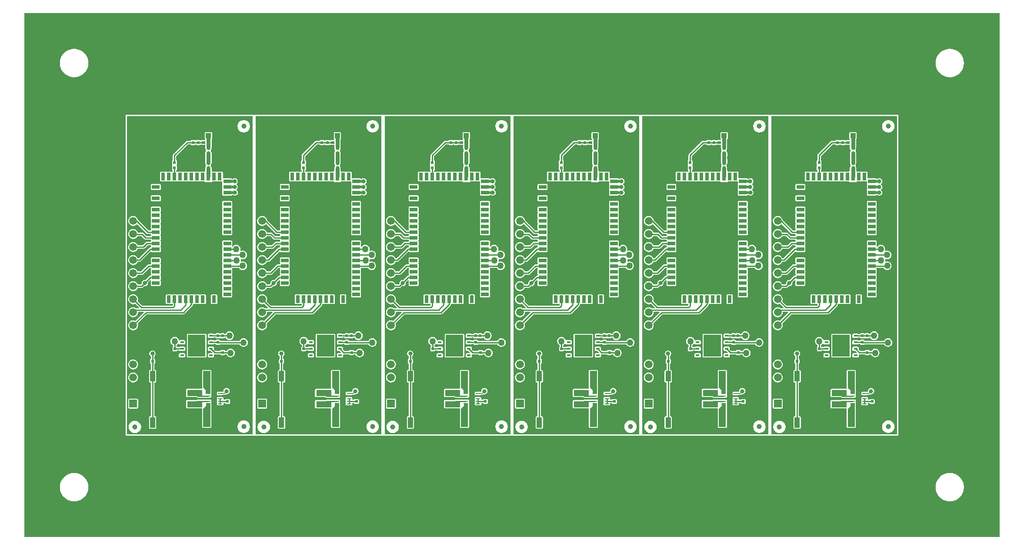
<source format=gtl>
G04*
G04 #@! TF.GenerationSoftware,Altium Limited,Altium Designer,18.0.12 (696)*
G04*
G04 Layer_Physical_Order=1*
G04 Layer_Color=255*
%FSLAX44Y44*%
%MOMM*%
G71*
G01*
G75*
%ADD10R,1.5000X0.8000*%
%ADD11R,0.8000X1.5000*%
%ADD12R,1.1000X1.1000*%
%ADD13R,0.6000X0.5000*%
%ADD14R,3.0000X1.2000*%
%ADD15R,0.8500X0.2500*%
%ADD16R,1.0900X2.0000*%
%ADD17R,0.5500X0.6000*%
%ADD18R,0.6500X0.5000*%
%ADD19R,0.5000X0.6000*%
%ADD20R,0.6000X0.5500*%
%ADD21R,1.0000X2.0000*%
%ADD22R,3.4000X4.2000*%
%ADD23R,0.8000X0.4000*%
%ADD24R,1.0500X2.2000*%
%ADD25R,1.0000X1.0500*%
%ADD26C,1.0000*%
%ADD27C,0.2000*%
%ADD28C,0.2540*%
%ADD29C,0.5000*%
%ADD30C,0.8000*%
%ADD31C,1.5000*%
%ADD32R,1.5000X1.5000*%
%ADD33C,0.8000*%
%ADD34C,0.5000*%
%ADD35C,1.2700*%
G36*
X1901900Y3100D02*
X3100D01*
Y1022900D01*
X1901900D01*
Y3100D01*
D02*
G37*
%LPC*%
G36*
X1805000Y953711D02*
X1804874Y953686D01*
X1804746Y953698D01*
X1799845Y953215D01*
X1799601Y953141D01*
X1799347Y953117D01*
X1794635Y951687D01*
X1794410Y951567D01*
X1794166Y951493D01*
X1789823Y949171D01*
X1789626Y949009D01*
X1789401Y948889D01*
X1785594Y945765D01*
X1785432Y945568D01*
X1785235Y945406D01*
X1782111Y941599D01*
X1781991Y941375D01*
X1781829Y941177D01*
X1779507Y936834D01*
X1779433Y936590D01*
X1779313Y936365D01*
X1777883Y931653D01*
X1777858Y931399D01*
X1777784Y931155D01*
X1777302Y926254D01*
X1777327Y926000D01*
X1777302Y925746D01*
X1777784Y920845D01*
X1777858Y920601D01*
X1777883Y920347D01*
X1779313Y915635D01*
X1779433Y915410D01*
X1779507Y915166D01*
X1781829Y910823D01*
X1781991Y910626D01*
X1782111Y910401D01*
X1785235Y906594D01*
X1785432Y906432D01*
X1785594Y906235D01*
X1789401Y903111D01*
X1789626Y902990D01*
X1789823Y902829D01*
X1794166Y900507D01*
X1794410Y900433D01*
X1794635Y900313D01*
X1799347Y898884D01*
X1799601Y898858D01*
X1799845Y898784D01*
X1804746Y898302D01*
X1804874Y898314D01*
X1805000Y898289D01*
X1805126Y898314D01*
X1805254Y898302D01*
X1810155Y898784D01*
X1810399Y898858D01*
X1810653Y898884D01*
X1815365Y900313D01*
X1815590Y900433D01*
X1815834Y900507D01*
X1820177Y902829D01*
X1820374Y902990D01*
X1820599Y903111D01*
X1824406Y906235D01*
X1824568Y906432D01*
X1824765Y906594D01*
X1827889Y910401D01*
X1828009Y910626D01*
X1828171Y910823D01*
X1830493Y915166D01*
X1830567Y915410D01*
X1830687Y915635D01*
X1832117Y920347D01*
X1832142Y920601D01*
X1832216Y920845D01*
X1832698Y925746D01*
X1832673Y926000D01*
X1832698Y926254D01*
X1832216Y931155D01*
X1832142Y931399D01*
X1832117Y931653D01*
X1830687Y936365D01*
X1830567Y936590D01*
X1830493Y936834D01*
X1828171Y941177D01*
X1828009Y941374D01*
X1827889Y941599D01*
X1824765Y945406D01*
X1824568Y945568D01*
X1824406Y945765D01*
X1820599Y948889D01*
X1820374Y949009D01*
X1820177Y949171D01*
X1815834Y951493D01*
X1815590Y951567D01*
X1815365Y951687D01*
X1810653Y953117D01*
X1810399Y953141D01*
X1810155Y953215D01*
X1805254Y953698D01*
X1805126Y953686D01*
X1805000Y953711D01*
D02*
G37*
G36*
X100000D02*
X99874Y953686D01*
X99746Y953698D01*
X94845Y953215D01*
X94601Y953141D01*
X94347Y953117D01*
X89635Y951687D01*
X89410Y951567D01*
X89166Y951493D01*
X84823Y949171D01*
X84626Y949009D01*
X84401Y948889D01*
X80594Y945765D01*
X80432Y945568D01*
X80235Y945406D01*
X77111Y941599D01*
X76990Y941375D01*
X76829Y941177D01*
X74507Y936834D01*
X74433Y936590D01*
X74313Y936365D01*
X72884Y931653D01*
X72859Y931399D01*
X72785Y931155D01*
X72302Y926254D01*
X72327Y926000D01*
X72302Y925746D01*
X72785Y920845D01*
X72859Y920601D01*
X72884Y920347D01*
X74313Y915635D01*
X74433Y915410D01*
X74507Y915166D01*
X76829Y910823D01*
X76990Y910626D01*
X77111Y910401D01*
X80235Y906594D01*
X80432Y906432D01*
X80594Y906235D01*
X84401Y903111D01*
X84626Y902990D01*
X84823Y902829D01*
X89166Y900507D01*
X89410Y900433D01*
X89635Y900313D01*
X94347Y898884D01*
X94601Y898858D01*
X94845Y898784D01*
X99746Y898302D01*
X99874Y898314D01*
X100000Y898289D01*
X100126Y898314D01*
X100254Y898302D01*
X105155Y898784D01*
X105399Y898858D01*
X105653Y898884D01*
X110365Y900313D01*
X110590Y900433D01*
X110834Y900507D01*
X115177Y902829D01*
X115374Y902990D01*
X115599Y903111D01*
X119406Y906235D01*
X119568Y906432D01*
X119765Y906594D01*
X122889Y910401D01*
X123010Y910626D01*
X123171Y910823D01*
X125493Y915166D01*
X125567Y915410D01*
X125687Y915635D01*
X127116Y920347D01*
X127142Y920601D01*
X127215Y920845D01*
X127698Y925746D01*
X127673Y926000D01*
X127698Y926254D01*
X127215Y931155D01*
X127142Y931399D01*
X127116Y931653D01*
X125687Y936365D01*
X125567Y936590D01*
X125493Y936834D01*
X123171Y941177D01*
X123010Y941374D01*
X122889Y941599D01*
X119765Y945406D01*
X119568Y945568D01*
X119406Y945765D01*
X115599Y948889D01*
X115374Y949009D01*
X115177Y949171D01*
X110834Y951493D01*
X110590Y951567D01*
X110365Y951687D01*
X105653Y953117D01*
X105399Y953141D01*
X105155Y953215D01*
X100254Y953698D01*
X100126Y953686D01*
X100000Y953711D01*
D02*
G37*
G36*
X1705000Y825500D02*
X200000D01*
Y200000D01*
X1705000D01*
Y825500D01*
D02*
G37*
G36*
X1805000Y127711D02*
X1804874Y127686D01*
X1804746Y127698D01*
X1799845Y127215D01*
X1799601Y127142D01*
X1799347Y127116D01*
X1794635Y125687D01*
X1794410Y125567D01*
X1794166Y125493D01*
X1789823Y123171D01*
X1789626Y123010D01*
X1789401Y122889D01*
X1785594Y119765D01*
X1785432Y119568D01*
X1785235Y119406D01*
X1782111Y115599D01*
X1781991Y115374D01*
X1781829Y115177D01*
X1779507Y110834D01*
X1779433Y110590D01*
X1779313Y110365D01*
X1777883Y105653D01*
X1777858Y105399D01*
X1777784Y105155D01*
X1777302Y100254D01*
X1777327Y100000D01*
X1777302Y99746D01*
X1777784Y94845D01*
X1777858Y94601D01*
X1777883Y94347D01*
X1779313Y89635D01*
X1779433Y89410D01*
X1779507Y89166D01*
X1781829Y84823D01*
X1781991Y84626D01*
X1782111Y84401D01*
X1785235Y80594D01*
X1785432Y80432D01*
X1785594Y80235D01*
X1789401Y77111D01*
X1789626Y76990D01*
X1789823Y76829D01*
X1794166Y74507D01*
X1794410Y74433D01*
X1794635Y74313D01*
X1799347Y72884D01*
X1799601Y72859D01*
X1799845Y72785D01*
X1804746Y72302D01*
X1804874Y72314D01*
X1805000Y72289D01*
X1805126Y72314D01*
X1805254Y72302D01*
X1810155Y72785D01*
X1810399Y72859D01*
X1810653Y72884D01*
X1815365Y74313D01*
X1815590Y74433D01*
X1815834Y74507D01*
X1820177Y76829D01*
X1820374Y76990D01*
X1820599Y77111D01*
X1824406Y80235D01*
X1824568Y80432D01*
X1824765Y80594D01*
X1827889Y84401D01*
X1828009Y84626D01*
X1828171Y84823D01*
X1830493Y89166D01*
X1830567Y89410D01*
X1830687Y89635D01*
X1832117Y94347D01*
X1832142Y94601D01*
X1832216Y94845D01*
X1832698Y99746D01*
X1832673Y100000D01*
X1832698Y100254D01*
X1832216Y105155D01*
X1832142Y105399D01*
X1832117Y105653D01*
X1830687Y110365D01*
X1830567Y110590D01*
X1830493Y110834D01*
X1828171Y115177D01*
X1828009Y115374D01*
X1827889Y115599D01*
X1824765Y119406D01*
X1824568Y119568D01*
X1824406Y119765D01*
X1820599Y122889D01*
X1820374Y123010D01*
X1820177Y123171D01*
X1815834Y125493D01*
X1815590Y125567D01*
X1815365Y125687D01*
X1810653Y127116D01*
X1810399Y127142D01*
X1810155Y127215D01*
X1805254Y127698D01*
X1805126Y127686D01*
X1805000Y127711D01*
D02*
G37*
G36*
X100000D02*
X99874Y127686D01*
X99746Y127698D01*
X94845Y127215D01*
X94601Y127142D01*
X94347Y127116D01*
X89635Y125687D01*
X89410Y125567D01*
X89166Y125493D01*
X84823Y123171D01*
X84626Y123010D01*
X84401Y122889D01*
X80594Y119765D01*
X80432Y119568D01*
X80235Y119406D01*
X77111Y115599D01*
X76990Y115374D01*
X76829Y115177D01*
X74507Y110834D01*
X74433Y110590D01*
X74313Y110365D01*
X72884Y105653D01*
X72859Y105399D01*
X72785Y105155D01*
X72302Y100254D01*
X72327Y100000D01*
X72302Y99746D01*
X72785Y94845D01*
X72859Y94601D01*
X72884Y94347D01*
X74313Y89635D01*
X74433Y89410D01*
X74507Y89166D01*
X76829Y84823D01*
X76990Y84626D01*
X77111Y84401D01*
X80235Y80594D01*
X80432Y80432D01*
X80594Y80235D01*
X84401Y77111D01*
X84626Y76990D01*
X84823Y76829D01*
X89166Y74507D01*
X89410Y74433D01*
X89635Y74313D01*
X94347Y72884D01*
X94601Y72859D01*
X94845Y72785D01*
X99746Y72302D01*
X99874Y72314D01*
X100000Y72289D01*
X100126Y72314D01*
X100254Y72302D01*
X105155Y72785D01*
X105399Y72859D01*
X105653Y72884D01*
X110365Y74313D01*
X110590Y74433D01*
X110834Y74507D01*
X115177Y76829D01*
X115374Y76990D01*
X115599Y77111D01*
X119406Y80235D01*
X119568Y80432D01*
X119765Y80594D01*
X122889Y84401D01*
X123010Y84626D01*
X123171Y84823D01*
X125493Y89166D01*
X125567Y89410D01*
X125687Y89635D01*
X127116Y94347D01*
X127142Y94601D01*
X127215Y94845D01*
X127698Y99746D01*
X127673Y100000D01*
X127698Y100254D01*
X127215Y105155D01*
X127142Y105399D01*
X127116Y105653D01*
X125687Y110365D01*
X125567Y110590D01*
X125493Y110834D01*
X123171Y115177D01*
X123010Y115374D01*
X122889Y115599D01*
X119765Y119406D01*
X119568Y119568D01*
X119406Y119765D01*
X115599Y122889D01*
X115374Y123010D01*
X115177Y123171D01*
X110834Y125493D01*
X110590Y125567D01*
X110365Y125687D01*
X105653Y127116D01*
X105399Y127142D01*
X105155Y127215D01*
X100254Y127698D01*
X100126Y127686D01*
X100000Y127711D01*
D02*
G37*
%LPD*%
G36*
X1702451Y202549D02*
X1457549D01*
Y822951D01*
X1702451D01*
Y202549D01*
D02*
G37*
G36*
X1451451D02*
X1206549D01*
Y822951D01*
X1451451D01*
Y202549D01*
D02*
G37*
G36*
X1200451D02*
X955549D01*
Y822951D01*
X1200451D01*
Y202549D01*
D02*
G37*
G36*
X949451D02*
X704549D01*
Y822951D01*
X949451D01*
Y202549D01*
D02*
G37*
G36*
X698451D02*
X453549D01*
Y822951D01*
X698451D01*
Y202549D01*
D02*
G37*
G36*
X447451D02*
X202549D01*
Y822951D01*
X447451D01*
Y202549D01*
D02*
G37*
%LPC*%
G36*
X1685250Y814904D02*
X1682104Y814490D01*
X1679173Y813276D01*
X1676656Y811344D01*
X1674724Y808827D01*
X1673510Y805896D01*
X1673096Y802750D01*
X1673510Y799604D01*
X1674724Y796673D01*
X1676656Y794156D01*
X1679173Y792224D01*
X1682104Y791010D01*
X1685250Y790596D01*
X1688396Y791010D01*
X1691327Y792224D01*
X1693844Y794156D01*
X1695776Y796673D01*
X1696990Y799604D01*
X1697404Y802750D01*
X1696990Y805896D01*
X1695776Y808827D01*
X1693844Y811344D01*
X1691327Y813276D01*
X1688396Y814490D01*
X1685250Y814904D01*
D02*
G37*
G36*
X1621500Y791539D02*
X1611500D01*
X1610720Y791384D01*
X1610058Y790942D01*
X1609616Y790280D01*
X1609461Y789500D01*
Y779000D01*
X1609616Y778220D01*
X1610058Y777558D01*
X1610383Y777341D01*
Y775898D01*
X1610250Y775789D01*
X1603750D01*
X1602970Y775634D01*
X1602570Y775367D01*
X1602133Y775243D01*
X1601028Y775563D01*
X1600942Y775692D01*
X1600280Y776134D01*
X1599500Y776289D01*
X1594000D01*
X1593220Y776134D01*
X1592558Y775692D01*
X1592165Y775103D01*
X1591602Y775030D01*
X1591399D01*
X1590836Y775103D01*
X1590442Y775692D01*
X1589780Y776134D01*
X1589000Y776289D01*
X1584000D01*
X1583220Y776134D01*
X1582558Y775692D01*
X1582116Y775030D01*
X1582027Y774584D01*
X1575500D01*
X1574224Y774330D01*
X1573143Y773607D01*
X1548143Y748607D01*
X1547420Y747526D01*
X1547166Y746250D01*
Y736923D01*
X1546970Y736884D01*
X1546308Y736442D01*
X1545866Y735780D01*
X1545711Y735000D01*
Y729000D01*
X1545866Y728220D01*
X1546308Y727558D01*
Y726442D01*
X1545866Y725780D01*
X1545711Y725000D01*
Y719000D01*
X1545866Y718220D01*
X1546308Y717558D01*
X1546970Y717116D01*
X1547166Y717077D01*
Y714559D01*
X1546540D01*
X1545760Y714404D01*
X1545098Y713962D01*
X1544982D01*
X1544321Y714404D01*
X1543540Y714559D01*
X1535540D01*
X1534760Y714404D01*
X1534098Y713962D01*
X1533982D01*
X1533320Y714404D01*
X1532540Y714559D01*
X1524540D01*
X1523760Y714404D01*
X1523098Y713962D01*
X1522656Y713300D01*
X1522501Y712520D01*
Y697520D01*
X1522656Y696740D01*
X1523098Y696078D01*
X1523760Y695636D01*
X1524540Y695481D01*
X1532540D01*
X1533320Y695636D01*
X1533982Y696078D01*
X1534098D01*
X1534760Y695636D01*
X1535540Y695481D01*
X1543540D01*
X1544321Y695636D01*
X1544982Y696078D01*
X1545098D01*
X1545760Y695636D01*
X1546540Y695481D01*
X1554540D01*
X1555320Y695636D01*
X1555982Y696078D01*
X1556098D01*
X1556760Y695636D01*
X1557540Y695481D01*
X1565540D01*
X1566320Y695636D01*
X1567040Y696045D01*
X1567760Y695636D01*
X1568540Y695481D01*
X1576540D01*
X1577321Y695636D01*
X1577982Y696078D01*
X1578098D01*
X1578760Y695636D01*
X1579540Y695481D01*
X1587540D01*
X1588320Y695636D01*
X1589040Y696045D01*
X1589760Y695636D01*
X1590540Y695481D01*
X1598540D01*
X1599321Y695636D01*
X1599982Y696078D01*
X1600098D01*
X1600760Y695636D01*
X1601540Y695481D01*
X1609478D01*
X1609500Y693500D01*
X1623750D01*
Y695481D01*
X1631540D01*
X1632321Y695636D01*
X1632982Y696078D01*
X1633098D01*
X1633760Y695636D01*
X1634540Y695481D01*
X1642540D01*
X1643501Y694377D01*
Y691520D01*
X1643656Y690740D01*
X1644065Y690020D01*
X1643656Y689300D01*
X1643501Y688520D01*
Y680520D01*
X1643656Y679740D01*
X1644065Y679020D01*
X1643656Y678300D01*
X1643501Y677520D01*
Y669520D01*
X1643656Y668740D01*
X1644098Y668078D01*
X1644760Y667636D01*
X1645540Y667481D01*
X1660540D01*
X1661320Y667636D01*
X1661982Y668078D01*
X1662424Y668740D01*
X1662462Y668932D01*
X1664161D01*
X1665409Y668098D01*
X1667750Y667632D01*
X1670091Y668098D01*
X1672076Y669424D01*
X1673402Y671409D01*
X1673868Y673750D01*
X1673402Y676091D01*
X1672076Y678076D01*
X1671144Y678699D01*
Y679968D01*
X1671826Y680424D01*
X1673152Y682409D01*
X1673618Y684750D01*
X1673152Y687091D01*
X1671826Y689076D01*
X1671206Y689490D01*
Y690760D01*
X1671826Y691174D01*
X1673152Y693159D01*
X1673618Y695500D01*
X1673152Y697841D01*
X1671826Y699826D01*
X1669841Y701152D01*
X1667500Y701618D01*
X1665159Y701152D01*
X1663668Y700156D01*
X1663463Y700180D01*
X1662369Y700383D01*
X1661982Y700962D01*
X1661320Y701404D01*
X1660540Y701559D01*
X1645540D01*
X1644579Y702663D01*
Y712520D01*
X1644424Y713300D01*
X1643982Y713962D01*
X1643320Y714404D01*
X1642540Y714559D01*
X1634540D01*
X1633760Y714404D01*
X1633098Y713962D01*
X1632982D01*
X1632321Y714404D01*
X1631540Y714559D01*
X1623750D01*
Y716250D01*
X1622658D01*
Y721470D01*
X1622192Y723811D01*
X1621670Y724592D01*
Y728338D01*
X1622212Y729149D01*
X1622678Y731490D01*
Y750440D01*
X1622212Y752781D01*
X1621670Y753592D01*
Y757438D01*
X1622152Y758159D01*
X1622618Y760500D01*
Y777341D01*
X1622942Y777558D01*
X1623384Y778220D01*
X1623539Y779000D01*
Y789500D01*
X1623384Y790280D01*
X1622942Y790942D01*
X1622280Y791384D01*
X1621500Y791539D01*
D02*
G37*
G36*
X1521540Y690559D02*
X1506540D01*
X1505760Y690404D01*
X1505098Y689962D01*
X1504656Y689300D01*
X1504501Y688520D01*
Y680520D01*
X1504656Y679740D01*
X1505098Y679078D01*
X1505760Y678636D01*
X1506540Y678481D01*
X1521540D01*
X1522321Y678636D01*
X1522982Y679078D01*
X1523424Y679740D01*
X1523579Y680520D01*
Y688520D01*
X1523424Y689300D01*
X1522982Y689962D01*
X1522321Y690404D01*
X1521540Y690559D01*
D02*
G37*
G36*
Y668559D02*
X1506540D01*
X1505760Y668404D01*
X1505098Y667962D01*
X1504656Y667300D01*
X1504501Y666520D01*
Y658520D01*
X1504656Y657740D01*
X1505098Y657078D01*
X1505760Y656636D01*
X1506540Y656481D01*
X1521540D01*
X1522321Y656636D01*
X1522982Y657078D01*
X1523424Y657740D01*
X1523579Y658520D01*
Y666520D01*
X1523424Y667300D01*
X1522982Y667962D01*
X1522321Y668404D01*
X1521540Y668559D01*
D02*
G37*
G36*
Y646559D02*
X1506540D01*
X1505760Y646404D01*
X1505098Y645962D01*
X1504656Y645300D01*
X1504501Y644520D01*
Y636520D01*
X1504656Y635740D01*
X1505065Y635020D01*
X1504656Y634300D01*
X1504501Y633520D01*
Y625520D01*
X1504656Y624740D01*
X1505065Y624020D01*
X1504656Y623300D01*
X1504501Y622520D01*
Y614520D01*
X1504656Y613740D01*
X1505065Y613020D01*
X1504656Y612300D01*
X1504501Y611520D01*
Y603520D01*
X1504656Y602740D01*
X1505065Y602020D01*
X1504656Y601300D01*
X1504501Y600520D01*
Y599854D01*
X1499861D01*
X1479304Y620411D01*
X1479256Y620780D01*
X1478298Y623091D01*
X1476776Y625075D01*
X1474791Y626598D01*
X1472480Y627555D01*
X1470000Y627882D01*
X1467520Y627555D01*
X1465209Y626598D01*
X1463225Y625075D01*
X1461702Y623091D01*
X1460745Y620780D01*
X1460418Y618300D01*
X1460745Y615820D01*
X1461702Y613509D01*
X1463225Y611525D01*
X1465209Y610002D01*
X1467520Y609044D01*
X1470000Y608718D01*
X1472480Y609044D01*
X1474791Y610002D01*
X1476776Y611525D01*
X1477051Y611884D01*
X1478318Y611967D01*
X1496123Y594162D01*
X1497204Y593440D01*
X1498480Y593186D01*
X1504501D01*
Y592520D01*
X1504656Y591740D01*
X1505065Y591020D01*
X1504656Y590300D01*
X1504501Y589520D01*
Y588854D01*
X1495861D01*
X1489858Y594857D01*
X1488776Y595580D01*
X1487500Y595834D01*
X1479068D01*
X1478298Y597691D01*
X1476776Y599675D01*
X1474791Y601198D01*
X1472480Y602155D01*
X1470000Y602482D01*
X1467520Y602155D01*
X1465209Y601198D01*
X1463225Y599675D01*
X1461702Y597691D01*
X1460745Y595380D01*
X1460418Y592900D01*
X1460745Y590420D01*
X1461702Y588109D01*
X1463225Y586124D01*
X1465209Y584602D01*
X1467520Y583644D01*
X1470000Y583318D01*
X1472480Y583644D01*
X1474791Y584602D01*
X1476776Y586124D01*
X1478298Y588109D01*
X1478736Y589166D01*
X1486119D01*
X1492123Y583162D01*
X1493204Y582440D01*
X1494480Y582186D01*
X1504501D01*
Y581520D01*
X1504656Y580740D01*
X1505065Y580020D01*
X1504656Y579300D01*
X1504501Y578520D01*
Y577854D01*
X1497020D01*
X1495744Y577600D01*
X1494663Y576878D01*
X1488619Y570834D01*
X1478902D01*
X1478298Y572291D01*
X1476776Y574275D01*
X1474791Y575798D01*
X1472480Y576755D01*
X1470000Y577082D01*
X1467520Y576755D01*
X1465209Y575798D01*
X1463225Y574275D01*
X1461702Y572291D01*
X1460745Y569980D01*
X1460418Y567500D01*
X1460745Y565020D01*
X1461702Y562709D01*
X1463225Y560724D01*
X1465209Y559202D01*
X1467520Y558245D01*
X1470000Y557918D01*
X1472480Y558245D01*
X1474791Y559202D01*
X1476776Y560724D01*
X1478298Y562709D01*
X1478902Y564166D01*
X1490000D01*
X1491276Y564420D01*
X1492358Y565143D01*
X1498401Y571186D01*
X1504501D01*
Y570520D01*
X1504656Y569740D01*
X1505065Y569020D01*
X1504656Y568300D01*
X1504501Y567520D01*
Y566854D01*
X1503520D01*
X1502244Y566600D01*
X1501163Y565877D01*
X1480719Y545434D01*
X1478902D01*
X1478298Y546891D01*
X1476776Y548875D01*
X1474791Y550398D01*
X1472480Y551355D01*
X1470000Y551682D01*
X1467520Y551355D01*
X1465209Y550398D01*
X1463225Y548875D01*
X1461702Y546891D01*
X1460745Y544580D01*
X1460418Y542100D01*
X1460745Y539620D01*
X1461702Y537309D01*
X1463225Y535325D01*
X1465209Y533802D01*
X1467520Y532845D01*
X1470000Y532518D01*
X1472480Y532845D01*
X1474791Y533802D01*
X1476776Y535325D01*
X1478298Y537309D01*
X1478902Y538766D01*
X1482100D01*
X1483376Y539020D01*
X1484458Y539743D01*
X1503377Y558662D01*
X1503706Y558682D01*
X1504894Y558383D01*
X1505098Y558078D01*
X1505760Y557636D01*
X1506540Y557481D01*
X1521540D01*
X1522321Y557636D01*
X1522982Y558078D01*
X1523424Y558740D01*
X1523579Y559520D01*
Y567520D01*
X1523424Y568300D01*
X1523015Y569020D01*
X1523424Y569740D01*
X1523579Y570520D01*
Y578520D01*
X1523424Y579300D01*
X1523015Y580020D01*
X1523424Y580740D01*
X1523579Y581520D01*
Y589520D01*
X1523424Y590300D01*
X1523015Y591020D01*
X1523424Y591740D01*
X1523579Y592520D01*
Y600520D01*
X1523424Y601300D01*
X1523015Y602020D01*
X1523424Y602740D01*
X1523579Y603520D01*
Y611520D01*
X1523424Y612300D01*
X1523015Y613020D01*
X1523424Y613740D01*
X1523579Y614520D01*
Y622520D01*
X1523424Y623300D01*
X1523015Y624020D01*
X1523424Y624740D01*
X1523579Y625520D01*
Y633520D01*
X1523424Y634300D01*
X1523015Y635020D01*
X1523424Y635740D01*
X1523579Y636520D01*
Y644520D01*
X1523424Y645300D01*
X1522982Y645962D01*
X1522321Y646404D01*
X1521540Y646559D01*
D02*
G37*
G36*
X1660540Y657559D02*
X1645540D01*
X1644760Y657404D01*
X1644098Y656962D01*
X1643656Y656300D01*
X1643501Y655520D01*
Y647520D01*
X1643656Y646740D01*
X1644065Y646020D01*
X1643656Y645300D01*
X1643501Y644520D01*
Y636520D01*
X1643656Y635740D01*
X1644065Y635020D01*
X1643656Y634300D01*
X1643501Y633520D01*
Y625520D01*
X1643656Y624740D01*
X1644098Y624078D01*
Y623962D01*
X1643656Y623300D01*
X1643501Y622520D01*
Y614520D01*
X1643656Y613740D01*
X1644065Y613020D01*
X1643656Y612300D01*
X1643501Y611520D01*
Y603520D01*
X1643656Y602740D01*
X1644065Y602020D01*
X1643656Y601300D01*
X1643501Y600520D01*
Y592520D01*
X1643656Y591740D01*
X1644098Y591078D01*
X1644760Y590636D01*
X1645540Y590481D01*
X1660540D01*
X1661320Y590636D01*
X1661982Y591078D01*
X1662424Y591740D01*
X1662579Y592520D01*
Y600520D01*
X1662424Y601300D01*
X1662015Y602020D01*
X1662424Y602740D01*
X1662579Y603520D01*
Y611520D01*
X1662424Y612300D01*
X1662015Y613020D01*
X1662424Y613740D01*
X1662579Y614520D01*
Y622520D01*
X1662424Y623300D01*
X1661982Y623962D01*
Y624078D01*
X1662424Y624740D01*
X1662579Y625520D01*
Y633520D01*
X1662424Y634300D01*
X1662015Y635020D01*
X1662424Y635740D01*
X1662579Y636520D01*
Y644520D01*
X1662424Y645300D01*
X1662015Y646020D01*
X1662424Y646740D01*
X1662579Y647520D01*
Y655520D01*
X1662424Y656300D01*
X1661982Y656962D01*
X1661320Y657404D01*
X1660540Y657559D01*
D02*
G37*
G36*
Y580559D02*
X1645540D01*
X1644760Y580404D01*
X1644098Y579962D01*
X1643656Y579300D01*
X1643501Y578520D01*
Y570520D01*
X1643656Y569740D01*
X1644065Y569020D01*
X1643656Y568300D01*
X1643501Y567520D01*
Y559520D01*
X1643656Y558740D01*
X1644065Y558020D01*
X1643656Y557300D01*
X1643501Y556520D01*
Y548520D01*
X1643656Y547740D01*
X1644098Y547078D01*
Y546962D01*
X1643656Y546300D01*
X1643501Y545520D01*
Y537520D01*
X1643656Y536740D01*
X1644065Y536020D01*
X1643656Y535300D01*
X1643501Y534520D01*
Y526520D01*
X1643656Y525740D01*
X1644065Y525020D01*
X1643656Y524300D01*
X1643501Y523520D01*
Y515520D01*
X1643656Y514740D01*
X1644065Y514020D01*
X1643656Y513300D01*
X1643501Y512520D01*
Y504520D01*
X1643656Y503740D01*
X1644065Y503020D01*
X1643656Y502300D01*
X1643501Y501520D01*
Y493520D01*
X1643656Y492740D01*
X1644065Y492020D01*
X1643656Y491300D01*
X1643501Y490520D01*
Y482520D01*
X1643656Y481740D01*
X1644065Y481020D01*
X1643656Y480300D01*
X1643501Y479520D01*
Y471520D01*
X1643656Y470740D01*
X1644098Y470078D01*
X1644760Y469636D01*
X1645540Y469481D01*
X1660540D01*
X1661320Y469636D01*
X1661982Y470078D01*
X1662424Y470740D01*
X1662579Y471520D01*
Y479520D01*
X1662424Y480300D01*
X1662015Y481020D01*
X1662424Y481740D01*
X1662579Y482520D01*
Y490520D01*
X1662424Y491300D01*
X1662015Y492020D01*
X1662424Y492740D01*
X1662579Y493520D01*
Y501520D01*
X1662424Y502300D01*
X1662015Y503020D01*
X1662424Y503740D01*
X1662579Y504520D01*
Y512520D01*
X1662424Y513300D01*
X1662015Y514020D01*
X1662424Y514740D01*
X1662579Y515520D01*
Y523520D01*
X1662424Y524300D01*
X1662015Y525020D01*
X1662424Y525740D01*
X1662579Y526520D01*
Y527186D01*
X1675792D01*
X1675957Y526789D01*
X1677295Y525045D01*
X1679039Y523706D01*
X1681070Y522865D01*
X1683250Y522578D01*
X1685430Y522865D01*
X1687461Y523706D01*
X1689205Y525045D01*
X1690544Y526789D01*
X1691385Y528820D01*
X1691672Y531000D01*
X1691385Y533180D01*
X1690544Y535211D01*
X1689205Y536955D01*
X1687461Y538294D01*
X1685430Y539135D01*
X1683250Y539422D01*
X1681070Y539135D01*
X1680559Y538923D01*
X1680412Y538973D01*
X1679454Y539840D01*
X1679672Y541500D01*
X1679410Y543495D01*
X1679821Y543993D01*
X1680445Y544440D01*
X1680957Y544228D01*
X1683137Y543941D01*
X1685316Y544228D01*
X1687348Y545070D01*
X1689092Y546408D01*
X1690430Y548152D01*
X1691272Y550184D01*
X1691559Y552363D01*
X1691272Y554543D01*
X1690430Y556575D01*
X1689092Y558319D01*
X1687348Y559657D01*
X1685316Y560499D01*
X1683137Y560785D01*
X1680957Y560499D01*
X1679705Y559980D01*
X1678733Y560952D01*
X1678885Y561320D01*
X1679172Y563500D01*
X1678885Y565680D01*
X1678044Y567711D01*
X1676705Y569455D01*
X1674961Y570794D01*
X1672930Y571635D01*
X1670750Y571922D01*
X1668570Y571635D01*
X1666539Y570794D01*
X1664795Y569455D01*
X1664064Y568503D01*
X1662691Y568655D01*
X1662272Y569472D01*
X1662424Y569740D01*
X1662579Y570520D01*
Y578520D01*
X1662424Y579300D01*
X1661982Y579962D01*
X1661320Y580404D01*
X1660540Y580559D01*
D02*
G37*
G36*
X1521540Y547559D02*
X1506540D01*
X1505760Y547404D01*
X1505098Y546962D01*
X1504656Y546300D01*
X1504501Y545520D01*
Y537520D01*
X1504656Y536740D01*
X1505065Y536020D01*
X1504656Y535300D01*
X1504501Y534520D01*
Y533854D01*
X1500520D01*
X1499244Y533600D01*
X1498163Y532878D01*
X1485319Y520034D01*
X1478902D01*
X1478298Y521491D01*
X1476776Y523475D01*
X1474791Y524998D01*
X1472480Y525955D01*
X1470000Y526282D01*
X1467520Y525955D01*
X1465209Y524998D01*
X1463225Y523475D01*
X1461702Y521491D01*
X1460745Y519180D01*
X1460418Y516700D01*
X1460745Y514220D01*
X1461702Y511909D01*
X1463225Y509925D01*
X1465209Y508402D01*
X1467520Y507444D01*
X1470000Y507118D01*
X1472480Y507444D01*
X1474791Y508402D01*
X1476776Y509925D01*
X1478298Y511909D01*
X1478902Y513366D01*
X1486700D01*
X1487976Y513620D01*
X1489058Y514342D01*
X1501901Y527186D01*
X1504501D01*
Y526520D01*
X1504656Y525740D01*
X1505065Y525020D01*
X1504656Y524300D01*
X1504501Y523520D01*
Y515520D01*
X1504656Y514740D01*
X1505065Y514020D01*
X1504656Y513300D01*
X1504501Y512520D01*
Y511854D01*
X1503520D01*
X1502244Y511600D01*
X1501163Y510877D01*
X1493670Y503385D01*
X1492500Y503618D01*
X1490159Y503152D01*
X1488174Y501826D01*
X1486848Y499841D01*
X1486383Y497500D01*
X1486615Y496330D01*
X1484919Y494634D01*
X1478902D01*
X1478298Y496091D01*
X1476776Y498075D01*
X1474791Y499598D01*
X1472480Y500555D01*
X1470000Y500882D01*
X1467520Y500555D01*
X1465209Y499598D01*
X1463225Y498075D01*
X1461702Y496091D01*
X1460745Y493780D01*
X1460418Y491300D01*
X1460745Y488820D01*
X1461702Y486509D01*
X1463225Y484524D01*
X1465209Y483002D01*
X1467520Y482044D01*
X1470000Y481718D01*
X1472480Y482044D01*
X1474791Y483002D01*
X1476776Y484524D01*
X1478298Y486509D01*
X1478902Y487966D01*
X1486300D01*
X1487576Y488220D01*
X1488658Y488942D01*
X1491330Y491615D01*
X1492500Y491382D01*
X1494841Y491848D01*
X1496826Y493174D01*
X1498152Y495159D01*
X1498618Y497500D01*
X1498385Y498670D01*
X1502819Y503104D01*
X1504332Y502903D01*
X1504656Y502300D01*
X1504501Y501520D01*
Y493520D01*
X1504656Y492740D01*
X1505098Y492078D01*
X1505760Y491636D01*
X1506540Y491481D01*
X1521540D01*
X1522321Y491636D01*
X1522982Y492078D01*
X1523424Y492740D01*
X1523579Y493520D01*
Y501520D01*
X1523424Y502300D01*
X1523015Y503020D01*
X1523424Y503740D01*
X1523579Y504520D01*
Y512520D01*
X1523424Y513300D01*
X1523015Y514020D01*
X1523424Y514740D01*
X1523579Y515520D01*
Y523520D01*
X1523424Y524300D01*
X1523015Y525020D01*
X1523424Y525740D01*
X1523579Y526520D01*
Y534520D01*
X1523424Y535300D01*
X1523015Y536020D01*
X1523424Y536740D01*
X1523579Y537520D01*
Y545520D01*
X1523424Y546300D01*
X1522982Y546962D01*
X1522321Y547404D01*
X1521540Y547559D01*
D02*
G37*
G36*
X1609540Y475559D02*
X1601540D01*
X1600760Y475404D01*
X1600040Y474995D01*
X1599321Y475404D01*
X1598540Y475559D01*
X1590540D01*
X1589760Y475404D01*
X1589040Y474995D01*
X1588320Y475404D01*
X1587540Y475559D01*
X1579540D01*
X1578760Y475404D01*
X1578040Y474995D01*
X1577321Y475404D01*
X1576540Y475559D01*
X1568540D01*
X1567760Y475404D01*
X1567040Y474995D01*
X1566320Y475404D01*
X1565540Y475559D01*
X1557540D01*
X1556760Y475404D01*
X1556040Y474995D01*
X1555320Y475404D01*
X1554540Y475559D01*
X1546540D01*
X1545760Y475404D01*
X1545098Y474962D01*
X1544982D01*
X1544321Y475404D01*
X1543540Y475559D01*
X1535540D01*
X1534760Y475404D01*
X1534098Y474962D01*
X1533656Y474300D01*
X1533501Y473520D01*
Y458520D01*
X1533656Y457740D01*
X1534098Y457078D01*
X1534760Y456636D01*
X1535540Y456481D01*
X1543540D01*
X1544321Y456636D01*
X1544982Y457078D01*
X1545098D01*
X1545760Y456636D01*
X1546540Y456481D01*
X1547206D01*
Y454421D01*
X1546119Y453334D01*
X1487281D01*
X1478652Y461963D01*
X1479256Y463420D01*
X1479582Y465900D01*
X1479256Y468380D01*
X1478298Y470691D01*
X1476776Y472675D01*
X1474791Y474198D01*
X1472480Y475155D01*
X1470000Y475482D01*
X1467520Y475155D01*
X1465209Y474198D01*
X1463225Y472675D01*
X1461702Y470691D01*
X1460745Y468380D01*
X1460418Y465900D01*
X1460745Y463420D01*
X1461702Y461109D01*
X1463225Y459124D01*
X1465209Y457602D01*
X1467520Y456645D01*
X1470000Y456318D01*
X1472480Y456645D01*
X1473937Y457248D01*
X1481678Y449507D01*
X1481192Y448334D01*
X1475396D01*
X1474791Y448798D01*
X1472480Y449755D01*
X1470000Y450082D01*
X1467520Y449755D01*
X1465209Y448798D01*
X1463225Y447275D01*
X1461702Y445291D01*
X1460745Y442980D01*
X1460418Y440500D01*
X1460745Y438020D01*
X1461702Y435709D01*
X1463225Y433725D01*
X1465209Y432202D01*
X1467520Y431245D01*
X1470000Y430918D01*
X1472480Y431245D01*
X1474791Y432202D01*
X1476776Y433725D01*
X1478298Y435709D01*
X1479256Y438020D01*
X1479582Y440500D01*
X1479554Y440711D01*
X1480392Y441666D01*
X1490192D01*
X1490678Y440493D01*
X1473937Y423752D01*
X1472480Y424355D01*
X1470000Y424682D01*
X1467520Y424355D01*
X1465209Y423398D01*
X1463225Y421875D01*
X1461702Y419891D01*
X1460745Y417580D01*
X1460418Y415100D01*
X1460745Y412620D01*
X1461702Y410309D01*
X1463225Y408325D01*
X1465209Y406802D01*
X1467520Y405844D01*
X1470000Y405518D01*
X1472480Y405844D01*
X1474791Y406802D01*
X1476776Y408325D01*
X1478298Y410309D01*
X1479256Y412620D01*
X1479582Y415100D01*
X1479256Y417580D01*
X1478652Y419037D01*
X1496281Y436666D01*
X1567500D01*
X1568776Y436920D01*
X1569858Y437643D01*
X1585898Y453682D01*
X1586620Y454764D01*
X1586874Y456040D01*
Y456481D01*
X1587540D01*
X1588320Y456636D01*
X1589040Y457045D01*
X1589760Y456636D01*
X1590540Y456481D01*
X1598540D01*
X1599321Y456636D01*
X1600040Y457045D01*
X1600760Y456636D01*
X1601540Y456481D01*
X1609540D01*
X1610320Y456636D01*
X1610982Y457078D01*
X1611424Y457740D01*
X1611579Y458520D01*
Y473520D01*
X1611424Y474300D01*
X1610982Y474962D01*
X1610320Y475404D01*
X1609540Y475559D01*
D02*
G37*
G36*
X1631540D02*
X1623540D01*
X1622760Y475404D01*
X1622098Y474962D01*
X1621656Y474300D01*
X1621501Y473520D01*
Y458520D01*
X1621656Y457740D01*
X1622098Y457078D01*
X1622760Y456636D01*
X1623540Y456481D01*
X1631540D01*
X1632321Y456636D01*
X1632982Y457078D01*
X1633424Y457740D01*
X1633579Y458520D01*
Y473520D01*
X1633424Y474300D01*
X1632982Y474962D01*
X1632321Y475404D01*
X1631540Y475559D01*
D02*
G37*
G36*
X1657500Y403422D02*
X1655320Y403135D01*
X1653289Y402294D01*
X1651545Y400955D01*
X1650206Y399211D01*
X1649740Y398084D01*
X1648223D01*
X1648134Y398530D01*
X1647692Y399192D01*
X1647030Y399634D01*
X1646250Y399789D01*
X1641250D01*
X1640470Y399634D01*
X1639808Y399192D01*
X1638692D01*
X1638031Y399634D01*
X1637250Y399789D01*
X1632250D01*
X1631470Y399634D01*
X1630808Y399192D01*
X1630366Y398530D01*
X1630287Y398134D01*
X1627014D01*
X1626942Y398242D01*
X1626281Y398684D01*
X1625500Y398839D01*
X1617500D01*
X1616720Y398684D01*
X1616058Y398242D01*
X1615616Y397580D01*
X1615461Y396800D01*
Y392800D01*
X1615616Y392020D01*
X1616058Y391358D01*
X1616720Y390916D01*
X1617500Y390761D01*
X1625500D01*
X1626281Y390916D01*
X1626942Y391358D01*
X1627014Y391466D01*
X1630267D01*
X1630366Y390970D01*
X1630808Y390308D01*
X1631470Y389866D01*
X1632250Y389711D01*
X1637250D01*
X1638031Y389866D01*
X1638692Y390308D01*
X1639808D01*
X1640470Y389866D01*
X1641250Y389711D01*
X1646250D01*
X1647030Y389866D01*
X1647692Y390308D01*
X1648134Y390970D01*
X1648223Y391416D01*
X1649947D01*
X1650206Y390789D01*
X1651545Y389045D01*
X1653289Y387706D01*
X1655320Y386865D01*
X1657500Y386578D01*
X1659680Y386865D01*
X1661711Y387706D01*
X1663456Y389045D01*
X1664794Y390789D01*
X1665635Y392820D01*
X1665922Y395000D01*
X1665635Y397180D01*
X1664794Y399211D01*
X1663456Y400955D01*
X1661711Y402294D01*
X1659680Y403135D01*
X1657500Y403422D01*
D02*
G37*
G36*
X1684750Y390172D02*
X1682570Y389885D01*
X1680539Y389044D01*
X1678795Y387705D01*
X1677457Y385961D01*
X1677093Y385084D01*
X1639273D01*
X1639134Y385780D01*
X1638692Y386442D01*
X1638031Y386884D01*
X1637250Y387039D01*
X1632250D01*
X1631470Y386884D01*
X1630808Y386442D01*
X1630366Y385780D01*
X1630277Y385334D01*
X1627081D01*
X1626942Y385542D01*
X1626281Y385984D01*
X1625500Y386139D01*
X1617500D01*
X1616720Y385984D01*
X1616058Y385542D01*
X1615616Y384880D01*
X1615461Y384100D01*
Y380100D01*
X1615616Y379320D01*
X1616058Y378658D01*
X1616720Y378216D01*
X1617500Y378061D01*
X1625500D01*
X1626281Y378216D01*
X1626942Y378658D01*
X1626947Y378666D01*
X1630277D01*
X1630366Y378220D01*
X1630808Y377558D01*
X1631470Y377116D01*
X1632250Y376961D01*
X1637250D01*
X1638031Y377116D01*
X1638692Y377558D01*
X1639134Y378220D01*
X1639173Y378416D01*
X1677093D01*
X1677457Y377539D01*
X1678795Y375795D01*
X1680539Y374456D01*
X1682570Y373615D01*
X1684750Y373328D01*
X1686930Y373615D01*
X1688961Y374456D01*
X1690706Y375795D01*
X1692044Y377539D01*
X1692885Y379570D01*
X1693172Y381750D01*
X1692885Y383930D01*
X1692044Y385961D01*
X1690706Y387705D01*
X1688961Y389044D01*
X1686930Y389885D01*
X1684750Y390172D01*
D02*
G37*
G36*
X1551000Y392672D02*
X1548820Y392385D01*
X1546789Y391544D01*
X1545045Y390205D01*
X1543707Y388461D01*
X1542865Y386430D01*
X1542578Y384250D01*
X1542865Y382070D01*
X1543707Y380039D01*
X1545045Y378295D01*
X1546789Y376956D01*
X1547666Y376593D01*
Y374348D01*
X1547058Y373942D01*
X1546616Y373280D01*
X1546461Y372500D01*
Y366500D01*
X1546616Y365720D01*
X1547058Y365058D01*
X1547720Y364616D01*
X1548500Y364461D01*
X1553500D01*
X1554281Y364616D01*
X1554942Y365058D01*
X1555384Y365720D01*
X1555453Y366066D01*
X1559486D01*
X1559558Y365958D01*
X1560220Y365516D01*
X1561000Y365361D01*
X1569000D01*
X1569780Y365516D01*
X1570442Y365958D01*
X1570884Y366620D01*
X1571039Y367400D01*
Y371400D01*
X1570884Y372180D01*
X1570442Y372842D01*
X1569780Y373284D01*
X1569000Y373439D01*
X1561000D01*
X1560220Y373284D01*
X1559558Y372842D01*
X1559486Y372734D01*
X1555493D01*
X1555384Y373280D01*
X1554942Y373942D01*
X1554334Y374348D01*
Y376593D01*
X1555211Y376956D01*
X1556956Y378295D01*
X1557805Y379402D01*
X1558438Y379362D01*
X1559222Y379162D01*
X1559558Y378658D01*
X1560220Y378216D01*
X1561000Y378061D01*
X1569000D01*
X1569780Y378216D01*
X1570442Y378658D01*
X1570884Y379320D01*
X1571039Y380100D01*
Y384100D01*
X1570884Y384880D01*
X1570442Y385542D01*
X1569780Y385984D01*
X1569000Y386139D01*
X1561000D01*
X1560468Y386033D01*
X1559818Y386227D01*
X1559019Y386709D01*
X1558294Y388461D01*
X1556956Y390205D01*
X1555211Y391544D01*
X1553180Y392385D01*
X1551000Y392672D01*
D02*
G37*
G36*
X1625500Y373439D02*
X1617500D01*
X1616720Y373284D01*
X1616058Y372842D01*
X1615616Y372180D01*
X1615461Y371400D01*
Y367400D01*
X1615616Y366620D01*
X1616058Y365958D01*
X1616720Y365516D01*
X1617500Y365361D01*
X1620824D01*
X1624273Y361912D01*
X1623787Y360739D01*
X1617500D01*
X1616720Y360584D01*
X1616058Y360142D01*
X1615616Y359480D01*
X1615461Y358700D01*
Y354700D01*
X1615616Y353920D01*
X1616058Y353258D01*
X1616720Y352816D01*
X1617500Y352661D01*
X1625500D01*
X1626281Y352816D01*
X1626942Y353258D01*
X1627384Y353920D01*
X1627539Y354700D01*
Y357842D01*
X1628622Y358889D01*
X1628779Y358916D01*
X1639777D01*
X1639866Y358470D01*
X1640308Y357808D01*
X1640970Y357366D01*
X1641750Y357211D01*
X1646750D01*
X1647531Y357366D01*
X1648192Y357808D01*
X1648634Y358470D01*
X1648723Y358916D01*
X1651783D01*
X1652457Y357289D01*
X1653795Y355545D01*
X1655539Y354206D01*
X1657570Y353365D01*
X1659750Y353078D01*
X1661930Y353365D01*
X1663961Y354206D01*
X1665706Y355545D01*
X1667044Y357289D01*
X1667885Y359320D01*
X1668172Y361500D01*
X1667885Y363680D01*
X1667044Y365711D01*
X1665706Y367455D01*
X1663961Y368794D01*
X1661930Y369635D01*
X1659750Y369922D01*
X1657570Y369635D01*
X1655539Y368794D01*
X1653795Y367455D01*
X1652457Y365711D01*
X1652404Y365584D01*
X1648723D01*
X1648634Y366030D01*
X1648192Y366692D01*
X1647531Y367134D01*
X1646750Y367289D01*
X1641750D01*
X1640970Y367134D01*
X1640308Y366692D01*
X1639866Y366030D01*
X1639777Y365584D01*
X1630031D01*
X1627539Y368076D01*
Y371400D01*
X1627384Y372180D01*
X1626942Y372842D01*
X1626281Y373284D01*
X1625500Y373439D01*
D02*
G37*
G36*
X1610500Y398789D02*
X1576500D01*
X1575720Y398634D01*
X1575058Y398192D01*
X1574616Y397530D01*
X1574461Y396750D01*
Y354750D01*
X1574616Y353970D01*
X1575058Y353308D01*
X1575720Y352866D01*
X1576500Y352711D01*
X1610500D01*
X1611281Y352866D01*
X1611942Y353308D01*
X1612384Y353970D01*
X1612539Y354750D01*
Y396750D01*
X1612384Y397530D01*
X1611942Y398192D01*
X1611281Y398634D01*
X1610500Y398789D01*
D02*
G37*
G36*
X1569000Y360739D02*
X1561000D01*
X1560220Y360584D01*
X1559558Y360142D01*
X1559116Y359480D01*
X1558961Y358700D01*
Y354700D01*
X1559116Y353920D01*
X1559558Y353258D01*
X1560220Y352816D01*
X1561000Y352661D01*
X1569000D01*
X1569780Y352816D01*
X1570442Y353258D01*
X1570884Y353920D01*
X1571039Y354700D01*
Y358700D01*
X1570884Y359480D01*
X1570442Y360142D01*
X1569780Y360584D01*
X1569000Y360739D01*
D02*
G37*
G36*
X1470000Y348482D02*
X1467520Y348155D01*
X1465209Y347198D01*
X1463225Y345675D01*
X1461702Y343691D01*
X1460745Y341380D01*
X1460418Y338900D01*
X1460745Y336420D01*
X1461702Y334109D01*
X1463225Y332124D01*
X1465209Y330602D01*
X1467520Y329645D01*
X1470000Y329318D01*
X1472480Y329645D01*
X1474791Y330602D01*
X1476776Y332124D01*
X1478298Y334109D01*
X1479256Y336420D01*
X1479582Y338900D01*
X1479256Y341380D01*
X1478298Y343691D01*
X1476776Y345675D01*
X1474791Y347198D01*
X1472480Y348155D01*
X1470000Y348482D01*
D02*
G37*
G36*
Y323082D02*
X1467520Y322755D01*
X1465209Y321798D01*
X1463225Y320275D01*
X1461702Y318291D01*
X1460745Y315980D01*
X1460418Y313500D01*
X1460745Y311020D01*
X1461702Y308709D01*
X1463225Y306724D01*
X1465209Y305202D01*
X1467520Y304244D01*
X1470000Y303918D01*
X1472480Y304244D01*
X1474791Y305202D01*
X1476776Y306724D01*
X1478298Y308709D01*
X1479256Y311020D01*
X1479582Y313500D01*
X1479256Y315980D01*
X1478298Y318291D01*
X1476776Y320275D01*
X1474791Y321798D01*
X1472480Y322755D01*
X1470000Y323082D01*
D02*
G37*
G36*
X1651750Y293118D02*
X1649409Y292652D01*
X1647424Y291326D01*
X1646098Y289341D01*
X1645633Y287000D01*
X1645724Y286541D01*
X1644918Y285559D01*
X1644343D01*
X1644231Y285634D01*
X1643450Y285789D01*
X1634950D01*
X1634170Y285634D01*
X1633508Y285192D01*
X1633066Y284530D01*
X1632911Y283750D01*
Y281250D01*
X1633066Y280470D01*
X1633508Y279808D01*
X1634170Y279366D01*
X1634950Y279211D01*
X1643450D01*
X1644231Y279366D01*
X1644343Y279441D01*
X1647250D01*
X1647250Y279441D01*
X1648421Y279674D01*
X1649413Y280337D01*
X1650256Y281180D01*
X1651750Y280882D01*
X1654091Y281348D01*
X1656076Y282674D01*
X1657402Y284659D01*
X1657868Y287000D01*
X1657402Y289341D01*
X1656076Y291326D01*
X1654091Y292652D01*
X1651750Y293118D01*
D02*
G37*
G36*
X1620000Y328289D02*
X1606250D01*
X1605470Y328134D01*
X1604808Y327692D01*
X1604366Y327030D01*
X1604211Y326250D01*
Y293750D01*
X1604366Y292970D01*
X1604574Y292659D01*
X1604171Y291640D01*
X1603931Y291389D01*
X1575000D01*
X1574220Y291234D01*
X1573558Y290792D01*
X1573116Y290130D01*
X1572961Y289350D01*
Y277350D01*
X1573116Y276570D01*
X1573558Y275908D01*
X1574220Y275466D01*
X1575000Y275311D01*
X1593324D01*
X1593493Y275142D01*
X1594574Y274420D01*
X1595850Y274166D01*
X1615800D01*
X1616026Y274211D01*
X1620050D01*
X1620831Y274366D01*
X1621492Y274808D01*
X1621934Y275470D01*
X1622089Y276250D01*
Y278750D01*
X1621934Y279530D01*
X1621620Y280000D01*
X1621934Y280470D01*
X1622089Y281250D01*
Y283750D01*
X1622039Y284001D01*
Y326250D01*
X1621884Y327030D01*
X1621442Y327692D01*
X1620781Y328134D01*
X1620000Y328289D01*
D02*
G37*
G36*
X1639200Y275834D02*
X1638975Y275789D01*
X1634950D01*
X1634170Y275634D01*
X1633508Y275192D01*
X1633066Y274530D01*
X1632911Y273750D01*
Y271250D01*
X1633066Y270470D01*
X1633380Y270000D01*
X1633066Y269530D01*
X1632911Y268750D01*
Y266250D01*
X1633066Y265470D01*
X1633380Y265000D01*
X1633066Y264530D01*
X1632911Y263750D01*
Y261250D01*
X1633066Y260470D01*
X1633508Y259808D01*
X1634170Y259366D01*
X1634950Y259211D01*
X1638975D01*
X1639200Y259166D01*
X1639426Y259211D01*
X1643450D01*
X1644231Y259366D01*
X1644892Y259808D01*
X1645334Y260470D01*
X1645489Y261250D01*
Y263750D01*
X1645831Y264166D01*
X1648777D01*
X1648866Y263720D01*
X1649308Y263058D01*
X1649970Y262616D01*
X1650750Y262461D01*
X1656750D01*
X1657531Y262616D01*
X1658192Y263058D01*
X1658634Y263720D01*
X1658789Y264500D01*
Y269500D01*
X1658634Y270280D01*
X1658192Y270942D01*
X1657531Y271384D01*
X1656750Y271539D01*
X1650750D01*
X1649970Y271384D01*
X1649308Y270942D01*
X1649236Y270834D01*
X1645831D01*
X1645489Y271250D01*
Y273750D01*
X1645334Y274530D01*
X1644892Y275192D01*
X1644231Y275634D01*
X1643450Y275789D01*
X1639426D01*
X1639200Y275834D01*
D02*
G37*
G36*
X1477500Y272239D02*
X1462500D01*
X1461720Y272084D01*
X1461058Y271642D01*
X1460616Y270980D01*
X1460461Y270200D01*
Y255200D01*
X1460616Y254420D01*
X1461058Y253758D01*
X1461720Y253316D01*
X1462500Y253161D01*
X1477500D01*
X1478280Y253316D01*
X1478942Y253758D01*
X1479384Y254420D01*
X1479539Y255200D01*
Y270200D01*
X1479384Y270980D01*
X1478942Y271642D01*
X1478280Y272084D01*
X1477500Y272239D01*
D02*
G37*
G36*
X1615800Y270834D02*
X1595850D01*
X1594574Y270580D01*
X1593493Y269858D01*
X1593324Y269689D01*
X1575000D01*
X1574220Y269534D01*
X1573558Y269092D01*
X1573116Y268430D01*
X1572961Y267650D01*
Y255650D01*
X1573116Y254870D01*
X1573558Y254208D01*
X1574220Y253766D01*
X1575000Y253611D01*
X1603176D01*
X1604211Y252500D01*
Y217500D01*
X1604366Y216720D01*
X1604808Y216058D01*
X1605470Y215616D01*
X1606250Y215461D01*
X1620000D01*
X1620781Y215616D01*
X1621442Y216058D01*
X1621884Y216720D01*
X1622039Y217500D01*
Y260999D01*
X1622089Y261250D01*
Y263750D01*
X1621934Y264530D01*
X1621620Y265000D01*
X1621934Y265470D01*
X1622089Y266250D01*
Y268750D01*
X1621934Y269530D01*
X1621492Y270192D01*
X1620831Y270634D01*
X1620050Y270789D01*
X1616026D01*
X1615800Y270834D01*
D02*
G37*
G36*
X1507500Y366118D02*
X1505159Y365652D01*
X1503174Y364326D01*
X1501848Y362341D01*
X1501383Y360000D01*
X1501848Y357659D01*
X1503174Y355674D01*
X1504416Y354845D01*
Y349973D01*
X1503970Y349884D01*
X1503308Y349442D01*
X1502866Y348780D01*
X1502711Y348000D01*
Y342500D01*
X1502866Y341720D01*
X1503308Y341058D01*
X1503970Y340616D01*
X1504416Y340527D01*
Y328039D01*
X1502750D01*
X1501970Y327884D01*
X1501308Y327442D01*
X1500866Y326780D01*
X1500711Y326000D01*
Y306000D01*
X1500866Y305220D01*
X1501308Y304558D01*
X1501970Y304116D01*
X1502750Y303961D01*
X1504416D01*
Y238039D01*
X1502750D01*
X1501970Y237884D01*
X1501308Y237442D01*
X1500866Y236780D01*
X1500711Y236000D01*
Y216000D01*
X1500866Y215220D01*
X1501308Y214558D01*
X1501970Y214116D01*
X1502750Y213961D01*
X1512750D01*
X1513530Y214116D01*
X1514192Y214558D01*
X1514634Y215220D01*
X1514789Y216000D01*
Y236000D01*
X1514634Y236780D01*
X1514192Y237442D01*
X1513530Y237884D01*
X1512750Y238039D01*
X1511084D01*
Y303961D01*
X1512750D01*
X1513530Y304116D01*
X1514192Y304558D01*
X1514634Y305220D01*
X1514789Y306000D01*
Y326000D01*
X1514634Y326780D01*
X1514192Y327442D01*
X1513530Y327884D01*
X1512750Y328039D01*
X1511084D01*
Y340527D01*
X1511531Y340616D01*
X1512192Y341058D01*
X1512634Y341720D01*
X1512789Y342500D01*
Y348000D01*
X1512634Y348780D01*
X1512192Y349442D01*
X1511531Y349884D01*
X1511084Y349973D01*
Y355179D01*
X1511826Y355674D01*
X1513152Y357659D01*
X1513618Y360000D01*
X1513152Y362341D01*
X1511826Y364326D01*
X1509841Y365652D01*
X1507500Y366118D01*
D02*
G37*
G36*
X1685250Y229904D02*
X1682104Y229490D01*
X1679173Y228276D01*
X1676656Y226344D01*
X1674724Y223827D01*
X1673510Y220896D01*
X1673096Y217750D01*
X1673510Y214604D01*
X1674724Y211673D01*
X1676656Y209156D01*
X1679173Y207224D01*
X1682104Y206010D01*
X1685250Y205596D01*
X1688396Y206010D01*
X1691327Y207224D01*
X1693844Y209156D01*
X1695776Y211673D01*
X1696990Y214604D01*
X1697404Y217750D01*
X1696990Y220896D01*
X1695776Y223827D01*
X1693844Y226344D01*
X1691327Y228276D01*
X1688396Y229490D01*
X1685250Y229904D01*
D02*
G37*
G36*
X1473250Y229404D02*
X1470105Y228990D01*
X1467173Y227776D01*
X1464656Y225844D01*
X1462724Y223327D01*
X1461510Y220396D01*
X1461096Y217250D01*
X1461510Y214104D01*
X1462724Y211173D01*
X1464656Y208656D01*
X1467173Y206724D01*
X1470105Y205510D01*
X1473250Y205096D01*
X1476396Y205510D01*
X1479327Y206724D01*
X1481844Y208656D01*
X1483776Y211173D01*
X1484990Y214104D01*
X1485404Y217250D01*
X1484990Y220396D01*
X1483776Y223327D01*
X1481844Y225844D01*
X1479327Y227776D01*
X1476396Y228990D01*
X1473250Y229404D01*
D02*
G37*
%LPD*%
G36*
X1582116Y767470D02*
X1582558Y766808D01*
X1583220Y766366D01*
X1584000Y766211D01*
X1589000D01*
X1589780Y766366D01*
X1590442Y766808D01*
X1590836Y767397D01*
X1591399Y767470D01*
X1591602D01*
X1592165Y767397D01*
X1592558Y766808D01*
X1593220Y766366D01*
X1594000Y766211D01*
X1599500D01*
X1600280Y766366D01*
X1600942Y766808D01*
X1601028Y766937D01*
X1602133Y767257D01*
X1602570Y767133D01*
X1602970Y766866D01*
X1603750Y766711D01*
X1610250D01*
X1610383Y766602D01*
Y760500D01*
X1610848Y758159D01*
X1611330Y757438D01*
Y753412D01*
X1610908Y752781D01*
X1610443Y750440D01*
Y731490D01*
X1610908Y729149D01*
X1611330Y728518D01*
Y724472D01*
X1610888Y723811D01*
X1610423Y721470D01*
Y716250D01*
X1609250D01*
X1609259Y715462D01*
X1608366Y714559D01*
X1601540D01*
X1600760Y714404D01*
X1600098Y713962D01*
X1599982D01*
X1599321Y714404D01*
X1598540Y714559D01*
X1590540D01*
X1589760Y714404D01*
X1589040Y713995D01*
X1588320Y714404D01*
X1587540Y714559D01*
X1579540D01*
X1578760Y714404D01*
X1578098Y713962D01*
X1577982D01*
X1577321Y714404D01*
X1576540Y714559D01*
X1568540D01*
X1567760Y714404D01*
X1567040Y713995D01*
X1566320Y714404D01*
X1565540Y714559D01*
X1557540D01*
X1556760Y714404D01*
X1556098Y713962D01*
X1555982D01*
X1555320Y714404D01*
X1554540Y714559D01*
X1553834D01*
Y717077D01*
X1554030Y717116D01*
X1554692Y717558D01*
X1555134Y718220D01*
X1555289Y719000D01*
Y725000D01*
X1555134Y725780D01*
X1554692Y726442D01*
Y727558D01*
X1555134Y728220D01*
X1555289Y729000D01*
Y735000D01*
X1555134Y735780D01*
X1554692Y736442D01*
X1554030Y736884D01*
X1553834Y736923D01*
Y744869D01*
X1576881Y767916D01*
X1582027D01*
X1582116Y767470D01*
D02*
G37*
G36*
X1620000Y281250D02*
X1611500D01*
Y288750D01*
X1611250D01*
X1606250Y293750D01*
Y326250D01*
X1620000D01*
Y281250D01*
D02*
G37*
G36*
Y217500D02*
X1606250D01*
Y252500D01*
X1611750Y258000D01*
Y263750D01*
X1620000D01*
Y217500D01*
D02*
G37*
%LPC*%
G36*
X1434250Y814904D02*
X1431104Y814490D01*
X1428173Y813276D01*
X1425656Y811344D01*
X1423725Y808827D01*
X1422510Y805896D01*
X1422096Y802750D01*
X1422510Y799604D01*
X1423725Y796673D01*
X1425656Y794156D01*
X1428173Y792224D01*
X1431104Y791010D01*
X1434250Y790596D01*
X1437396Y791010D01*
X1440327Y792224D01*
X1442844Y794156D01*
X1444776Y796673D01*
X1445990Y799604D01*
X1446404Y802750D01*
X1445990Y805896D01*
X1444776Y808827D01*
X1442844Y811344D01*
X1440327Y813276D01*
X1437396Y814490D01*
X1434250Y814904D01*
D02*
G37*
G36*
X1370500Y791539D02*
X1360500D01*
X1359720Y791384D01*
X1359058Y790942D01*
X1358616Y790280D01*
X1358461Y789500D01*
Y779000D01*
X1358616Y778220D01*
X1359058Y777558D01*
X1359383Y777341D01*
Y775898D01*
X1359250Y775789D01*
X1352750D01*
X1351970Y775634D01*
X1351570Y775367D01*
X1351133Y775243D01*
X1350028Y775563D01*
X1349942Y775692D01*
X1349281Y776134D01*
X1348500Y776289D01*
X1343000D01*
X1342220Y776134D01*
X1341558Y775692D01*
X1341165Y775103D01*
X1340602Y775030D01*
X1340399D01*
X1339836Y775103D01*
X1339442Y775692D01*
X1338781Y776134D01*
X1338000Y776289D01*
X1333000D01*
X1332220Y776134D01*
X1331558Y775692D01*
X1331116Y775030D01*
X1331027Y774584D01*
X1324500D01*
X1323224Y774330D01*
X1322143Y773607D01*
X1297143Y748607D01*
X1296420Y747526D01*
X1296166Y746250D01*
Y736923D01*
X1295970Y736884D01*
X1295308Y736442D01*
X1294866Y735780D01*
X1294711Y735000D01*
Y729000D01*
X1294866Y728220D01*
X1295308Y727558D01*
Y726442D01*
X1294866Y725780D01*
X1294711Y725000D01*
Y719000D01*
X1294866Y718220D01*
X1295308Y717558D01*
X1295970Y717116D01*
X1296166Y717077D01*
Y714559D01*
X1295540D01*
X1294760Y714404D01*
X1294098Y713962D01*
X1293982D01*
X1293320Y714404D01*
X1292540Y714559D01*
X1284540D01*
X1283760Y714404D01*
X1283098Y713962D01*
X1282982D01*
X1282321Y714404D01*
X1281540Y714559D01*
X1273540D01*
X1272760Y714404D01*
X1272098Y713962D01*
X1271656Y713300D01*
X1271501Y712520D01*
Y697520D01*
X1271656Y696740D01*
X1272098Y696078D01*
X1272760Y695636D01*
X1273540Y695481D01*
X1281540D01*
X1282321Y695636D01*
X1282982Y696078D01*
X1283098D01*
X1283760Y695636D01*
X1284540Y695481D01*
X1292540D01*
X1293320Y695636D01*
X1293982Y696078D01*
X1294098D01*
X1294760Y695636D01*
X1295540Y695481D01*
X1303540D01*
X1304321Y695636D01*
X1304982Y696078D01*
X1305098D01*
X1305760Y695636D01*
X1306540Y695481D01*
X1314540D01*
X1315320Y695636D01*
X1316040Y696045D01*
X1316760Y695636D01*
X1317540Y695481D01*
X1325540D01*
X1326320Y695636D01*
X1326982Y696078D01*
X1327098D01*
X1327760Y695636D01*
X1328540Y695481D01*
X1336540D01*
X1337321Y695636D01*
X1338040Y696045D01*
X1338760Y695636D01*
X1339540Y695481D01*
X1347540D01*
X1348320Y695636D01*
X1348982Y696078D01*
X1349098D01*
X1349760Y695636D01*
X1350540Y695481D01*
X1358478D01*
X1358500Y693500D01*
X1372750D01*
Y695481D01*
X1380540D01*
X1381320Y695636D01*
X1381982Y696078D01*
X1382098D01*
X1382760Y695636D01*
X1383540Y695481D01*
X1391540D01*
X1392501Y694377D01*
Y691520D01*
X1392656Y690740D01*
X1393065Y690020D01*
X1392656Y689300D01*
X1392501Y688520D01*
Y680520D01*
X1392656Y679740D01*
X1393065Y679020D01*
X1392656Y678300D01*
X1392501Y677520D01*
Y669520D01*
X1392656Y668740D01*
X1393098Y668078D01*
X1393760Y667636D01*
X1394540Y667481D01*
X1409540D01*
X1410320Y667636D01*
X1410982Y668078D01*
X1411424Y668740D01*
X1411462Y668932D01*
X1413161D01*
X1414409Y668098D01*
X1416750Y667632D01*
X1419091Y668098D01*
X1421076Y669424D01*
X1422402Y671409D01*
X1422868Y673750D01*
X1422402Y676091D01*
X1421076Y678076D01*
X1420144Y678699D01*
Y679968D01*
X1420826Y680424D01*
X1422152Y682409D01*
X1422618Y684750D01*
X1422152Y687091D01*
X1420826Y689076D01*
X1420206Y689490D01*
Y690760D01*
X1420826Y691174D01*
X1422152Y693159D01*
X1422618Y695500D01*
X1422152Y697841D01*
X1420826Y699826D01*
X1418841Y701152D01*
X1416500Y701618D01*
X1414159Y701152D01*
X1412668Y700156D01*
X1412463Y700180D01*
X1411369Y700383D01*
X1410982Y700962D01*
X1410320Y701404D01*
X1409540Y701559D01*
X1394540D01*
X1393579Y702663D01*
Y712520D01*
X1393424Y713300D01*
X1392982Y713962D01*
X1392321Y714404D01*
X1391540Y714559D01*
X1383540D01*
X1382760Y714404D01*
X1382098Y713962D01*
X1381982D01*
X1381320Y714404D01*
X1380540Y714559D01*
X1372750D01*
Y716250D01*
X1371658D01*
Y721470D01*
X1371192Y723811D01*
X1370670Y724592D01*
Y728338D01*
X1371212Y729149D01*
X1371678Y731490D01*
Y750440D01*
X1371212Y752781D01*
X1370670Y753592D01*
Y757438D01*
X1371152Y758159D01*
X1371618Y760500D01*
Y777341D01*
X1371942Y777558D01*
X1372384Y778220D01*
X1372539Y779000D01*
Y789500D01*
X1372384Y790280D01*
X1371942Y790942D01*
X1371281Y791384D01*
X1370500Y791539D01*
D02*
G37*
G36*
X1270540Y690559D02*
X1255540D01*
X1254760Y690404D01*
X1254098Y689962D01*
X1253656Y689300D01*
X1253501Y688520D01*
Y680520D01*
X1253656Y679740D01*
X1254098Y679078D01*
X1254760Y678636D01*
X1255540Y678481D01*
X1270540D01*
X1271320Y678636D01*
X1271982Y679078D01*
X1272424Y679740D01*
X1272579Y680520D01*
Y688520D01*
X1272424Y689300D01*
X1271982Y689962D01*
X1271320Y690404D01*
X1270540Y690559D01*
D02*
G37*
G36*
Y668559D02*
X1255540D01*
X1254760Y668404D01*
X1254098Y667962D01*
X1253656Y667300D01*
X1253501Y666520D01*
Y658520D01*
X1253656Y657740D01*
X1254098Y657078D01*
X1254760Y656636D01*
X1255540Y656481D01*
X1270540D01*
X1271320Y656636D01*
X1271982Y657078D01*
X1272424Y657740D01*
X1272579Y658520D01*
Y666520D01*
X1272424Y667300D01*
X1271982Y667962D01*
X1271320Y668404D01*
X1270540Y668559D01*
D02*
G37*
G36*
Y646559D02*
X1255540D01*
X1254760Y646404D01*
X1254098Y645962D01*
X1253656Y645300D01*
X1253501Y644520D01*
Y636520D01*
X1253656Y635740D01*
X1254065Y635020D01*
X1253656Y634300D01*
X1253501Y633520D01*
Y625520D01*
X1253656Y624740D01*
X1254065Y624020D01*
X1253656Y623300D01*
X1253501Y622520D01*
Y614520D01*
X1253656Y613740D01*
X1254065Y613020D01*
X1253656Y612300D01*
X1253501Y611520D01*
Y603520D01*
X1253656Y602740D01*
X1254065Y602020D01*
X1253656Y601300D01*
X1253501Y600520D01*
Y599854D01*
X1248861D01*
X1228304Y620411D01*
X1228256Y620780D01*
X1227298Y623091D01*
X1225776Y625075D01*
X1223791Y626598D01*
X1221480Y627555D01*
X1219000Y627882D01*
X1216520Y627555D01*
X1214209Y626598D01*
X1212225Y625075D01*
X1210702Y623091D01*
X1209745Y620780D01*
X1209418Y618300D01*
X1209745Y615820D01*
X1210702Y613509D01*
X1212225Y611525D01*
X1214209Y610002D01*
X1216520Y609044D01*
X1219000Y608718D01*
X1221480Y609044D01*
X1223791Y610002D01*
X1225776Y611525D01*
X1226051Y611884D01*
X1227318Y611967D01*
X1245123Y594162D01*
X1246204Y593440D01*
X1247480Y593186D01*
X1253501D01*
Y592520D01*
X1253656Y591740D01*
X1254065Y591020D01*
X1253656Y590300D01*
X1253501Y589520D01*
Y588854D01*
X1244861D01*
X1238858Y594857D01*
X1237776Y595580D01*
X1236500Y595834D01*
X1228067D01*
X1227298Y597691D01*
X1225776Y599675D01*
X1223791Y601198D01*
X1221480Y602155D01*
X1219000Y602482D01*
X1216520Y602155D01*
X1214209Y601198D01*
X1212225Y599675D01*
X1210702Y597691D01*
X1209745Y595380D01*
X1209418Y592900D01*
X1209745Y590420D01*
X1210702Y588109D01*
X1212225Y586124D01*
X1214209Y584602D01*
X1216520Y583644D01*
X1219000Y583318D01*
X1221480Y583644D01*
X1223791Y584602D01*
X1225776Y586124D01*
X1227298Y588109D01*
X1227736Y589166D01*
X1235119D01*
X1241123Y583162D01*
X1242204Y582440D01*
X1243480Y582186D01*
X1253501D01*
Y581520D01*
X1253656Y580740D01*
X1254065Y580020D01*
X1253656Y579300D01*
X1253501Y578520D01*
Y577854D01*
X1246020D01*
X1244744Y577600D01*
X1243663Y576878D01*
X1237619Y570834D01*
X1227902D01*
X1227298Y572291D01*
X1225776Y574275D01*
X1223791Y575798D01*
X1221480Y576755D01*
X1219000Y577082D01*
X1216520Y576755D01*
X1214209Y575798D01*
X1212225Y574275D01*
X1210702Y572291D01*
X1209745Y569980D01*
X1209418Y567500D01*
X1209745Y565020D01*
X1210702Y562709D01*
X1212225Y560724D01*
X1214209Y559202D01*
X1216520Y558245D01*
X1219000Y557918D01*
X1221480Y558245D01*
X1223791Y559202D01*
X1225776Y560724D01*
X1227298Y562709D01*
X1227902Y564166D01*
X1239000D01*
X1240276Y564420D01*
X1241358Y565143D01*
X1247401Y571186D01*
X1253501D01*
Y570520D01*
X1253656Y569740D01*
X1254065Y569020D01*
X1253656Y568300D01*
X1253501Y567520D01*
Y566854D01*
X1252520D01*
X1251244Y566600D01*
X1250163Y565877D01*
X1229719Y545434D01*
X1227902D01*
X1227298Y546891D01*
X1225776Y548875D01*
X1223791Y550398D01*
X1221480Y551355D01*
X1219000Y551682D01*
X1216520Y551355D01*
X1214209Y550398D01*
X1212225Y548875D01*
X1210702Y546891D01*
X1209745Y544580D01*
X1209418Y542100D01*
X1209745Y539620D01*
X1210702Y537309D01*
X1212225Y535325D01*
X1214209Y533802D01*
X1216520Y532845D01*
X1219000Y532518D01*
X1221480Y532845D01*
X1223791Y533802D01*
X1225776Y535325D01*
X1227298Y537309D01*
X1227902Y538766D01*
X1231100D01*
X1232376Y539020D01*
X1233458Y539743D01*
X1252377Y558662D01*
X1252706Y558682D01*
X1253894Y558383D01*
X1254098Y558078D01*
X1254760Y557636D01*
X1255540Y557481D01*
X1270540D01*
X1271320Y557636D01*
X1271982Y558078D01*
X1272424Y558740D01*
X1272579Y559520D01*
Y567520D01*
X1272424Y568300D01*
X1272015Y569020D01*
X1272424Y569740D01*
X1272579Y570520D01*
Y578520D01*
X1272424Y579300D01*
X1272015Y580020D01*
X1272424Y580740D01*
X1272579Y581520D01*
Y589520D01*
X1272424Y590300D01*
X1272015Y591020D01*
X1272424Y591740D01*
X1272579Y592520D01*
Y600520D01*
X1272424Y601300D01*
X1272015Y602020D01*
X1272424Y602740D01*
X1272579Y603520D01*
Y611520D01*
X1272424Y612300D01*
X1272015Y613020D01*
X1272424Y613740D01*
X1272579Y614520D01*
Y622520D01*
X1272424Y623300D01*
X1272015Y624020D01*
X1272424Y624740D01*
X1272579Y625520D01*
Y633520D01*
X1272424Y634300D01*
X1272015Y635020D01*
X1272424Y635740D01*
X1272579Y636520D01*
Y644520D01*
X1272424Y645300D01*
X1271982Y645962D01*
X1271320Y646404D01*
X1270540Y646559D01*
D02*
G37*
G36*
X1409540Y657559D02*
X1394540D01*
X1393760Y657404D01*
X1393098Y656962D01*
X1392656Y656300D01*
X1392501Y655520D01*
Y647520D01*
X1392656Y646740D01*
X1393065Y646020D01*
X1392656Y645300D01*
X1392501Y644520D01*
Y636520D01*
X1392656Y635740D01*
X1393065Y635020D01*
X1392656Y634300D01*
X1392501Y633520D01*
Y625520D01*
X1392656Y624740D01*
X1393098Y624078D01*
Y623962D01*
X1392656Y623300D01*
X1392501Y622520D01*
Y614520D01*
X1392656Y613740D01*
X1393065Y613020D01*
X1392656Y612300D01*
X1392501Y611520D01*
Y603520D01*
X1392656Y602740D01*
X1393065Y602020D01*
X1392656Y601300D01*
X1392501Y600520D01*
Y592520D01*
X1392656Y591740D01*
X1393098Y591078D01*
X1393760Y590636D01*
X1394540Y590481D01*
X1409540D01*
X1410320Y590636D01*
X1410982Y591078D01*
X1411424Y591740D01*
X1411579Y592520D01*
Y600520D01*
X1411424Y601300D01*
X1411015Y602020D01*
X1411424Y602740D01*
X1411579Y603520D01*
Y611520D01*
X1411424Y612300D01*
X1411015Y613020D01*
X1411424Y613740D01*
X1411579Y614520D01*
Y622520D01*
X1411424Y623300D01*
X1410982Y623962D01*
Y624078D01*
X1411424Y624740D01*
X1411579Y625520D01*
Y633520D01*
X1411424Y634300D01*
X1411015Y635020D01*
X1411424Y635740D01*
X1411579Y636520D01*
Y644520D01*
X1411424Y645300D01*
X1411015Y646020D01*
X1411424Y646740D01*
X1411579Y647520D01*
Y655520D01*
X1411424Y656300D01*
X1410982Y656962D01*
X1410320Y657404D01*
X1409540Y657559D01*
D02*
G37*
G36*
Y580559D02*
X1394540D01*
X1393760Y580404D01*
X1393098Y579962D01*
X1392656Y579300D01*
X1392501Y578520D01*
Y570520D01*
X1392656Y569740D01*
X1393065Y569020D01*
X1392656Y568300D01*
X1392501Y567520D01*
Y559520D01*
X1392656Y558740D01*
X1393065Y558020D01*
X1392656Y557300D01*
X1392501Y556520D01*
Y548520D01*
X1392656Y547740D01*
X1393098Y547078D01*
Y546962D01*
X1392656Y546300D01*
X1392501Y545520D01*
Y537520D01*
X1392656Y536740D01*
X1393065Y536020D01*
X1392656Y535300D01*
X1392501Y534520D01*
Y526520D01*
X1392656Y525740D01*
X1393065Y525020D01*
X1392656Y524300D01*
X1392501Y523520D01*
Y515520D01*
X1392656Y514740D01*
X1393065Y514020D01*
X1392656Y513300D01*
X1392501Y512520D01*
Y504520D01*
X1392656Y503740D01*
X1393065Y503020D01*
X1392656Y502300D01*
X1392501Y501520D01*
Y493520D01*
X1392656Y492740D01*
X1393065Y492020D01*
X1392656Y491300D01*
X1392501Y490520D01*
Y482520D01*
X1392656Y481740D01*
X1393065Y481020D01*
X1392656Y480300D01*
X1392501Y479520D01*
Y471520D01*
X1392656Y470740D01*
X1393098Y470078D01*
X1393760Y469636D01*
X1394540Y469481D01*
X1409540D01*
X1410320Y469636D01*
X1410982Y470078D01*
X1411424Y470740D01*
X1411579Y471520D01*
Y479520D01*
X1411424Y480300D01*
X1411015Y481020D01*
X1411424Y481740D01*
X1411579Y482520D01*
Y490520D01*
X1411424Y491300D01*
X1411015Y492020D01*
X1411424Y492740D01*
X1411579Y493520D01*
Y501520D01*
X1411424Y502300D01*
X1411015Y503020D01*
X1411424Y503740D01*
X1411579Y504520D01*
Y512520D01*
X1411424Y513300D01*
X1411015Y514020D01*
X1411424Y514740D01*
X1411579Y515520D01*
Y523520D01*
X1411424Y524300D01*
X1411015Y525020D01*
X1411424Y525740D01*
X1411579Y526520D01*
Y527186D01*
X1424792D01*
X1424956Y526789D01*
X1426295Y525045D01*
X1428039Y523706D01*
X1430070Y522865D01*
X1432250Y522578D01*
X1434430Y522865D01*
X1436461Y523706D01*
X1438205Y525045D01*
X1439544Y526789D01*
X1440385Y528820D01*
X1440672Y531000D01*
X1440385Y533180D01*
X1439544Y535211D01*
X1438205Y536955D01*
X1436461Y538294D01*
X1434430Y539135D01*
X1432250Y539422D01*
X1430070Y539135D01*
X1429559Y538923D01*
X1429412Y538973D01*
X1428454Y539840D01*
X1428672Y541500D01*
X1428410Y543495D01*
X1428821Y543993D01*
X1429445Y544440D01*
X1429957Y544228D01*
X1432137Y543941D01*
X1434317Y544228D01*
X1436348Y545070D01*
X1438092Y546408D01*
X1439430Y548152D01*
X1440272Y550184D01*
X1440559Y552363D01*
X1440272Y554543D01*
X1439430Y556575D01*
X1438092Y558319D01*
X1436348Y559657D01*
X1434317Y560499D01*
X1432137Y560785D01*
X1429957Y560499D01*
X1428705Y559980D01*
X1427733Y560952D01*
X1427885Y561320D01*
X1428172Y563500D01*
X1427885Y565680D01*
X1427044Y567711D01*
X1425705Y569455D01*
X1423961Y570794D01*
X1421930Y571635D01*
X1419750Y571922D01*
X1417570Y571635D01*
X1415539Y570794D01*
X1413795Y569455D01*
X1413064Y568503D01*
X1411691Y568655D01*
X1411272Y569472D01*
X1411424Y569740D01*
X1411579Y570520D01*
Y578520D01*
X1411424Y579300D01*
X1410982Y579962D01*
X1410320Y580404D01*
X1409540Y580559D01*
D02*
G37*
G36*
X1270540Y547559D02*
X1255540D01*
X1254760Y547404D01*
X1254098Y546962D01*
X1253656Y546300D01*
X1253501Y545520D01*
Y537520D01*
X1253656Y536740D01*
X1254065Y536020D01*
X1253656Y535300D01*
X1253501Y534520D01*
Y533854D01*
X1249520D01*
X1248244Y533600D01*
X1247163Y532878D01*
X1234319Y520034D01*
X1227902D01*
X1227298Y521491D01*
X1225776Y523475D01*
X1223791Y524998D01*
X1221480Y525955D01*
X1219000Y526282D01*
X1216520Y525955D01*
X1214209Y524998D01*
X1212225Y523475D01*
X1210702Y521491D01*
X1209745Y519180D01*
X1209418Y516700D01*
X1209745Y514220D01*
X1210702Y511909D01*
X1212225Y509925D01*
X1214209Y508402D01*
X1216520Y507444D01*
X1219000Y507118D01*
X1221480Y507444D01*
X1223791Y508402D01*
X1225776Y509925D01*
X1227298Y511909D01*
X1227902Y513366D01*
X1235700D01*
X1236976Y513620D01*
X1238058Y514342D01*
X1250901Y527186D01*
X1253501D01*
Y526520D01*
X1253656Y525740D01*
X1254065Y525020D01*
X1253656Y524300D01*
X1253501Y523520D01*
Y515520D01*
X1253656Y514740D01*
X1254065Y514020D01*
X1253656Y513300D01*
X1253501Y512520D01*
Y511854D01*
X1252520D01*
X1251244Y511600D01*
X1250163Y510877D01*
X1242670Y503385D01*
X1241500Y503618D01*
X1239159Y503152D01*
X1237174Y501826D01*
X1235848Y499841D01*
X1235383Y497500D01*
X1235615Y496330D01*
X1233919Y494634D01*
X1227902D01*
X1227298Y496091D01*
X1225776Y498075D01*
X1223791Y499598D01*
X1221480Y500555D01*
X1219000Y500882D01*
X1216520Y500555D01*
X1214209Y499598D01*
X1212225Y498075D01*
X1210702Y496091D01*
X1209745Y493780D01*
X1209418Y491300D01*
X1209745Y488820D01*
X1210702Y486509D01*
X1212225Y484524D01*
X1214209Y483002D01*
X1216520Y482044D01*
X1219000Y481718D01*
X1221480Y482044D01*
X1223791Y483002D01*
X1225776Y484524D01*
X1227298Y486509D01*
X1227902Y487966D01*
X1235300D01*
X1236576Y488220D01*
X1237658Y488942D01*
X1240330Y491615D01*
X1241500Y491382D01*
X1243841Y491848D01*
X1245826Y493174D01*
X1247152Y495159D01*
X1247618Y497500D01*
X1247385Y498670D01*
X1251819Y503104D01*
X1253333Y502903D01*
X1253656Y502300D01*
X1253501Y501520D01*
Y493520D01*
X1253656Y492740D01*
X1254098Y492078D01*
X1254760Y491636D01*
X1255540Y491481D01*
X1270540D01*
X1271320Y491636D01*
X1271982Y492078D01*
X1272424Y492740D01*
X1272579Y493520D01*
Y501520D01*
X1272424Y502300D01*
X1272015Y503020D01*
X1272424Y503740D01*
X1272579Y504520D01*
Y512520D01*
X1272424Y513300D01*
X1272015Y514020D01*
X1272424Y514740D01*
X1272579Y515520D01*
Y523520D01*
X1272424Y524300D01*
X1272015Y525020D01*
X1272424Y525740D01*
X1272579Y526520D01*
Y534520D01*
X1272424Y535300D01*
X1272015Y536020D01*
X1272424Y536740D01*
X1272579Y537520D01*
Y545520D01*
X1272424Y546300D01*
X1271982Y546962D01*
X1271320Y547404D01*
X1270540Y547559D01*
D02*
G37*
G36*
X1358540Y475559D02*
X1350540D01*
X1349760Y475404D01*
X1349040Y474995D01*
X1348320Y475404D01*
X1347540Y475559D01*
X1339540D01*
X1338760Y475404D01*
X1338040Y474995D01*
X1337321Y475404D01*
X1336540Y475559D01*
X1328540D01*
X1327760Y475404D01*
X1327040Y474995D01*
X1326320Y475404D01*
X1325540Y475559D01*
X1317540D01*
X1316760Y475404D01*
X1316040Y474995D01*
X1315320Y475404D01*
X1314540Y475559D01*
X1306540D01*
X1305760Y475404D01*
X1305040Y474995D01*
X1304321Y475404D01*
X1303540Y475559D01*
X1295540D01*
X1294760Y475404D01*
X1294098Y474962D01*
X1293982D01*
X1293320Y475404D01*
X1292540Y475559D01*
X1284540D01*
X1283760Y475404D01*
X1283098Y474962D01*
X1282656Y474300D01*
X1282501Y473520D01*
Y458520D01*
X1282656Y457740D01*
X1283098Y457078D01*
X1283760Y456636D01*
X1284540Y456481D01*
X1292540D01*
X1293320Y456636D01*
X1293982Y457078D01*
X1294098D01*
X1294760Y456636D01*
X1295540Y456481D01*
X1296206D01*
Y454421D01*
X1295119Y453334D01*
X1236281D01*
X1227652Y461963D01*
X1228256Y463420D01*
X1228582Y465900D01*
X1228256Y468380D01*
X1227298Y470691D01*
X1225776Y472675D01*
X1223791Y474198D01*
X1221480Y475155D01*
X1219000Y475482D01*
X1216520Y475155D01*
X1214209Y474198D01*
X1212225Y472675D01*
X1210702Y470691D01*
X1209745Y468380D01*
X1209418Y465900D01*
X1209745Y463420D01*
X1210702Y461109D01*
X1212225Y459124D01*
X1214209Y457602D01*
X1216520Y456645D01*
X1219000Y456318D01*
X1221480Y456645D01*
X1222937Y457248D01*
X1230678Y449507D01*
X1230192Y448334D01*
X1224396D01*
X1223791Y448798D01*
X1221480Y449755D01*
X1219000Y450082D01*
X1216520Y449755D01*
X1214209Y448798D01*
X1212225Y447275D01*
X1210702Y445291D01*
X1209745Y442980D01*
X1209418Y440500D01*
X1209745Y438020D01*
X1210702Y435709D01*
X1212225Y433725D01*
X1214209Y432202D01*
X1216520Y431245D01*
X1219000Y430918D01*
X1221480Y431245D01*
X1223791Y432202D01*
X1225776Y433725D01*
X1227298Y435709D01*
X1228256Y438020D01*
X1228582Y440500D01*
X1228554Y440711D01*
X1229392Y441666D01*
X1239192D01*
X1239678Y440493D01*
X1222937Y423752D01*
X1221480Y424355D01*
X1219000Y424682D01*
X1216520Y424355D01*
X1214209Y423398D01*
X1212225Y421875D01*
X1210702Y419891D01*
X1209745Y417580D01*
X1209418Y415100D01*
X1209745Y412620D01*
X1210702Y410309D01*
X1212225Y408325D01*
X1214209Y406802D01*
X1216520Y405844D01*
X1219000Y405518D01*
X1221480Y405844D01*
X1223791Y406802D01*
X1225776Y408325D01*
X1227298Y410309D01*
X1228256Y412620D01*
X1228582Y415100D01*
X1228256Y417580D01*
X1227652Y419037D01*
X1245281Y436666D01*
X1316500D01*
X1317776Y436920D01*
X1318858Y437643D01*
X1334898Y453682D01*
X1335620Y454764D01*
X1335874Y456040D01*
Y456481D01*
X1336540D01*
X1337321Y456636D01*
X1338040Y457045D01*
X1338760Y456636D01*
X1339540Y456481D01*
X1347540D01*
X1348320Y456636D01*
X1349040Y457045D01*
X1349760Y456636D01*
X1350540Y456481D01*
X1358540D01*
X1359321Y456636D01*
X1359982Y457078D01*
X1360424Y457740D01*
X1360579Y458520D01*
Y473520D01*
X1360424Y474300D01*
X1359982Y474962D01*
X1359321Y475404D01*
X1358540Y475559D01*
D02*
G37*
G36*
X1380540D02*
X1372540D01*
X1371760Y475404D01*
X1371098Y474962D01*
X1370656Y474300D01*
X1370501Y473520D01*
Y458520D01*
X1370656Y457740D01*
X1371098Y457078D01*
X1371760Y456636D01*
X1372540Y456481D01*
X1380540D01*
X1381320Y456636D01*
X1381982Y457078D01*
X1382424Y457740D01*
X1382579Y458520D01*
Y473520D01*
X1382424Y474300D01*
X1381982Y474962D01*
X1381320Y475404D01*
X1380540Y475559D01*
D02*
G37*
G36*
X1406500Y403422D02*
X1404320Y403135D01*
X1402289Y402294D01*
X1400545Y400955D01*
X1399206Y399211D01*
X1398740Y398084D01*
X1397223D01*
X1397134Y398530D01*
X1396692Y399192D01*
X1396030Y399634D01*
X1395250Y399789D01*
X1390250D01*
X1389470Y399634D01*
X1388808Y399192D01*
X1387692D01*
X1387030Y399634D01*
X1386250Y399789D01*
X1381250D01*
X1380470Y399634D01*
X1379808Y399192D01*
X1379366Y398530D01*
X1379287Y398134D01*
X1376014D01*
X1375942Y398242D01*
X1375280Y398684D01*
X1374500Y398839D01*
X1366500D01*
X1365720Y398684D01*
X1365058Y398242D01*
X1364616Y397580D01*
X1364461Y396800D01*
Y392800D01*
X1364616Y392020D01*
X1365058Y391358D01*
X1365720Y390916D01*
X1366500Y390761D01*
X1374500D01*
X1375280Y390916D01*
X1375942Y391358D01*
X1376014Y391466D01*
X1379267D01*
X1379366Y390970D01*
X1379808Y390308D01*
X1380470Y389866D01*
X1381250Y389711D01*
X1386250D01*
X1387030Y389866D01*
X1387692Y390308D01*
X1388808D01*
X1389470Y389866D01*
X1390250Y389711D01*
X1395250D01*
X1396030Y389866D01*
X1396692Y390308D01*
X1397134Y390970D01*
X1397223Y391416D01*
X1398947D01*
X1399206Y390789D01*
X1400545Y389045D01*
X1402289Y387706D01*
X1404320Y386865D01*
X1406500Y386578D01*
X1408680Y386865D01*
X1410711Y387706D01*
X1412455Y389045D01*
X1413794Y390789D01*
X1414635Y392820D01*
X1414922Y395000D01*
X1414635Y397180D01*
X1413794Y399211D01*
X1412455Y400955D01*
X1410711Y402294D01*
X1408680Y403135D01*
X1406500Y403422D01*
D02*
G37*
G36*
X1433750Y390172D02*
X1431570Y389885D01*
X1429539Y389044D01*
X1427795Y387705D01*
X1426456Y385961D01*
X1426093Y385084D01*
X1388273D01*
X1388134Y385780D01*
X1387692Y386442D01*
X1387030Y386884D01*
X1386250Y387039D01*
X1381250D01*
X1380470Y386884D01*
X1379808Y386442D01*
X1379366Y385780D01*
X1379277Y385334D01*
X1376081D01*
X1375942Y385542D01*
X1375280Y385984D01*
X1374500Y386139D01*
X1366500D01*
X1365720Y385984D01*
X1365058Y385542D01*
X1364616Y384880D01*
X1364461Y384100D01*
Y380100D01*
X1364616Y379320D01*
X1365058Y378658D01*
X1365720Y378216D01*
X1366500Y378061D01*
X1374500D01*
X1375280Y378216D01*
X1375942Y378658D01*
X1375947Y378666D01*
X1379277D01*
X1379366Y378220D01*
X1379808Y377558D01*
X1380470Y377116D01*
X1381250Y376961D01*
X1386250D01*
X1387030Y377116D01*
X1387692Y377558D01*
X1388134Y378220D01*
X1388173Y378416D01*
X1426093D01*
X1426456Y377539D01*
X1427795Y375795D01*
X1429539Y374456D01*
X1431570Y373615D01*
X1433750Y373328D01*
X1435930Y373615D01*
X1437961Y374456D01*
X1439706Y375795D01*
X1441044Y377539D01*
X1441885Y379570D01*
X1442172Y381750D01*
X1441885Y383930D01*
X1441044Y385961D01*
X1439706Y387705D01*
X1437961Y389044D01*
X1435930Y389885D01*
X1433750Y390172D01*
D02*
G37*
G36*
X1300000Y392672D02*
X1297820Y392385D01*
X1295789Y391544D01*
X1294045Y390205D01*
X1292706Y388461D01*
X1291865Y386430D01*
X1291578Y384250D01*
X1291865Y382070D01*
X1292706Y380039D01*
X1294045Y378295D01*
X1295789Y376956D01*
X1296666Y376593D01*
Y374348D01*
X1296058Y373942D01*
X1295616Y373280D01*
X1295461Y372500D01*
Y366500D01*
X1295616Y365720D01*
X1296058Y365058D01*
X1296720Y364616D01*
X1297500Y364461D01*
X1302500D01*
X1303280Y364616D01*
X1303942Y365058D01*
X1304384Y365720D01*
X1304453Y366066D01*
X1308486D01*
X1308558Y365958D01*
X1309220Y365516D01*
X1310000Y365361D01*
X1318000D01*
X1318781Y365516D01*
X1319442Y365958D01*
X1319884Y366620D01*
X1320039Y367400D01*
Y371400D01*
X1319884Y372180D01*
X1319442Y372842D01*
X1318781Y373284D01*
X1318000Y373439D01*
X1310000D01*
X1309220Y373284D01*
X1308558Y372842D01*
X1308486Y372734D01*
X1304493D01*
X1304384Y373280D01*
X1303942Y373942D01*
X1303334Y374348D01*
Y376593D01*
X1304211Y376956D01*
X1305956Y378295D01*
X1306805Y379402D01*
X1307438Y379362D01*
X1308222Y379162D01*
X1308558Y378658D01*
X1309220Y378216D01*
X1310000Y378061D01*
X1318000D01*
X1318781Y378216D01*
X1319442Y378658D01*
X1319884Y379320D01*
X1320039Y380100D01*
Y384100D01*
X1319884Y384880D01*
X1319442Y385542D01*
X1318781Y385984D01*
X1318000Y386139D01*
X1310000D01*
X1309468Y386033D01*
X1308818Y386227D01*
X1308020Y386709D01*
X1307294Y388461D01*
X1305956Y390205D01*
X1304211Y391544D01*
X1302180Y392385D01*
X1300000Y392672D01*
D02*
G37*
G36*
X1374500Y373439D02*
X1366500D01*
X1365720Y373284D01*
X1365058Y372842D01*
X1364616Y372180D01*
X1364461Y371400D01*
Y367400D01*
X1364616Y366620D01*
X1365058Y365958D01*
X1365720Y365516D01*
X1366500Y365361D01*
X1369824D01*
X1373273Y361912D01*
X1372787Y360739D01*
X1366500D01*
X1365720Y360584D01*
X1365058Y360142D01*
X1364616Y359480D01*
X1364461Y358700D01*
Y354700D01*
X1364616Y353920D01*
X1365058Y353258D01*
X1365720Y352816D01*
X1366500Y352661D01*
X1374500D01*
X1375280Y352816D01*
X1375942Y353258D01*
X1376384Y353920D01*
X1376539Y354700D01*
Y357842D01*
X1377622Y358889D01*
X1377779Y358916D01*
X1388777D01*
X1388866Y358470D01*
X1389308Y357808D01*
X1389970Y357366D01*
X1390750Y357211D01*
X1395750D01*
X1396530Y357366D01*
X1397192Y357808D01*
X1397634Y358470D01*
X1397723Y358916D01*
X1400782D01*
X1401456Y357289D01*
X1402795Y355545D01*
X1404539Y354206D01*
X1406570Y353365D01*
X1408750Y353078D01*
X1410930Y353365D01*
X1412961Y354206D01*
X1414706Y355545D01*
X1416044Y357289D01*
X1416885Y359320D01*
X1417172Y361500D01*
X1416885Y363680D01*
X1416044Y365711D01*
X1414706Y367455D01*
X1412961Y368794D01*
X1410930Y369635D01*
X1408750Y369922D01*
X1406570Y369635D01*
X1404539Y368794D01*
X1402795Y367455D01*
X1401456Y365711D01*
X1401404Y365584D01*
X1397723D01*
X1397634Y366030D01*
X1397192Y366692D01*
X1396530Y367134D01*
X1395750Y367289D01*
X1390750D01*
X1389970Y367134D01*
X1389308Y366692D01*
X1388866Y366030D01*
X1388777Y365584D01*
X1379031D01*
X1376539Y368076D01*
Y371400D01*
X1376384Y372180D01*
X1375942Y372842D01*
X1375280Y373284D01*
X1374500Y373439D01*
D02*
G37*
G36*
X1359500Y398789D02*
X1325500D01*
X1324720Y398634D01*
X1324058Y398192D01*
X1323616Y397530D01*
X1323461Y396750D01*
Y354750D01*
X1323616Y353970D01*
X1324058Y353308D01*
X1324720Y352866D01*
X1325500Y352711D01*
X1359500D01*
X1360280Y352866D01*
X1360942Y353308D01*
X1361384Y353970D01*
X1361539Y354750D01*
Y396750D01*
X1361384Y397530D01*
X1360942Y398192D01*
X1360280Y398634D01*
X1359500Y398789D01*
D02*
G37*
G36*
X1318000Y360739D02*
X1310000D01*
X1309220Y360584D01*
X1308558Y360142D01*
X1308116Y359480D01*
X1307961Y358700D01*
Y354700D01*
X1308116Y353920D01*
X1308558Y353258D01*
X1309220Y352816D01*
X1310000Y352661D01*
X1318000D01*
X1318781Y352816D01*
X1319442Y353258D01*
X1319884Y353920D01*
X1320039Y354700D01*
Y358700D01*
X1319884Y359480D01*
X1319442Y360142D01*
X1318781Y360584D01*
X1318000Y360739D01*
D02*
G37*
G36*
X1219000Y348482D02*
X1216520Y348155D01*
X1214209Y347198D01*
X1212225Y345675D01*
X1210702Y343691D01*
X1209745Y341380D01*
X1209418Y338900D01*
X1209745Y336420D01*
X1210702Y334109D01*
X1212225Y332124D01*
X1214209Y330602D01*
X1216520Y329645D01*
X1219000Y329318D01*
X1221480Y329645D01*
X1223791Y330602D01*
X1225776Y332124D01*
X1227298Y334109D01*
X1228256Y336420D01*
X1228582Y338900D01*
X1228256Y341380D01*
X1227298Y343691D01*
X1225776Y345675D01*
X1223791Y347198D01*
X1221480Y348155D01*
X1219000Y348482D01*
D02*
G37*
G36*
Y323082D02*
X1216520Y322755D01*
X1214209Y321798D01*
X1212225Y320275D01*
X1210702Y318291D01*
X1209745Y315980D01*
X1209418Y313500D01*
X1209745Y311020D01*
X1210702Y308709D01*
X1212225Y306724D01*
X1214209Y305202D01*
X1216520Y304244D01*
X1219000Y303918D01*
X1221480Y304244D01*
X1223791Y305202D01*
X1225776Y306724D01*
X1227298Y308709D01*
X1228256Y311020D01*
X1228582Y313500D01*
X1228256Y315980D01*
X1227298Y318291D01*
X1225776Y320275D01*
X1223791Y321798D01*
X1221480Y322755D01*
X1219000Y323082D01*
D02*
G37*
G36*
X1400750Y293118D02*
X1398409Y292652D01*
X1396424Y291326D01*
X1395098Y289341D01*
X1394633Y287000D01*
X1394724Y286541D01*
X1393918Y285559D01*
X1393343D01*
X1393230Y285634D01*
X1392450Y285789D01*
X1383950D01*
X1383170Y285634D01*
X1382508Y285192D01*
X1382066Y284530D01*
X1381911Y283750D01*
Y281250D01*
X1382066Y280470D01*
X1382508Y279808D01*
X1383170Y279366D01*
X1383950Y279211D01*
X1392450D01*
X1393230Y279366D01*
X1393343Y279441D01*
X1396250D01*
X1396250Y279441D01*
X1397421Y279674D01*
X1398413Y280337D01*
X1399256Y281180D01*
X1400750Y280882D01*
X1403091Y281348D01*
X1405076Y282674D01*
X1406402Y284659D01*
X1406868Y287000D01*
X1406402Y289341D01*
X1405076Y291326D01*
X1403091Y292652D01*
X1400750Y293118D01*
D02*
G37*
G36*
X1369000Y328289D02*
X1355250D01*
X1354470Y328134D01*
X1353808Y327692D01*
X1353366Y327030D01*
X1353211Y326250D01*
Y293750D01*
X1353366Y292970D01*
X1353574Y292659D01*
X1353171Y291640D01*
X1352931Y291389D01*
X1324000D01*
X1323220Y291234D01*
X1322558Y290792D01*
X1322116Y290130D01*
X1321961Y289350D01*
Y277350D01*
X1322116Y276570D01*
X1322558Y275908D01*
X1323220Y275466D01*
X1324000Y275311D01*
X1342324D01*
X1342493Y275142D01*
X1343574Y274420D01*
X1344850Y274166D01*
X1364800D01*
X1365026Y274211D01*
X1369050D01*
X1369830Y274366D01*
X1370492Y274808D01*
X1370934Y275470D01*
X1371089Y276250D01*
Y278750D01*
X1370934Y279530D01*
X1370620Y280000D01*
X1370934Y280470D01*
X1371089Y281250D01*
Y283750D01*
X1371039Y284001D01*
Y326250D01*
X1370884Y327030D01*
X1370442Y327692D01*
X1369780Y328134D01*
X1369000Y328289D01*
D02*
G37*
G36*
X1388200Y275834D02*
X1387975Y275789D01*
X1383950D01*
X1383170Y275634D01*
X1382508Y275192D01*
X1382066Y274530D01*
X1381911Y273750D01*
Y271250D01*
X1382066Y270470D01*
X1382380Y270000D01*
X1382066Y269530D01*
X1381911Y268750D01*
Y266250D01*
X1382066Y265470D01*
X1382380Y265000D01*
X1382066Y264530D01*
X1381911Y263750D01*
Y261250D01*
X1382066Y260470D01*
X1382508Y259808D01*
X1383170Y259366D01*
X1383950Y259211D01*
X1387975D01*
X1388200Y259166D01*
X1388426Y259211D01*
X1392450D01*
X1393230Y259366D01*
X1393892Y259808D01*
X1394334Y260470D01*
X1394489Y261250D01*
Y263750D01*
X1394831Y264166D01*
X1397777D01*
X1397866Y263720D01*
X1398308Y263058D01*
X1398970Y262616D01*
X1399750Y262461D01*
X1405750D01*
X1406530Y262616D01*
X1407192Y263058D01*
X1407634Y263720D01*
X1407789Y264500D01*
Y269500D01*
X1407634Y270280D01*
X1407192Y270942D01*
X1406530Y271384D01*
X1405750Y271539D01*
X1399750D01*
X1398970Y271384D01*
X1398308Y270942D01*
X1398236Y270834D01*
X1394831D01*
X1394489Y271250D01*
Y273750D01*
X1394334Y274530D01*
X1393892Y275192D01*
X1393230Y275634D01*
X1392450Y275789D01*
X1388426D01*
X1388200Y275834D01*
D02*
G37*
G36*
X1226500Y272239D02*
X1211500D01*
X1210720Y272084D01*
X1210058Y271642D01*
X1209616Y270980D01*
X1209461Y270200D01*
Y255200D01*
X1209616Y254420D01*
X1210058Y253758D01*
X1210720Y253316D01*
X1211500Y253161D01*
X1226500D01*
X1227281Y253316D01*
X1227942Y253758D01*
X1228384Y254420D01*
X1228539Y255200D01*
Y270200D01*
X1228384Y270980D01*
X1227942Y271642D01*
X1227281Y272084D01*
X1226500Y272239D01*
D02*
G37*
G36*
X1364800Y270834D02*
X1344850D01*
X1343574Y270580D01*
X1342493Y269858D01*
X1342324Y269689D01*
X1324000D01*
X1323220Y269534D01*
X1322558Y269092D01*
X1322116Y268430D01*
X1321961Y267650D01*
Y255650D01*
X1322116Y254870D01*
X1322558Y254208D01*
X1323220Y253766D01*
X1324000Y253611D01*
X1352176D01*
X1353211Y252500D01*
Y217500D01*
X1353366Y216720D01*
X1353808Y216058D01*
X1354470Y215616D01*
X1355250Y215461D01*
X1369000D01*
X1369780Y215616D01*
X1370442Y216058D01*
X1370884Y216720D01*
X1371039Y217500D01*
Y260999D01*
X1371089Y261250D01*
Y263750D01*
X1370934Y264530D01*
X1370620Y265000D01*
X1370934Y265470D01*
X1371089Y266250D01*
Y268750D01*
X1370934Y269530D01*
X1370492Y270192D01*
X1369830Y270634D01*
X1369050Y270789D01*
X1365026D01*
X1364800Y270834D01*
D02*
G37*
G36*
X1256500Y366118D02*
X1254159Y365652D01*
X1252174Y364326D01*
X1250848Y362341D01*
X1250383Y360000D01*
X1250848Y357659D01*
X1252174Y355674D01*
X1253416Y354845D01*
Y349973D01*
X1252970Y349884D01*
X1252308Y349442D01*
X1251866Y348780D01*
X1251711Y348000D01*
Y342500D01*
X1251866Y341720D01*
X1252308Y341058D01*
X1252970Y340616D01*
X1253416Y340527D01*
Y328039D01*
X1251750D01*
X1250970Y327884D01*
X1250308Y327442D01*
X1249866Y326780D01*
X1249711Y326000D01*
Y306000D01*
X1249866Y305220D01*
X1250308Y304558D01*
X1250970Y304116D01*
X1251750Y303961D01*
X1253416D01*
Y238039D01*
X1251750D01*
X1250970Y237884D01*
X1250308Y237442D01*
X1249866Y236780D01*
X1249711Y236000D01*
Y216000D01*
X1249866Y215220D01*
X1250308Y214558D01*
X1250970Y214116D01*
X1251750Y213961D01*
X1261750D01*
X1262531Y214116D01*
X1263192Y214558D01*
X1263634Y215220D01*
X1263789Y216000D01*
Y236000D01*
X1263634Y236780D01*
X1263192Y237442D01*
X1262531Y237884D01*
X1261750Y238039D01*
X1260084D01*
Y303961D01*
X1261750D01*
X1262531Y304116D01*
X1263192Y304558D01*
X1263634Y305220D01*
X1263789Y306000D01*
Y326000D01*
X1263634Y326780D01*
X1263192Y327442D01*
X1262531Y327884D01*
X1261750Y328039D01*
X1260084D01*
Y340527D01*
X1260530Y340616D01*
X1261192Y341058D01*
X1261634Y341720D01*
X1261789Y342500D01*
Y348000D01*
X1261634Y348780D01*
X1261192Y349442D01*
X1260530Y349884D01*
X1260084Y349973D01*
Y355179D01*
X1260826Y355674D01*
X1262152Y357659D01*
X1262618Y360000D01*
X1262152Y362341D01*
X1260826Y364326D01*
X1258841Y365652D01*
X1256500Y366118D01*
D02*
G37*
G36*
X1434250Y229904D02*
X1431104Y229490D01*
X1428173Y228276D01*
X1425656Y226344D01*
X1423725Y223827D01*
X1422510Y220896D01*
X1422096Y217750D01*
X1422510Y214604D01*
X1423725Y211673D01*
X1425656Y209156D01*
X1428173Y207224D01*
X1431104Y206010D01*
X1434250Y205596D01*
X1437396Y206010D01*
X1440327Y207224D01*
X1442844Y209156D01*
X1444776Y211673D01*
X1445990Y214604D01*
X1446404Y217750D01*
X1445990Y220896D01*
X1444776Y223827D01*
X1442844Y226344D01*
X1440327Y228276D01*
X1437396Y229490D01*
X1434250Y229904D01*
D02*
G37*
G36*
X1222250Y229404D02*
X1219105Y228990D01*
X1216173Y227776D01*
X1213656Y225844D01*
X1211724Y223327D01*
X1210510Y220396D01*
X1210096Y217250D01*
X1210510Y214104D01*
X1211724Y211173D01*
X1213656Y208656D01*
X1216173Y206724D01*
X1219105Y205510D01*
X1222250Y205096D01*
X1225396Y205510D01*
X1228327Y206724D01*
X1230844Y208656D01*
X1232776Y211173D01*
X1233990Y214104D01*
X1234404Y217250D01*
X1233990Y220396D01*
X1232776Y223327D01*
X1230844Y225844D01*
X1228327Y227776D01*
X1225396Y228990D01*
X1222250Y229404D01*
D02*
G37*
%LPD*%
G36*
X1331116Y767470D02*
X1331558Y766808D01*
X1332220Y766366D01*
X1333000Y766211D01*
X1338000D01*
X1338781Y766366D01*
X1339442Y766808D01*
X1339836Y767397D01*
X1340399Y767470D01*
X1340602D01*
X1341165Y767397D01*
X1341558Y766808D01*
X1342220Y766366D01*
X1343000Y766211D01*
X1348500D01*
X1349281Y766366D01*
X1349942Y766808D01*
X1350028Y766937D01*
X1351133Y767257D01*
X1351570Y767133D01*
X1351970Y766866D01*
X1352750Y766711D01*
X1359250D01*
X1359383Y766602D01*
Y760500D01*
X1359848Y758159D01*
X1360330Y757438D01*
Y753412D01*
X1359908Y752781D01*
X1359443Y750440D01*
Y731490D01*
X1359908Y729149D01*
X1360330Y728518D01*
Y724472D01*
X1359888Y723811D01*
X1359423Y721470D01*
Y716250D01*
X1358250D01*
X1358259Y715462D01*
X1357366Y714559D01*
X1350540D01*
X1349760Y714404D01*
X1349098Y713962D01*
X1348982D01*
X1348320Y714404D01*
X1347540Y714559D01*
X1339540D01*
X1338760Y714404D01*
X1338040Y713995D01*
X1337321Y714404D01*
X1336540Y714559D01*
X1328540D01*
X1327760Y714404D01*
X1327098Y713962D01*
X1326982D01*
X1326320Y714404D01*
X1325540Y714559D01*
X1317540D01*
X1316760Y714404D01*
X1316040Y713995D01*
X1315320Y714404D01*
X1314540Y714559D01*
X1306540D01*
X1305760Y714404D01*
X1305098Y713962D01*
X1304982D01*
X1304321Y714404D01*
X1303540Y714559D01*
X1302834D01*
Y717077D01*
X1303031Y717116D01*
X1303692Y717558D01*
X1304134Y718220D01*
X1304289Y719000D01*
Y725000D01*
X1304134Y725780D01*
X1303692Y726442D01*
Y727558D01*
X1304134Y728220D01*
X1304289Y729000D01*
Y735000D01*
X1304134Y735780D01*
X1303692Y736442D01*
X1303031Y736884D01*
X1302834Y736923D01*
Y744869D01*
X1325881Y767916D01*
X1331027D01*
X1331116Y767470D01*
D02*
G37*
G36*
X1369000Y281250D02*
X1360500D01*
Y288750D01*
X1360250D01*
X1355250Y293750D01*
Y326250D01*
X1369000D01*
Y281250D01*
D02*
G37*
G36*
Y217500D02*
X1355250D01*
Y252500D01*
X1360750Y258000D01*
Y263750D01*
X1369000D01*
Y217500D01*
D02*
G37*
%LPC*%
G36*
X1183250Y814904D02*
X1180104Y814490D01*
X1177173Y813276D01*
X1174656Y811344D01*
X1172725Y808827D01*
X1171510Y805896D01*
X1171096Y802750D01*
X1171510Y799604D01*
X1172725Y796673D01*
X1174656Y794156D01*
X1177173Y792224D01*
X1180104Y791010D01*
X1183250Y790596D01*
X1186396Y791010D01*
X1189327Y792224D01*
X1191844Y794156D01*
X1193776Y796673D01*
X1194990Y799604D01*
X1195404Y802750D01*
X1194990Y805896D01*
X1193776Y808827D01*
X1191844Y811344D01*
X1189327Y813276D01*
X1186396Y814490D01*
X1183250Y814904D01*
D02*
G37*
G36*
X1119500Y791539D02*
X1109500D01*
X1108720Y791384D01*
X1108058Y790942D01*
X1107616Y790280D01*
X1107461Y789500D01*
Y779000D01*
X1107616Y778220D01*
X1108058Y777558D01*
X1108383Y777341D01*
Y775898D01*
X1108250Y775789D01*
X1101750D01*
X1100970Y775634D01*
X1100570Y775367D01*
X1100133Y775243D01*
X1099028Y775563D01*
X1098942Y775692D01*
X1098280Y776134D01*
X1097500Y776289D01*
X1092000D01*
X1091220Y776134D01*
X1090558Y775692D01*
X1090164Y775103D01*
X1089602Y775030D01*
X1089399D01*
X1088836Y775103D01*
X1088442Y775692D01*
X1087781Y776134D01*
X1087000Y776289D01*
X1082000D01*
X1081220Y776134D01*
X1080558Y775692D01*
X1080116Y775030D01*
X1080027Y774584D01*
X1073500D01*
X1072224Y774330D01*
X1071143Y773607D01*
X1046143Y748607D01*
X1045420Y747526D01*
X1045166Y746250D01*
Y736923D01*
X1044970Y736884D01*
X1044308Y736442D01*
X1043866Y735780D01*
X1043711Y735000D01*
Y729000D01*
X1043866Y728220D01*
X1044308Y727558D01*
Y726442D01*
X1043866Y725780D01*
X1043711Y725000D01*
Y719000D01*
X1043866Y718220D01*
X1044308Y717558D01*
X1044970Y717116D01*
X1045166Y717077D01*
Y714559D01*
X1044540D01*
X1043760Y714404D01*
X1043098Y713962D01*
X1042982D01*
X1042320Y714404D01*
X1041540Y714559D01*
X1033540D01*
X1032760Y714404D01*
X1032098Y713962D01*
X1031982D01*
X1031320Y714404D01*
X1030540Y714559D01*
X1022540D01*
X1021760Y714404D01*
X1021098Y713962D01*
X1020656Y713300D01*
X1020501Y712520D01*
Y697520D01*
X1020656Y696740D01*
X1021098Y696078D01*
X1021760Y695636D01*
X1022540Y695481D01*
X1030540D01*
X1031320Y695636D01*
X1031982Y696078D01*
X1032098D01*
X1032760Y695636D01*
X1033540Y695481D01*
X1041540D01*
X1042320Y695636D01*
X1042982Y696078D01*
X1043098D01*
X1043760Y695636D01*
X1044540Y695481D01*
X1052540D01*
X1053320Y695636D01*
X1053982Y696078D01*
X1054098D01*
X1054760Y695636D01*
X1055540Y695481D01*
X1063540D01*
X1064321Y695636D01*
X1065040Y696045D01*
X1065760Y695636D01*
X1066540Y695481D01*
X1074540D01*
X1075321Y695636D01*
X1075982Y696078D01*
X1076098D01*
X1076760Y695636D01*
X1077540Y695481D01*
X1085540D01*
X1086320Y695636D01*
X1087040Y696045D01*
X1087760Y695636D01*
X1088540Y695481D01*
X1096540D01*
X1097320Y695636D01*
X1097982Y696078D01*
X1098098D01*
X1098760Y695636D01*
X1099540Y695481D01*
X1107478D01*
X1107500Y693500D01*
X1121750D01*
Y695481D01*
X1129540D01*
X1130320Y695636D01*
X1130982Y696078D01*
X1131098D01*
X1131760Y695636D01*
X1132540Y695481D01*
X1140540D01*
X1141501Y694377D01*
Y691520D01*
X1141656Y690740D01*
X1142065Y690020D01*
X1141656Y689300D01*
X1141501Y688520D01*
Y680520D01*
X1141656Y679740D01*
X1142065Y679020D01*
X1141656Y678300D01*
X1141501Y677520D01*
Y669520D01*
X1141656Y668740D01*
X1142098Y668078D01*
X1142760Y667636D01*
X1143540Y667481D01*
X1158540D01*
X1159320Y667636D01*
X1159982Y668078D01*
X1160424Y668740D01*
X1160462Y668932D01*
X1162161D01*
X1163409Y668098D01*
X1165750Y667632D01*
X1168091Y668098D01*
X1170076Y669424D01*
X1171402Y671409D01*
X1171868Y673750D01*
X1171402Y676091D01*
X1170076Y678076D01*
X1169144Y678699D01*
Y679968D01*
X1169826Y680424D01*
X1171152Y682409D01*
X1171618Y684750D01*
X1171152Y687091D01*
X1169826Y689076D01*
X1169206Y689490D01*
Y690760D01*
X1169826Y691174D01*
X1171152Y693159D01*
X1171618Y695500D01*
X1171152Y697841D01*
X1169826Y699826D01*
X1167841Y701152D01*
X1165500Y701618D01*
X1163159Y701152D01*
X1161668Y700156D01*
X1161463Y700180D01*
X1160369Y700383D01*
X1159982Y700962D01*
X1159320Y701404D01*
X1158540Y701559D01*
X1143540D01*
X1142579Y702663D01*
Y712520D01*
X1142424Y713300D01*
X1141982Y713962D01*
X1141320Y714404D01*
X1140540Y714559D01*
X1132540D01*
X1131760Y714404D01*
X1131098Y713962D01*
X1130982D01*
X1130320Y714404D01*
X1129540Y714559D01*
X1121750D01*
Y716250D01*
X1120658D01*
Y721470D01*
X1120192Y723811D01*
X1119670Y724592D01*
Y728338D01*
X1120212Y729149D01*
X1120678Y731490D01*
Y750440D01*
X1120212Y752781D01*
X1119670Y753592D01*
Y757438D01*
X1120152Y758159D01*
X1120618Y760500D01*
Y777341D01*
X1120942Y777558D01*
X1121384Y778220D01*
X1121539Y779000D01*
Y789500D01*
X1121384Y790280D01*
X1120942Y790942D01*
X1120281Y791384D01*
X1119500Y791539D01*
D02*
G37*
G36*
X1019540Y690559D02*
X1004540D01*
X1003760Y690404D01*
X1003098Y689962D01*
X1002656Y689300D01*
X1002501Y688520D01*
Y680520D01*
X1002656Y679740D01*
X1003098Y679078D01*
X1003760Y678636D01*
X1004540Y678481D01*
X1019540D01*
X1020321Y678636D01*
X1020982Y679078D01*
X1021424Y679740D01*
X1021579Y680520D01*
Y688520D01*
X1021424Y689300D01*
X1020982Y689962D01*
X1020321Y690404D01*
X1019540Y690559D01*
D02*
G37*
G36*
Y668559D02*
X1004540D01*
X1003760Y668404D01*
X1003098Y667962D01*
X1002656Y667300D01*
X1002501Y666520D01*
Y658520D01*
X1002656Y657740D01*
X1003098Y657078D01*
X1003760Y656636D01*
X1004540Y656481D01*
X1019540D01*
X1020321Y656636D01*
X1020982Y657078D01*
X1021424Y657740D01*
X1021579Y658520D01*
Y666520D01*
X1021424Y667300D01*
X1020982Y667962D01*
X1020321Y668404D01*
X1019540Y668559D01*
D02*
G37*
G36*
Y646559D02*
X1004540D01*
X1003760Y646404D01*
X1003098Y645962D01*
X1002656Y645300D01*
X1002501Y644520D01*
Y636520D01*
X1002656Y635740D01*
X1003065Y635020D01*
X1002656Y634300D01*
X1002501Y633520D01*
Y625520D01*
X1002656Y624740D01*
X1003065Y624020D01*
X1002656Y623300D01*
X1002501Y622520D01*
Y614520D01*
X1002656Y613740D01*
X1003065Y613020D01*
X1002656Y612300D01*
X1002501Y611520D01*
Y603520D01*
X1002656Y602740D01*
X1003065Y602020D01*
X1002656Y601300D01*
X1002501Y600520D01*
Y599854D01*
X997861D01*
X977304Y620411D01*
X977256Y620780D01*
X976298Y623091D01*
X974776Y625075D01*
X972791Y626598D01*
X970480Y627555D01*
X968000Y627882D01*
X965520Y627555D01*
X963209Y626598D01*
X961225Y625075D01*
X959702Y623091D01*
X958745Y620780D01*
X958418Y618300D01*
X958745Y615820D01*
X959702Y613509D01*
X961225Y611525D01*
X963209Y610002D01*
X965520Y609044D01*
X968000Y608718D01*
X970480Y609044D01*
X972791Y610002D01*
X974776Y611525D01*
X975051Y611884D01*
X976318Y611967D01*
X994123Y594162D01*
X995204Y593440D01*
X996480Y593186D01*
X1002501D01*
Y592520D01*
X1002656Y591740D01*
X1003065Y591020D01*
X1002656Y590300D01*
X1002501Y589520D01*
Y588854D01*
X993861D01*
X987858Y594857D01*
X986776Y595580D01*
X985500Y595834D01*
X977067D01*
X976298Y597691D01*
X974776Y599675D01*
X972791Y601198D01*
X970480Y602155D01*
X968000Y602482D01*
X965520Y602155D01*
X963209Y601198D01*
X961225Y599675D01*
X959702Y597691D01*
X958745Y595380D01*
X958418Y592900D01*
X958745Y590420D01*
X959702Y588109D01*
X961225Y586124D01*
X963209Y584602D01*
X965520Y583644D01*
X968000Y583318D01*
X970480Y583644D01*
X972791Y584602D01*
X974776Y586124D01*
X976298Y588109D01*
X976736Y589166D01*
X984119D01*
X990123Y583162D01*
X991204Y582440D01*
X992480Y582186D01*
X1002501D01*
Y581520D01*
X1002656Y580740D01*
X1003065Y580020D01*
X1002656Y579300D01*
X1002501Y578520D01*
Y577854D01*
X995020D01*
X993744Y577600D01*
X992663Y576878D01*
X986619Y570834D01*
X976902D01*
X976298Y572291D01*
X974776Y574275D01*
X972791Y575798D01*
X970480Y576755D01*
X968000Y577082D01*
X965520Y576755D01*
X963209Y575798D01*
X961225Y574275D01*
X959702Y572291D01*
X958745Y569980D01*
X958418Y567500D01*
X958745Y565020D01*
X959702Y562709D01*
X961225Y560724D01*
X963209Y559202D01*
X965520Y558245D01*
X968000Y557918D01*
X970480Y558245D01*
X972791Y559202D01*
X974776Y560724D01*
X976298Y562709D01*
X976902Y564166D01*
X988000D01*
X989276Y564420D01*
X990358Y565143D01*
X996401Y571186D01*
X1002501D01*
Y570520D01*
X1002656Y569740D01*
X1003065Y569020D01*
X1002656Y568300D01*
X1002501Y567520D01*
Y566854D01*
X1001520D01*
X1000244Y566600D01*
X999163Y565877D01*
X978719Y545434D01*
X976902D01*
X976298Y546891D01*
X974776Y548875D01*
X972791Y550398D01*
X970480Y551355D01*
X968000Y551682D01*
X965520Y551355D01*
X963209Y550398D01*
X961225Y548875D01*
X959702Y546891D01*
X958745Y544580D01*
X958418Y542100D01*
X958745Y539620D01*
X959702Y537309D01*
X961225Y535325D01*
X963209Y533802D01*
X965520Y532845D01*
X968000Y532518D01*
X970480Y532845D01*
X972791Y533802D01*
X974776Y535325D01*
X976298Y537309D01*
X976902Y538766D01*
X980100D01*
X981376Y539020D01*
X982458Y539743D01*
X1001377Y558662D01*
X1001706Y558682D01*
X1002894Y558383D01*
X1003098Y558078D01*
X1003760Y557636D01*
X1004540Y557481D01*
X1019540D01*
X1020321Y557636D01*
X1020982Y558078D01*
X1021424Y558740D01*
X1021579Y559520D01*
Y567520D01*
X1021424Y568300D01*
X1021015Y569020D01*
X1021424Y569740D01*
X1021579Y570520D01*
Y578520D01*
X1021424Y579300D01*
X1021015Y580020D01*
X1021424Y580740D01*
X1021579Y581520D01*
Y589520D01*
X1021424Y590300D01*
X1021015Y591020D01*
X1021424Y591740D01*
X1021579Y592520D01*
Y600520D01*
X1021424Y601300D01*
X1021015Y602020D01*
X1021424Y602740D01*
X1021579Y603520D01*
Y611520D01*
X1021424Y612300D01*
X1021015Y613020D01*
X1021424Y613740D01*
X1021579Y614520D01*
Y622520D01*
X1021424Y623300D01*
X1021015Y624020D01*
X1021424Y624740D01*
X1021579Y625520D01*
Y633520D01*
X1021424Y634300D01*
X1021015Y635020D01*
X1021424Y635740D01*
X1021579Y636520D01*
Y644520D01*
X1021424Y645300D01*
X1020982Y645962D01*
X1020321Y646404D01*
X1019540Y646559D01*
D02*
G37*
G36*
X1158540Y657559D02*
X1143540D01*
X1142760Y657404D01*
X1142098Y656962D01*
X1141656Y656300D01*
X1141501Y655520D01*
Y647520D01*
X1141656Y646740D01*
X1142065Y646020D01*
X1141656Y645300D01*
X1141501Y644520D01*
Y636520D01*
X1141656Y635740D01*
X1142065Y635020D01*
X1141656Y634300D01*
X1141501Y633520D01*
Y625520D01*
X1141656Y624740D01*
X1142098Y624078D01*
Y623962D01*
X1141656Y623300D01*
X1141501Y622520D01*
Y614520D01*
X1141656Y613740D01*
X1142065Y613020D01*
X1141656Y612300D01*
X1141501Y611520D01*
Y603520D01*
X1141656Y602740D01*
X1142065Y602020D01*
X1141656Y601300D01*
X1141501Y600520D01*
Y592520D01*
X1141656Y591740D01*
X1142098Y591078D01*
X1142760Y590636D01*
X1143540Y590481D01*
X1158540D01*
X1159320Y590636D01*
X1159982Y591078D01*
X1160424Y591740D01*
X1160579Y592520D01*
Y600520D01*
X1160424Y601300D01*
X1160015Y602020D01*
X1160424Y602740D01*
X1160579Y603520D01*
Y611520D01*
X1160424Y612300D01*
X1160015Y613020D01*
X1160424Y613740D01*
X1160579Y614520D01*
Y622520D01*
X1160424Y623300D01*
X1159982Y623962D01*
Y624078D01*
X1160424Y624740D01*
X1160579Y625520D01*
Y633520D01*
X1160424Y634300D01*
X1160015Y635020D01*
X1160424Y635740D01*
X1160579Y636520D01*
Y644520D01*
X1160424Y645300D01*
X1160015Y646020D01*
X1160424Y646740D01*
X1160579Y647520D01*
Y655520D01*
X1160424Y656300D01*
X1159982Y656962D01*
X1159320Y657404D01*
X1158540Y657559D01*
D02*
G37*
G36*
Y580559D02*
X1143540D01*
X1142760Y580404D01*
X1142098Y579962D01*
X1141656Y579300D01*
X1141501Y578520D01*
Y570520D01*
X1141656Y569740D01*
X1142065Y569020D01*
X1141656Y568300D01*
X1141501Y567520D01*
Y559520D01*
X1141656Y558740D01*
X1142065Y558020D01*
X1141656Y557300D01*
X1141501Y556520D01*
Y548520D01*
X1141656Y547740D01*
X1142098Y547078D01*
Y546962D01*
X1141656Y546300D01*
X1141501Y545520D01*
Y537520D01*
X1141656Y536740D01*
X1142065Y536020D01*
X1141656Y535300D01*
X1141501Y534520D01*
Y526520D01*
X1141656Y525740D01*
X1142065Y525020D01*
X1141656Y524300D01*
X1141501Y523520D01*
Y515520D01*
X1141656Y514740D01*
X1142065Y514020D01*
X1141656Y513300D01*
X1141501Y512520D01*
Y504520D01*
X1141656Y503740D01*
X1142065Y503020D01*
X1141656Y502300D01*
X1141501Y501520D01*
Y493520D01*
X1141656Y492740D01*
X1142065Y492020D01*
X1141656Y491300D01*
X1141501Y490520D01*
Y482520D01*
X1141656Y481740D01*
X1142065Y481020D01*
X1141656Y480300D01*
X1141501Y479520D01*
Y471520D01*
X1141656Y470740D01*
X1142098Y470078D01*
X1142760Y469636D01*
X1143540Y469481D01*
X1158540D01*
X1159320Y469636D01*
X1159982Y470078D01*
X1160424Y470740D01*
X1160579Y471520D01*
Y479520D01*
X1160424Y480300D01*
X1160015Y481020D01*
X1160424Y481740D01*
X1160579Y482520D01*
Y490520D01*
X1160424Y491300D01*
X1160015Y492020D01*
X1160424Y492740D01*
X1160579Y493520D01*
Y501520D01*
X1160424Y502300D01*
X1160015Y503020D01*
X1160424Y503740D01*
X1160579Y504520D01*
Y512520D01*
X1160424Y513300D01*
X1160015Y514020D01*
X1160424Y514740D01*
X1160579Y515520D01*
Y523520D01*
X1160424Y524300D01*
X1160015Y525020D01*
X1160424Y525740D01*
X1160579Y526520D01*
Y527186D01*
X1173792D01*
X1173956Y526789D01*
X1175295Y525045D01*
X1177039Y523706D01*
X1179070Y522865D01*
X1181250Y522578D01*
X1183430Y522865D01*
X1185461Y523706D01*
X1187205Y525045D01*
X1188544Y526789D01*
X1189385Y528820D01*
X1189672Y531000D01*
X1189385Y533180D01*
X1188544Y535211D01*
X1187205Y536955D01*
X1185461Y538294D01*
X1183430Y539135D01*
X1181250Y539422D01*
X1179070Y539135D01*
X1178559Y538923D01*
X1178412Y538973D01*
X1177454Y539840D01*
X1177672Y541500D01*
X1177410Y543495D01*
X1177821Y543993D01*
X1178445Y544440D01*
X1178957Y544228D01*
X1181137Y543941D01*
X1183316Y544228D01*
X1185348Y545070D01*
X1187092Y546408D01*
X1188430Y548152D01*
X1189272Y550184D01*
X1189559Y552363D01*
X1189272Y554543D01*
X1188430Y556575D01*
X1187092Y558319D01*
X1185348Y559657D01*
X1183316Y560499D01*
X1181137Y560785D01*
X1178957Y560499D01*
X1177705Y559980D01*
X1176733Y560952D01*
X1176885Y561320D01*
X1177172Y563500D01*
X1176885Y565680D01*
X1176044Y567711D01*
X1174705Y569455D01*
X1172961Y570794D01*
X1170930Y571635D01*
X1168750Y571922D01*
X1166570Y571635D01*
X1164539Y570794D01*
X1162795Y569455D01*
X1162064Y568503D01*
X1160691Y568655D01*
X1160272Y569472D01*
X1160424Y569740D01*
X1160579Y570520D01*
Y578520D01*
X1160424Y579300D01*
X1159982Y579962D01*
X1159320Y580404D01*
X1158540Y580559D01*
D02*
G37*
G36*
X1019540Y547559D02*
X1004540D01*
X1003760Y547404D01*
X1003098Y546962D01*
X1002656Y546300D01*
X1002501Y545520D01*
Y537520D01*
X1002656Y536740D01*
X1003065Y536020D01*
X1002656Y535300D01*
X1002501Y534520D01*
Y533854D01*
X998520D01*
X997244Y533600D01*
X996163Y532878D01*
X983319Y520034D01*
X976902D01*
X976298Y521491D01*
X974776Y523475D01*
X972791Y524998D01*
X970480Y525955D01*
X968000Y526282D01*
X965520Y525955D01*
X963209Y524998D01*
X961225Y523475D01*
X959702Y521491D01*
X958745Y519180D01*
X958418Y516700D01*
X958745Y514220D01*
X959702Y511909D01*
X961225Y509925D01*
X963209Y508402D01*
X965520Y507444D01*
X968000Y507118D01*
X970480Y507444D01*
X972791Y508402D01*
X974776Y509925D01*
X976298Y511909D01*
X976902Y513366D01*
X984700D01*
X985976Y513620D01*
X987058Y514342D01*
X999901Y527186D01*
X1002501D01*
Y526520D01*
X1002656Y525740D01*
X1003065Y525020D01*
X1002656Y524300D01*
X1002501Y523520D01*
Y515520D01*
X1002656Y514740D01*
X1003065Y514020D01*
X1002656Y513300D01*
X1002501Y512520D01*
Y511854D01*
X1001520D01*
X1000244Y511600D01*
X999163Y510877D01*
X991670Y503385D01*
X990500Y503618D01*
X988159Y503152D01*
X986174Y501826D01*
X984848Y499841D01*
X984383Y497500D01*
X984615Y496330D01*
X982919Y494634D01*
X976902D01*
X976298Y496091D01*
X974776Y498075D01*
X972791Y499598D01*
X970480Y500555D01*
X968000Y500882D01*
X965520Y500555D01*
X963209Y499598D01*
X961225Y498075D01*
X959702Y496091D01*
X958745Y493780D01*
X958418Y491300D01*
X958745Y488820D01*
X959702Y486509D01*
X961225Y484524D01*
X963209Y483002D01*
X965520Y482044D01*
X968000Y481718D01*
X970480Y482044D01*
X972791Y483002D01*
X974776Y484524D01*
X976298Y486509D01*
X976902Y487966D01*
X984300D01*
X985576Y488220D01*
X986658Y488942D01*
X989330Y491615D01*
X990500Y491382D01*
X992841Y491848D01*
X994826Y493174D01*
X996152Y495159D01*
X996618Y497500D01*
X996385Y498670D01*
X1000819Y503104D01*
X1002332Y502903D01*
X1002656Y502300D01*
X1002501Y501520D01*
Y493520D01*
X1002656Y492740D01*
X1003098Y492078D01*
X1003760Y491636D01*
X1004540Y491481D01*
X1019540D01*
X1020321Y491636D01*
X1020982Y492078D01*
X1021424Y492740D01*
X1021579Y493520D01*
Y501520D01*
X1021424Y502300D01*
X1021015Y503020D01*
X1021424Y503740D01*
X1021579Y504520D01*
Y512520D01*
X1021424Y513300D01*
X1021015Y514020D01*
X1021424Y514740D01*
X1021579Y515520D01*
Y523520D01*
X1021424Y524300D01*
X1021015Y525020D01*
X1021424Y525740D01*
X1021579Y526520D01*
Y534520D01*
X1021424Y535300D01*
X1021015Y536020D01*
X1021424Y536740D01*
X1021579Y537520D01*
Y545520D01*
X1021424Y546300D01*
X1020982Y546962D01*
X1020321Y547404D01*
X1019540Y547559D01*
D02*
G37*
G36*
X1107540Y475559D02*
X1099540D01*
X1098760Y475404D01*
X1098040Y474995D01*
X1097320Y475404D01*
X1096540Y475559D01*
X1088540D01*
X1087760Y475404D01*
X1087040Y474995D01*
X1086320Y475404D01*
X1085540Y475559D01*
X1077540D01*
X1076760Y475404D01*
X1076040Y474995D01*
X1075320Y475404D01*
X1074540Y475559D01*
X1066540D01*
X1065760Y475404D01*
X1065040Y474995D01*
X1064320Y475404D01*
X1063540Y475559D01*
X1055540D01*
X1054760Y475404D01*
X1054040Y474995D01*
X1053320Y475404D01*
X1052540Y475559D01*
X1044540D01*
X1043760Y475404D01*
X1043098Y474962D01*
X1042982D01*
X1042320Y475404D01*
X1041540Y475559D01*
X1033540D01*
X1032760Y475404D01*
X1032098Y474962D01*
X1031656Y474300D01*
X1031501Y473520D01*
Y458520D01*
X1031656Y457740D01*
X1032098Y457078D01*
X1032760Y456636D01*
X1033540Y456481D01*
X1041540D01*
X1042320Y456636D01*
X1042982Y457078D01*
X1043098D01*
X1043760Y456636D01*
X1044540Y456481D01*
X1045206D01*
Y454421D01*
X1044119Y453334D01*
X985281D01*
X976652Y461963D01*
X977256Y463420D01*
X977582Y465900D01*
X977256Y468380D01*
X976298Y470691D01*
X974776Y472675D01*
X972791Y474198D01*
X970480Y475155D01*
X968000Y475482D01*
X965520Y475155D01*
X963209Y474198D01*
X961225Y472675D01*
X959702Y470691D01*
X958745Y468380D01*
X958418Y465900D01*
X958745Y463420D01*
X959702Y461109D01*
X961225Y459124D01*
X963209Y457602D01*
X965520Y456645D01*
X968000Y456318D01*
X970480Y456645D01*
X971937Y457248D01*
X979678Y449507D01*
X979192Y448334D01*
X973396D01*
X972791Y448798D01*
X970480Y449755D01*
X968000Y450082D01*
X965520Y449755D01*
X963209Y448798D01*
X961225Y447275D01*
X959702Y445291D01*
X958745Y442980D01*
X958418Y440500D01*
X958745Y438020D01*
X959702Y435709D01*
X961225Y433725D01*
X963209Y432202D01*
X965520Y431245D01*
X968000Y430918D01*
X970480Y431245D01*
X972791Y432202D01*
X974776Y433725D01*
X976298Y435709D01*
X977256Y438020D01*
X977582Y440500D01*
X977554Y440711D01*
X978392Y441666D01*
X988192D01*
X988678Y440493D01*
X971937Y423752D01*
X970480Y424355D01*
X968000Y424682D01*
X965520Y424355D01*
X963209Y423398D01*
X961225Y421875D01*
X959702Y419891D01*
X958745Y417580D01*
X958418Y415100D01*
X958745Y412620D01*
X959702Y410309D01*
X961225Y408325D01*
X963209Y406802D01*
X965520Y405844D01*
X968000Y405518D01*
X970480Y405844D01*
X972791Y406802D01*
X974776Y408325D01*
X976298Y410309D01*
X977256Y412620D01*
X977582Y415100D01*
X977256Y417580D01*
X976652Y419037D01*
X994281Y436666D01*
X1065500D01*
X1066776Y436920D01*
X1067858Y437643D01*
X1083898Y453682D01*
X1084620Y454764D01*
X1084874Y456040D01*
Y456481D01*
X1085540D01*
X1086320Y456636D01*
X1087040Y457045D01*
X1087760Y456636D01*
X1088540Y456481D01*
X1096540D01*
X1097320Y456636D01*
X1098040Y457045D01*
X1098760Y456636D01*
X1099540Y456481D01*
X1107540D01*
X1108320Y456636D01*
X1108982Y457078D01*
X1109424Y457740D01*
X1109579Y458520D01*
Y473520D01*
X1109424Y474300D01*
X1108982Y474962D01*
X1108320Y475404D01*
X1107540Y475559D01*
D02*
G37*
G36*
X1129540D02*
X1121540D01*
X1120760Y475404D01*
X1120098Y474962D01*
X1119656Y474300D01*
X1119501Y473520D01*
Y458520D01*
X1119656Y457740D01*
X1120098Y457078D01*
X1120760Y456636D01*
X1121540Y456481D01*
X1129540D01*
X1130320Y456636D01*
X1130982Y457078D01*
X1131424Y457740D01*
X1131579Y458520D01*
Y473520D01*
X1131424Y474300D01*
X1130982Y474962D01*
X1130320Y475404D01*
X1129540Y475559D01*
D02*
G37*
G36*
X1155500Y403422D02*
X1153320Y403135D01*
X1151289Y402294D01*
X1149545Y400955D01*
X1148206Y399211D01*
X1147740Y398084D01*
X1146223D01*
X1146134Y398530D01*
X1145692Y399192D01*
X1145031Y399634D01*
X1144250Y399789D01*
X1139250D01*
X1138470Y399634D01*
X1137808Y399192D01*
X1136692D01*
X1136031Y399634D01*
X1135250Y399789D01*
X1130250D01*
X1129470Y399634D01*
X1128808Y399192D01*
X1128366Y398530D01*
X1128287Y398134D01*
X1125014D01*
X1124942Y398242D01*
X1124280Y398684D01*
X1123500Y398839D01*
X1115500D01*
X1114720Y398684D01*
X1114058Y398242D01*
X1113616Y397580D01*
X1113461Y396800D01*
Y392800D01*
X1113616Y392020D01*
X1114058Y391358D01*
X1114720Y390916D01*
X1115500Y390761D01*
X1123500D01*
X1124280Y390916D01*
X1124942Y391358D01*
X1125014Y391466D01*
X1128267D01*
X1128366Y390970D01*
X1128808Y390308D01*
X1129470Y389866D01*
X1130250Y389711D01*
X1135250D01*
X1136031Y389866D01*
X1136692Y390308D01*
X1137808D01*
X1138470Y389866D01*
X1139250Y389711D01*
X1144250D01*
X1145031Y389866D01*
X1145692Y390308D01*
X1146134Y390970D01*
X1146223Y391416D01*
X1147947D01*
X1148206Y390789D01*
X1149545Y389045D01*
X1151289Y387706D01*
X1153320Y386865D01*
X1155500Y386578D01*
X1157680Y386865D01*
X1159711Y387706D01*
X1161455Y389045D01*
X1162794Y390789D01*
X1163635Y392820D01*
X1163922Y395000D01*
X1163635Y397180D01*
X1162794Y399211D01*
X1161455Y400955D01*
X1159711Y402294D01*
X1157680Y403135D01*
X1155500Y403422D01*
D02*
G37*
G36*
X1182750Y390172D02*
X1180570Y389885D01*
X1178539Y389044D01*
X1176795Y387705D01*
X1175456Y385961D01*
X1175093Y385084D01*
X1137273D01*
X1137134Y385780D01*
X1136692Y386442D01*
X1136031Y386884D01*
X1135250Y387039D01*
X1130250D01*
X1129470Y386884D01*
X1128808Y386442D01*
X1128366Y385780D01*
X1128277Y385334D01*
X1125081D01*
X1124942Y385542D01*
X1124280Y385984D01*
X1123500Y386139D01*
X1115500D01*
X1114720Y385984D01*
X1114058Y385542D01*
X1113616Y384880D01*
X1113461Y384100D01*
Y380100D01*
X1113616Y379320D01*
X1114058Y378658D01*
X1114720Y378216D01*
X1115500Y378061D01*
X1123500D01*
X1124280Y378216D01*
X1124942Y378658D01*
X1124947Y378666D01*
X1128277D01*
X1128366Y378220D01*
X1128808Y377558D01*
X1129470Y377116D01*
X1130250Y376961D01*
X1135250D01*
X1136031Y377116D01*
X1136692Y377558D01*
X1137134Y378220D01*
X1137173Y378416D01*
X1175093D01*
X1175456Y377539D01*
X1176795Y375795D01*
X1178539Y374456D01*
X1180570Y373615D01*
X1182750Y373328D01*
X1184930Y373615D01*
X1186961Y374456D01*
X1188705Y375795D01*
X1190044Y377539D01*
X1190885Y379570D01*
X1191172Y381750D01*
X1190885Y383930D01*
X1190044Y385961D01*
X1188705Y387705D01*
X1186961Y389044D01*
X1184930Y389885D01*
X1182750Y390172D01*
D02*
G37*
G36*
X1049000Y392672D02*
X1046820Y392385D01*
X1044789Y391544D01*
X1043045Y390205D01*
X1041706Y388461D01*
X1040865Y386430D01*
X1040578Y384250D01*
X1040865Y382070D01*
X1041706Y380039D01*
X1043045Y378295D01*
X1044789Y376956D01*
X1045666Y376593D01*
Y374348D01*
X1045058Y373942D01*
X1044616Y373280D01*
X1044461Y372500D01*
Y366500D01*
X1044616Y365720D01*
X1045058Y365058D01*
X1045720Y364616D01*
X1046500Y364461D01*
X1051500D01*
X1052281Y364616D01*
X1052942Y365058D01*
X1053384Y365720D01*
X1053453Y366066D01*
X1057486D01*
X1057558Y365958D01*
X1058220Y365516D01*
X1059000Y365361D01*
X1067000D01*
X1067781Y365516D01*
X1068442Y365958D01*
X1068884Y366620D01*
X1069039Y367400D01*
Y371400D01*
X1068884Y372180D01*
X1068442Y372842D01*
X1067781Y373284D01*
X1067000Y373439D01*
X1059000D01*
X1058220Y373284D01*
X1057558Y372842D01*
X1057486Y372734D01*
X1053493D01*
X1053384Y373280D01*
X1052942Y373942D01*
X1052334Y374348D01*
Y376593D01*
X1053211Y376956D01*
X1054955Y378295D01*
X1055805Y379402D01*
X1056438Y379362D01*
X1057222Y379162D01*
X1057558Y378658D01*
X1058220Y378216D01*
X1059000Y378061D01*
X1067000D01*
X1067781Y378216D01*
X1068442Y378658D01*
X1068884Y379320D01*
X1069039Y380100D01*
Y384100D01*
X1068884Y384880D01*
X1068442Y385542D01*
X1067781Y385984D01*
X1067000Y386139D01*
X1059000D01*
X1058468Y386033D01*
X1057818Y386227D01*
X1057019Y386709D01*
X1056294Y388461D01*
X1054955Y390205D01*
X1053211Y391544D01*
X1051180Y392385D01*
X1049000Y392672D01*
D02*
G37*
G36*
X1123500Y373439D02*
X1115500D01*
X1114720Y373284D01*
X1114058Y372842D01*
X1113616Y372180D01*
X1113461Y371400D01*
Y367400D01*
X1113616Y366620D01*
X1114058Y365958D01*
X1114720Y365516D01*
X1115500Y365361D01*
X1118824D01*
X1122272Y361912D01*
X1121786Y360739D01*
X1115500D01*
X1114720Y360584D01*
X1114058Y360142D01*
X1113616Y359480D01*
X1113461Y358700D01*
Y354700D01*
X1113616Y353920D01*
X1114058Y353258D01*
X1114720Y352816D01*
X1115500Y352661D01*
X1123500D01*
X1124280Y352816D01*
X1124942Y353258D01*
X1125384Y353920D01*
X1125539Y354700D01*
Y357842D01*
X1126622Y358889D01*
X1126779Y358916D01*
X1137777D01*
X1137866Y358470D01*
X1138308Y357808D01*
X1138970Y357366D01*
X1139750Y357211D01*
X1144750D01*
X1145530Y357366D01*
X1146192Y357808D01*
X1146634Y358470D01*
X1146723Y358916D01*
X1149782D01*
X1150456Y357289D01*
X1151795Y355545D01*
X1153539Y354206D01*
X1155570Y353365D01*
X1157750Y353078D01*
X1159930Y353365D01*
X1161961Y354206D01*
X1163705Y355545D01*
X1165044Y357289D01*
X1165885Y359320D01*
X1166172Y361500D01*
X1165885Y363680D01*
X1165044Y365711D01*
X1163705Y367455D01*
X1161961Y368794D01*
X1159930Y369635D01*
X1157750Y369922D01*
X1155570Y369635D01*
X1153539Y368794D01*
X1151795Y367455D01*
X1150456Y365711D01*
X1150404Y365584D01*
X1146723D01*
X1146634Y366030D01*
X1146192Y366692D01*
X1145530Y367134D01*
X1144750Y367289D01*
X1139750D01*
X1138970Y367134D01*
X1138308Y366692D01*
X1137866Y366030D01*
X1137777Y365584D01*
X1128031D01*
X1125539Y368076D01*
Y371400D01*
X1125384Y372180D01*
X1124942Y372842D01*
X1124280Y373284D01*
X1123500Y373439D01*
D02*
G37*
G36*
X1108500Y398789D02*
X1074500D01*
X1073720Y398634D01*
X1073058Y398192D01*
X1072616Y397530D01*
X1072461Y396750D01*
Y354750D01*
X1072616Y353970D01*
X1073058Y353308D01*
X1073720Y352866D01*
X1074500Y352711D01*
X1108500D01*
X1109280Y352866D01*
X1109942Y353308D01*
X1110384Y353970D01*
X1110539Y354750D01*
Y396750D01*
X1110384Y397530D01*
X1109942Y398192D01*
X1109280Y398634D01*
X1108500Y398789D01*
D02*
G37*
G36*
X1067000Y360739D02*
X1059000D01*
X1058220Y360584D01*
X1057558Y360142D01*
X1057116Y359480D01*
X1056961Y358700D01*
Y354700D01*
X1057116Y353920D01*
X1057558Y353258D01*
X1058220Y352816D01*
X1059000Y352661D01*
X1067000D01*
X1067781Y352816D01*
X1068442Y353258D01*
X1068884Y353920D01*
X1069039Y354700D01*
Y358700D01*
X1068884Y359480D01*
X1068442Y360142D01*
X1067781Y360584D01*
X1067000Y360739D01*
D02*
G37*
G36*
X968000Y348482D02*
X965520Y348155D01*
X963209Y347198D01*
X961225Y345675D01*
X959702Y343691D01*
X958745Y341380D01*
X958418Y338900D01*
X958745Y336420D01*
X959702Y334109D01*
X961225Y332124D01*
X963209Y330602D01*
X965520Y329645D01*
X968000Y329318D01*
X970480Y329645D01*
X972791Y330602D01*
X974776Y332124D01*
X976298Y334109D01*
X977256Y336420D01*
X977582Y338900D01*
X977256Y341380D01*
X976298Y343691D01*
X974776Y345675D01*
X972791Y347198D01*
X970480Y348155D01*
X968000Y348482D01*
D02*
G37*
G36*
Y323082D02*
X965520Y322755D01*
X963209Y321798D01*
X961225Y320275D01*
X959702Y318291D01*
X958745Y315980D01*
X958418Y313500D01*
X958745Y311020D01*
X959702Y308709D01*
X961225Y306724D01*
X963209Y305202D01*
X965520Y304244D01*
X968000Y303918D01*
X970480Y304244D01*
X972791Y305202D01*
X974776Y306724D01*
X976298Y308709D01*
X977256Y311020D01*
X977582Y313500D01*
X977256Y315980D01*
X976298Y318291D01*
X974776Y320275D01*
X972791Y321798D01*
X970480Y322755D01*
X968000Y323082D01*
D02*
G37*
G36*
X1149750Y293118D02*
X1147409Y292652D01*
X1145424Y291326D01*
X1144098Y289341D01*
X1143633Y287000D01*
X1143724Y286541D01*
X1142918Y285559D01*
X1142343D01*
X1142231Y285634D01*
X1141450Y285789D01*
X1132950D01*
X1132170Y285634D01*
X1131508Y285192D01*
X1131066Y284530D01*
X1130911Y283750D01*
Y281250D01*
X1131066Y280470D01*
X1131508Y279808D01*
X1132170Y279366D01*
X1132950Y279211D01*
X1141450D01*
X1142231Y279366D01*
X1142343Y279441D01*
X1145250D01*
X1145250Y279441D01*
X1146421Y279674D01*
X1147413Y280337D01*
X1148256Y281180D01*
X1149750Y280882D01*
X1152091Y281348D01*
X1154076Y282674D01*
X1155402Y284659D01*
X1155868Y287000D01*
X1155402Y289341D01*
X1154076Y291326D01*
X1152091Y292652D01*
X1149750Y293118D01*
D02*
G37*
G36*
X1118000Y328289D02*
X1104250D01*
X1103470Y328134D01*
X1102808Y327692D01*
X1102366Y327030D01*
X1102211Y326250D01*
Y293750D01*
X1102366Y292970D01*
X1102574Y292659D01*
X1102171Y291640D01*
X1101931Y291389D01*
X1073000D01*
X1072220Y291234D01*
X1071558Y290792D01*
X1071116Y290130D01*
X1070961Y289350D01*
Y277350D01*
X1071116Y276570D01*
X1071558Y275908D01*
X1072220Y275466D01*
X1073000Y275311D01*
X1091324D01*
X1091493Y275142D01*
X1092574Y274420D01*
X1093850Y274166D01*
X1113800D01*
X1114026Y274211D01*
X1118050D01*
X1118830Y274366D01*
X1119492Y274808D01*
X1119934Y275470D01*
X1120089Y276250D01*
Y278750D01*
X1119934Y279530D01*
X1119620Y280000D01*
X1119934Y280470D01*
X1120089Y281250D01*
Y283750D01*
X1120039Y284001D01*
Y326250D01*
X1119884Y327030D01*
X1119442Y327692D01*
X1118781Y328134D01*
X1118000Y328289D01*
D02*
G37*
G36*
X1137200Y275834D02*
X1136974Y275789D01*
X1132950D01*
X1132170Y275634D01*
X1131508Y275192D01*
X1131066Y274530D01*
X1130911Y273750D01*
Y271250D01*
X1131066Y270470D01*
X1131380Y270000D01*
X1131066Y269530D01*
X1130911Y268750D01*
Y266250D01*
X1131066Y265470D01*
X1131380Y265000D01*
X1131066Y264530D01*
X1130911Y263750D01*
Y261250D01*
X1131066Y260470D01*
X1131508Y259808D01*
X1132170Y259366D01*
X1132950Y259211D01*
X1136974D01*
X1137200Y259166D01*
X1137426Y259211D01*
X1141450D01*
X1142231Y259366D01*
X1142892Y259808D01*
X1143334Y260470D01*
X1143489Y261250D01*
Y263750D01*
X1143831Y264166D01*
X1146777D01*
X1146866Y263720D01*
X1147308Y263058D01*
X1147970Y262616D01*
X1148750Y262461D01*
X1154750D01*
X1155530Y262616D01*
X1156192Y263058D01*
X1156634Y263720D01*
X1156789Y264500D01*
Y269500D01*
X1156634Y270280D01*
X1156192Y270942D01*
X1155530Y271384D01*
X1154750Y271539D01*
X1148750D01*
X1147970Y271384D01*
X1147308Y270942D01*
X1147236Y270834D01*
X1143831D01*
X1143489Y271250D01*
Y273750D01*
X1143334Y274530D01*
X1142892Y275192D01*
X1142231Y275634D01*
X1141450Y275789D01*
X1137426D01*
X1137200Y275834D01*
D02*
G37*
G36*
X975500Y272239D02*
X960500D01*
X959720Y272084D01*
X959058Y271642D01*
X958616Y270980D01*
X958461Y270200D01*
Y255200D01*
X958616Y254420D01*
X959058Y253758D01*
X959720Y253316D01*
X960500Y253161D01*
X975500D01*
X976281Y253316D01*
X976942Y253758D01*
X977384Y254420D01*
X977539Y255200D01*
Y270200D01*
X977384Y270980D01*
X976942Y271642D01*
X976281Y272084D01*
X975500Y272239D01*
D02*
G37*
G36*
X1113800Y270834D02*
X1093850D01*
X1092574Y270580D01*
X1091493Y269858D01*
X1091324Y269689D01*
X1073000D01*
X1072220Y269534D01*
X1071558Y269092D01*
X1071116Y268430D01*
X1070961Y267650D01*
Y255650D01*
X1071116Y254870D01*
X1071558Y254208D01*
X1072220Y253766D01*
X1073000Y253611D01*
X1101176D01*
X1102211Y252500D01*
Y217500D01*
X1102366Y216720D01*
X1102808Y216058D01*
X1103470Y215616D01*
X1104250Y215461D01*
X1118000D01*
X1118781Y215616D01*
X1119442Y216058D01*
X1119884Y216720D01*
X1120039Y217500D01*
Y260999D01*
X1120089Y261250D01*
Y263750D01*
X1119934Y264530D01*
X1119620Y265000D01*
X1119934Y265470D01*
X1120089Y266250D01*
Y268750D01*
X1119934Y269530D01*
X1119492Y270192D01*
X1118830Y270634D01*
X1118050Y270789D01*
X1114026D01*
X1113800Y270834D01*
D02*
G37*
G36*
X1005500Y366118D02*
X1003159Y365652D01*
X1001174Y364326D01*
X999848Y362341D01*
X999383Y360000D01*
X999848Y357659D01*
X1001174Y355674D01*
X1002416Y354845D01*
Y349973D01*
X1001970Y349884D01*
X1001308Y349442D01*
X1000866Y348780D01*
X1000711Y348000D01*
Y342500D01*
X1000866Y341720D01*
X1001308Y341058D01*
X1001970Y340616D01*
X1002416Y340527D01*
Y328039D01*
X1000750D01*
X999970Y327884D01*
X999308Y327442D01*
X998866Y326780D01*
X998711Y326000D01*
Y306000D01*
X998866Y305220D01*
X999308Y304558D01*
X999970Y304116D01*
X1000750Y303961D01*
X1002416D01*
Y238039D01*
X1000750D01*
X999970Y237884D01*
X999308Y237442D01*
X998866Y236780D01*
X998711Y236000D01*
Y216000D01*
X998866Y215220D01*
X999308Y214558D01*
X999970Y214116D01*
X1000750Y213961D01*
X1010750D01*
X1011531Y214116D01*
X1012192Y214558D01*
X1012634Y215220D01*
X1012789Y216000D01*
Y236000D01*
X1012634Y236780D01*
X1012192Y237442D01*
X1011531Y237884D01*
X1010750Y238039D01*
X1009084D01*
Y303961D01*
X1010750D01*
X1011531Y304116D01*
X1012192Y304558D01*
X1012634Y305220D01*
X1012789Y306000D01*
Y326000D01*
X1012634Y326780D01*
X1012192Y327442D01*
X1011531Y327884D01*
X1010750Y328039D01*
X1009084D01*
Y340527D01*
X1009530Y340616D01*
X1010192Y341058D01*
X1010634Y341720D01*
X1010789Y342500D01*
Y348000D01*
X1010634Y348780D01*
X1010192Y349442D01*
X1009530Y349884D01*
X1009084Y349973D01*
Y355179D01*
X1009826Y355674D01*
X1011152Y357659D01*
X1011618Y360000D01*
X1011152Y362341D01*
X1009826Y364326D01*
X1007841Y365652D01*
X1005500Y366118D01*
D02*
G37*
G36*
X1183250Y229904D02*
X1180104Y229490D01*
X1177173Y228276D01*
X1174656Y226344D01*
X1172725Y223827D01*
X1171510Y220896D01*
X1171096Y217750D01*
X1171510Y214604D01*
X1172725Y211673D01*
X1174656Y209156D01*
X1177173Y207224D01*
X1180104Y206010D01*
X1183250Y205596D01*
X1186396Y206010D01*
X1189327Y207224D01*
X1191844Y209156D01*
X1193776Y211673D01*
X1194990Y214604D01*
X1195404Y217750D01*
X1194990Y220896D01*
X1193776Y223827D01*
X1191844Y226344D01*
X1189327Y228276D01*
X1186396Y229490D01*
X1183250Y229904D01*
D02*
G37*
G36*
X971250Y229404D02*
X968104Y228990D01*
X965173Y227776D01*
X962656Y225844D01*
X960724Y223327D01*
X959510Y220396D01*
X959096Y217250D01*
X959510Y214104D01*
X960724Y211173D01*
X962656Y208656D01*
X965173Y206724D01*
X968104Y205510D01*
X971250Y205096D01*
X974396Y205510D01*
X977327Y206724D01*
X979844Y208656D01*
X981776Y211173D01*
X982990Y214104D01*
X983404Y217250D01*
X982990Y220396D01*
X981776Y223327D01*
X979844Y225844D01*
X977327Y227776D01*
X974396Y228990D01*
X971250Y229404D01*
D02*
G37*
%LPD*%
G36*
X1080116Y767470D02*
X1080558Y766808D01*
X1081220Y766366D01*
X1082000Y766211D01*
X1087000D01*
X1087781Y766366D01*
X1088442Y766808D01*
X1088836Y767397D01*
X1089399Y767470D01*
X1089602D01*
X1090164Y767397D01*
X1090558Y766808D01*
X1091220Y766366D01*
X1092000Y766211D01*
X1097500D01*
X1098280Y766366D01*
X1098942Y766808D01*
X1099028Y766937D01*
X1100133Y767257D01*
X1100570Y767133D01*
X1100970Y766866D01*
X1101750Y766711D01*
X1108250D01*
X1108383Y766602D01*
Y760500D01*
X1108848Y758159D01*
X1109330Y757438D01*
Y753412D01*
X1108908Y752781D01*
X1108443Y750440D01*
Y731490D01*
X1108908Y729149D01*
X1109330Y728518D01*
Y724472D01*
X1108888Y723811D01*
X1108423Y721470D01*
Y716250D01*
X1107250D01*
X1107259Y715462D01*
X1106366Y714559D01*
X1099540D01*
X1098760Y714404D01*
X1098098Y713962D01*
X1097982D01*
X1097320Y714404D01*
X1096540Y714559D01*
X1088540D01*
X1087760Y714404D01*
X1087040Y713995D01*
X1086320Y714404D01*
X1085540Y714559D01*
X1077540D01*
X1076760Y714404D01*
X1076098Y713962D01*
X1075982D01*
X1075321Y714404D01*
X1074540Y714559D01*
X1066540D01*
X1065760Y714404D01*
X1065040Y713995D01*
X1064320Y714404D01*
X1063540Y714559D01*
X1055540D01*
X1054760Y714404D01*
X1054098Y713962D01*
X1053982D01*
X1053320Y714404D01*
X1052540Y714559D01*
X1051834D01*
Y717077D01*
X1052030Y717116D01*
X1052692Y717558D01*
X1053134Y718220D01*
X1053289Y719000D01*
Y725000D01*
X1053134Y725780D01*
X1052692Y726442D01*
Y727558D01*
X1053134Y728220D01*
X1053289Y729000D01*
Y735000D01*
X1053134Y735780D01*
X1052692Y736442D01*
X1052030Y736884D01*
X1051834Y736923D01*
Y744869D01*
X1074881Y767916D01*
X1080027D01*
X1080116Y767470D01*
D02*
G37*
G36*
X1118000Y281250D02*
X1109500D01*
Y288750D01*
X1109250D01*
X1104250Y293750D01*
Y326250D01*
X1118000D01*
Y281250D01*
D02*
G37*
G36*
Y217500D02*
X1104250D01*
Y252500D01*
X1109750Y258000D01*
Y263750D01*
X1118000D01*
Y217500D01*
D02*
G37*
%LPC*%
G36*
X932250Y814904D02*
X929104Y814490D01*
X926173Y813276D01*
X923656Y811344D01*
X921724Y808827D01*
X920510Y805896D01*
X920096Y802750D01*
X920510Y799604D01*
X921724Y796673D01*
X923656Y794156D01*
X926173Y792224D01*
X929104Y791010D01*
X932250Y790596D01*
X935396Y791010D01*
X938327Y792224D01*
X940844Y794156D01*
X942776Y796673D01*
X943990Y799604D01*
X944404Y802750D01*
X943990Y805896D01*
X942776Y808827D01*
X940844Y811344D01*
X938327Y813276D01*
X935396Y814490D01*
X932250Y814904D01*
D02*
G37*
G36*
X868500Y791539D02*
X858500D01*
X857720Y791384D01*
X857058Y790942D01*
X856616Y790280D01*
X856461Y789500D01*
Y779000D01*
X856616Y778220D01*
X857058Y777558D01*
X857383Y777341D01*
Y775898D01*
X857250Y775789D01*
X850750D01*
X849970Y775634D01*
X849570Y775367D01*
X849133Y775243D01*
X848028Y775563D01*
X847942Y775692D01*
X847280Y776134D01*
X846500Y776289D01*
X841000D01*
X840220Y776134D01*
X839558Y775692D01*
X839165Y775103D01*
X838602Y775030D01*
X838399D01*
X837836Y775103D01*
X837442Y775692D01*
X836780Y776134D01*
X836000Y776289D01*
X831000D01*
X830220Y776134D01*
X829558Y775692D01*
X829116Y775030D01*
X829027Y774584D01*
X822500D01*
X821224Y774330D01*
X820143Y773607D01*
X795143Y748607D01*
X794420Y747526D01*
X794166Y746250D01*
Y736923D01*
X793970Y736884D01*
X793308Y736442D01*
X792866Y735780D01*
X792711Y735000D01*
Y729000D01*
X792866Y728220D01*
X793308Y727558D01*
Y726442D01*
X792866Y725780D01*
X792711Y725000D01*
Y719000D01*
X792866Y718220D01*
X793308Y717558D01*
X793970Y717116D01*
X794166Y717077D01*
Y714559D01*
X793540D01*
X792760Y714404D01*
X792098Y713962D01*
X791982D01*
X791320Y714404D01*
X790540Y714559D01*
X782540D01*
X781760Y714404D01*
X781098Y713962D01*
X780982D01*
X780320Y714404D01*
X779540Y714559D01*
X771540D01*
X770760Y714404D01*
X770098Y713962D01*
X769656Y713300D01*
X769501Y712520D01*
Y697520D01*
X769656Y696740D01*
X770098Y696078D01*
X770760Y695636D01*
X771540Y695481D01*
X779540D01*
X780320Y695636D01*
X780982Y696078D01*
X781098D01*
X781760Y695636D01*
X782540Y695481D01*
X790540D01*
X791320Y695636D01*
X791982Y696078D01*
X792098D01*
X792760Y695636D01*
X793540Y695481D01*
X801540D01*
X802320Y695636D01*
X802982Y696078D01*
X803098D01*
X803760Y695636D01*
X804540Y695481D01*
X812540D01*
X813320Y695636D01*
X814040Y696045D01*
X814760Y695636D01*
X815540Y695481D01*
X823540D01*
X824320Y695636D01*
X824982Y696078D01*
X825098D01*
X825760Y695636D01*
X826540Y695481D01*
X834540D01*
X835320Y695636D01*
X836040Y696045D01*
X836760Y695636D01*
X837540Y695481D01*
X845540D01*
X846320Y695636D01*
X846982Y696078D01*
X847098D01*
X847760Y695636D01*
X848540Y695481D01*
X856478D01*
X856500Y693500D01*
X870750D01*
Y695481D01*
X878540D01*
X879320Y695636D01*
X879982Y696078D01*
X880098D01*
X880760Y695636D01*
X881540Y695481D01*
X889540D01*
X890501Y694377D01*
Y691520D01*
X890656Y690740D01*
X891065Y690020D01*
X890656Y689300D01*
X890501Y688520D01*
Y680520D01*
X890656Y679740D01*
X891065Y679020D01*
X890656Y678300D01*
X890501Y677520D01*
Y669520D01*
X890656Y668740D01*
X891098Y668078D01*
X891760Y667636D01*
X892540Y667481D01*
X907540D01*
X908320Y667636D01*
X908982Y668078D01*
X909424Y668740D01*
X909462Y668932D01*
X911161D01*
X912409Y668098D01*
X914750Y667632D01*
X917091Y668098D01*
X919076Y669424D01*
X920402Y671409D01*
X920868Y673750D01*
X920402Y676091D01*
X919076Y678076D01*
X918144Y678699D01*
Y679968D01*
X918826Y680424D01*
X920152Y682409D01*
X920618Y684750D01*
X920152Y687091D01*
X918826Y689076D01*
X918206Y689490D01*
Y690760D01*
X918826Y691174D01*
X920152Y693159D01*
X920618Y695500D01*
X920152Y697841D01*
X918826Y699826D01*
X916841Y701152D01*
X914500Y701618D01*
X912159Y701152D01*
X910668Y700156D01*
X910463Y700180D01*
X909369Y700383D01*
X908982Y700962D01*
X908320Y701404D01*
X907540Y701559D01*
X892540D01*
X891579Y702663D01*
Y712520D01*
X891424Y713300D01*
X890982Y713962D01*
X890320Y714404D01*
X889540Y714559D01*
X881540D01*
X880760Y714404D01*
X880098Y713962D01*
X879982D01*
X879320Y714404D01*
X878540Y714559D01*
X870750D01*
Y716250D01*
X869658D01*
Y721470D01*
X869192Y723811D01*
X868670Y724592D01*
Y728338D01*
X869212Y729149D01*
X869678Y731490D01*
Y750440D01*
X869212Y752781D01*
X868670Y753592D01*
Y757438D01*
X869152Y758159D01*
X869618Y760500D01*
Y777341D01*
X869942Y777558D01*
X870384Y778220D01*
X870539Y779000D01*
Y789500D01*
X870384Y790280D01*
X869942Y790942D01*
X869280Y791384D01*
X868500Y791539D01*
D02*
G37*
G36*
X768540Y690559D02*
X753540D01*
X752760Y690404D01*
X752098Y689962D01*
X751656Y689300D01*
X751501Y688520D01*
Y680520D01*
X751656Y679740D01*
X752098Y679078D01*
X752760Y678636D01*
X753540Y678481D01*
X768540D01*
X769320Y678636D01*
X769982Y679078D01*
X770424Y679740D01*
X770579Y680520D01*
Y688520D01*
X770424Y689300D01*
X769982Y689962D01*
X769320Y690404D01*
X768540Y690559D01*
D02*
G37*
G36*
Y668559D02*
X753540D01*
X752760Y668404D01*
X752098Y667962D01*
X751656Y667300D01*
X751501Y666520D01*
Y658520D01*
X751656Y657740D01*
X752098Y657078D01*
X752760Y656636D01*
X753540Y656481D01*
X768540D01*
X769320Y656636D01*
X769982Y657078D01*
X770424Y657740D01*
X770579Y658520D01*
Y666520D01*
X770424Y667300D01*
X769982Y667962D01*
X769320Y668404D01*
X768540Y668559D01*
D02*
G37*
G36*
Y646559D02*
X753540D01*
X752760Y646404D01*
X752098Y645962D01*
X751656Y645300D01*
X751501Y644520D01*
Y636520D01*
X751656Y635740D01*
X752065Y635020D01*
X751656Y634300D01*
X751501Y633520D01*
Y625520D01*
X751656Y624740D01*
X752065Y624020D01*
X751656Y623300D01*
X751501Y622520D01*
Y614520D01*
X751656Y613740D01*
X752065Y613020D01*
X751656Y612300D01*
X751501Y611520D01*
Y603520D01*
X751656Y602740D01*
X752065Y602020D01*
X751656Y601300D01*
X751501Y600520D01*
Y599854D01*
X746861D01*
X726304Y620411D01*
X726255Y620780D01*
X725298Y623091D01*
X723775Y625075D01*
X721791Y626598D01*
X719480Y627555D01*
X717000Y627882D01*
X714520Y627555D01*
X712209Y626598D01*
X710225Y625075D01*
X708702Y623091D01*
X707745Y620780D01*
X707418Y618300D01*
X707745Y615820D01*
X708702Y613509D01*
X710225Y611525D01*
X712209Y610002D01*
X714520Y609044D01*
X717000Y608718D01*
X719480Y609044D01*
X721791Y610002D01*
X723775Y611525D01*
X724051Y611884D01*
X725318Y611967D01*
X743123Y594162D01*
X744204Y593440D01*
X745480Y593186D01*
X751501D01*
Y592520D01*
X751656Y591740D01*
X752065Y591020D01*
X751656Y590300D01*
X751501Y589520D01*
Y588854D01*
X742861D01*
X736858Y594857D01*
X735776Y595580D01*
X734500Y595834D01*
X726068D01*
X725298Y597691D01*
X723775Y599675D01*
X721791Y601198D01*
X719480Y602155D01*
X717000Y602482D01*
X714520Y602155D01*
X712209Y601198D01*
X710225Y599675D01*
X708702Y597691D01*
X707745Y595380D01*
X707418Y592900D01*
X707745Y590420D01*
X708702Y588109D01*
X710225Y586124D01*
X712209Y584602D01*
X714520Y583644D01*
X717000Y583318D01*
X719480Y583644D01*
X721791Y584602D01*
X723775Y586124D01*
X725298Y588109D01*
X725736Y589166D01*
X733119D01*
X739123Y583162D01*
X740204Y582440D01*
X741480Y582186D01*
X751501D01*
Y581520D01*
X751656Y580740D01*
X752065Y580020D01*
X751656Y579300D01*
X751501Y578520D01*
Y577854D01*
X744020D01*
X742744Y577600D01*
X741663Y576878D01*
X735619Y570834D01*
X725902D01*
X725298Y572291D01*
X723775Y574275D01*
X721791Y575798D01*
X719480Y576755D01*
X717000Y577082D01*
X714520Y576755D01*
X712209Y575798D01*
X710225Y574275D01*
X708702Y572291D01*
X707745Y569980D01*
X707418Y567500D01*
X707745Y565020D01*
X708702Y562709D01*
X710225Y560724D01*
X712209Y559202D01*
X714520Y558245D01*
X717000Y557918D01*
X719480Y558245D01*
X721791Y559202D01*
X723775Y560724D01*
X725298Y562709D01*
X725902Y564166D01*
X737000D01*
X738276Y564420D01*
X739358Y565143D01*
X745401Y571186D01*
X751501D01*
Y570520D01*
X751656Y569740D01*
X752065Y569020D01*
X751656Y568300D01*
X751501Y567520D01*
Y566854D01*
X750520D01*
X749244Y566600D01*
X748163Y565877D01*
X727719Y545434D01*
X725902D01*
X725298Y546891D01*
X723775Y548875D01*
X721791Y550398D01*
X719480Y551355D01*
X717000Y551682D01*
X714520Y551355D01*
X712209Y550398D01*
X710225Y548875D01*
X708702Y546891D01*
X707745Y544580D01*
X707418Y542100D01*
X707745Y539620D01*
X708702Y537309D01*
X710225Y535325D01*
X712209Y533802D01*
X714520Y532845D01*
X717000Y532518D01*
X719480Y532845D01*
X721791Y533802D01*
X723775Y535325D01*
X725298Y537309D01*
X725902Y538766D01*
X729100D01*
X730376Y539020D01*
X731458Y539743D01*
X750377Y558662D01*
X750706Y558682D01*
X751894Y558383D01*
X752098Y558078D01*
X752760Y557636D01*
X753540Y557481D01*
X768540D01*
X769320Y557636D01*
X769982Y558078D01*
X770424Y558740D01*
X770579Y559520D01*
Y567520D01*
X770424Y568300D01*
X770015Y569020D01*
X770424Y569740D01*
X770579Y570520D01*
Y578520D01*
X770424Y579300D01*
X770015Y580020D01*
X770424Y580740D01*
X770579Y581520D01*
Y589520D01*
X770424Y590300D01*
X770015Y591020D01*
X770424Y591740D01*
X770579Y592520D01*
Y600520D01*
X770424Y601300D01*
X770015Y602020D01*
X770424Y602740D01*
X770579Y603520D01*
Y611520D01*
X770424Y612300D01*
X770015Y613020D01*
X770424Y613740D01*
X770579Y614520D01*
Y622520D01*
X770424Y623300D01*
X770015Y624020D01*
X770424Y624740D01*
X770579Y625520D01*
Y633520D01*
X770424Y634300D01*
X770015Y635020D01*
X770424Y635740D01*
X770579Y636520D01*
Y644520D01*
X770424Y645300D01*
X769982Y645962D01*
X769320Y646404D01*
X768540Y646559D01*
D02*
G37*
G36*
X907540Y657559D02*
X892540D01*
X891760Y657404D01*
X891098Y656962D01*
X890656Y656300D01*
X890501Y655520D01*
Y647520D01*
X890656Y646740D01*
X891065Y646020D01*
X890656Y645300D01*
X890501Y644520D01*
Y636520D01*
X890656Y635740D01*
X891065Y635020D01*
X890656Y634300D01*
X890501Y633520D01*
Y625520D01*
X890656Y624740D01*
X891098Y624078D01*
Y623962D01*
X890656Y623300D01*
X890501Y622520D01*
Y614520D01*
X890656Y613740D01*
X891065Y613020D01*
X890656Y612300D01*
X890501Y611520D01*
Y603520D01*
X890656Y602740D01*
X891065Y602020D01*
X890656Y601300D01*
X890501Y600520D01*
Y592520D01*
X890656Y591740D01*
X891098Y591078D01*
X891760Y590636D01*
X892540Y590481D01*
X907540D01*
X908320Y590636D01*
X908982Y591078D01*
X909424Y591740D01*
X909579Y592520D01*
Y600520D01*
X909424Y601300D01*
X909015Y602020D01*
X909424Y602740D01*
X909579Y603520D01*
Y611520D01*
X909424Y612300D01*
X909015Y613020D01*
X909424Y613740D01*
X909579Y614520D01*
Y622520D01*
X909424Y623300D01*
X908982Y623962D01*
Y624078D01*
X909424Y624740D01*
X909579Y625520D01*
Y633520D01*
X909424Y634300D01*
X909015Y635020D01*
X909424Y635740D01*
X909579Y636520D01*
Y644520D01*
X909424Y645300D01*
X909015Y646020D01*
X909424Y646740D01*
X909579Y647520D01*
Y655520D01*
X909424Y656300D01*
X908982Y656962D01*
X908320Y657404D01*
X907540Y657559D01*
D02*
G37*
G36*
Y580559D02*
X892540D01*
X891760Y580404D01*
X891098Y579962D01*
X890656Y579300D01*
X890501Y578520D01*
Y570520D01*
X890656Y569740D01*
X891065Y569020D01*
X890656Y568300D01*
X890501Y567520D01*
Y559520D01*
X890656Y558740D01*
X891065Y558020D01*
X890656Y557300D01*
X890501Y556520D01*
Y548520D01*
X890656Y547740D01*
X891098Y547078D01*
Y546962D01*
X890656Y546300D01*
X890501Y545520D01*
Y537520D01*
X890656Y536740D01*
X891065Y536020D01*
X890656Y535300D01*
X890501Y534520D01*
Y526520D01*
X890656Y525740D01*
X891065Y525020D01*
X890656Y524300D01*
X890501Y523520D01*
Y515520D01*
X890656Y514740D01*
X891065Y514020D01*
X890656Y513300D01*
X890501Y512520D01*
Y504520D01*
X890656Y503740D01*
X891065Y503020D01*
X890656Y502300D01*
X890501Y501520D01*
Y493520D01*
X890656Y492740D01*
X891065Y492020D01*
X890656Y491300D01*
X890501Y490520D01*
Y482520D01*
X890656Y481740D01*
X891065Y481020D01*
X890656Y480300D01*
X890501Y479520D01*
Y471520D01*
X890656Y470740D01*
X891098Y470078D01*
X891760Y469636D01*
X892540Y469481D01*
X907540D01*
X908320Y469636D01*
X908982Y470078D01*
X909424Y470740D01*
X909579Y471520D01*
Y479520D01*
X909424Y480300D01*
X909015Y481020D01*
X909424Y481740D01*
X909579Y482520D01*
Y490520D01*
X909424Y491300D01*
X909015Y492020D01*
X909424Y492740D01*
X909579Y493520D01*
Y501520D01*
X909424Y502300D01*
X909015Y503020D01*
X909424Y503740D01*
X909579Y504520D01*
Y512520D01*
X909424Y513300D01*
X909015Y514020D01*
X909424Y514740D01*
X909579Y515520D01*
Y523520D01*
X909424Y524300D01*
X909015Y525020D01*
X909424Y525740D01*
X909579Y526520D01*
Y527186D01*
X922792D01*
X922956Y526789D01*
X924295Y525045D01*
X926039Y523706D01*
X928070Y522865D01*
X930250Y522578D01*
X932430Y522865D01*
X934461Y523706D01*
X936205Y525045D01*
X937544Y526789D01*
X938385Y528820D01*
X938672Y531000D01*
X938385Y533180D01*
X937544Y535211D01*
X936205Y536955D01*
X934461Y538294D01*
X932430Y539135D01*
X930250Y539422D01*
X928070Y539135D01*
X927559Y538923D01*
X927412Y538973D01*
X926454Y539840D01*
X926672Y541500D01*
X926410Y543495D01*
X926821Y543993D01*
X927445Y544440D01*
X927957Y544228D01*
X930137Y543941D01*
X932316Y544228D01*
X934348Y545070D01*
X936092Y546408D01*
X937430Y548152D01*
X938272Y550184D01*
X938559Y552363D01*
X938272Y554543D01*
X937430Y556575D01*
X936092Y558319D01*
X934348Y559657D01*
X932316Y560499D01*
X930137Y560785D01*
X927957Y560499D01*
X926705Y559980D01*
X925733Y560952D01*
X925885Y561320D01*
X926172Y563500D01*
X925885Y565680D01*
X925044Y567711D01*
X923705Y569455D01*
X921961Y570794D01*
X919930Y571635D01*
X917750Y571922D01*
X915570Y571635D01*
X913539Y570794D01*
X911795Y569455D01*
X911064Y568503D01*
X909691Y568655D01*
X909272Y569472D01*
X909424Y569740D01*
X909579Y570520D01*
Y578520D01*
X909424Y579300D01*
X908982Y579962D01*
X908320Y580404D01*
X907540Y580559D01*
D02*
G37*
G36*
X768540Y547559D02*
X753540D01*
X752760Y547404D01*
X752098Y546962D01*
X751656Y546300D01*
X751501Y545520D01*
Y537520D01*
X751656Y536740D01*
X752065Y536020D01*
X751656Y535300D01*
X751501Y534520D01*
Y533854D01*
X747520D01*
X746244Y533600D01*
X745163Y532878D01*
X732319Y520034D01*
X725902D01*
X725298Y521491D01*
X723775Y523475D01*
X721791Y524998D01*
X719480Y525955D01*
X717000Y526282D01*
X714520Y525955D01*
X712209Y524998D01*
X710225Y523475D01*
X708702Y521491D01*
X707745Y519180D01*
X707418Y516700D01*
X707745Y514220D01*
X708702Y511909D01*
X710225Y509925D01*
X712209Y508402D01*
X714520Y507444D01*
X717000Y507118D01*
X719480Y507444D01*
X721791Y508402D01*
X723775Y509925D01*
X725298Y511909D01*
X725902Y513366D01*
X733700D01*
X734976Y513620D01*
X736058Y514342D01*
X748901Y527186D01*
X751501D01*
Y526520D01*
X751656Y525740D01*
X752065Y525020D01*
X751656Y524300D01*
X751501Y523520D01*
Y515520D01*
X751656Y514740D01*
X752065Y514020D01*
X751656Y513300D01*
X751501Y512520D01*
Y511854D01*
X750520D01*
X749244Y511600D01*
X748163Y510877D01*
X740670Y503385D01*
X739500Y503618D01*
X737159Y503152D01*
X735174Y501826D01*
X733848Y499841D01*
X733383Y497500D01*
X733615Y496330D01*
X731919Y494634D01*
X725902D01*
X725298Y496091D01*
X723775Y498075D01*
X721791Y499598D01*
X719480Y500555D01*
X717000Y500882D01*
X714520Y500555D01*
X712209Y499598D01*
X710225Y498075D01*
X708702Y496091D01*
X707745Y493780D01*
X707418Y491300D01*
X707745Y488820D01*
X708702Y486509D01*
X710225Y484524D01*
X712209Y483002D01*
X714520Y482044D01*
X717000Y481718D01*
X719480Y482044D01*
X721791Y483002D01*
X723775Y484524D01*
X725298Y486509D01*
X725902Y487966D01*
X733300D01*
X734576Y488220D01*
X735658Y488942D01*
X738330Y491615D01*
X739500Y491382D01*
X741841Y491848D01*
X743826Y493174D01*
X745152Y495159D01*
X745618Y497500D01*
X745385Y498670D01*
X749819Y503104D01*
X751332Y502903D01*
X751656Y502300D01*
X751501Y501520D01*
Y493520D01*
X751656Y492740D01*
X752098Y492078D01*
X752760Y491636D01*
X753540Y491481D01*
X768540D01*
X769320Y491636D01*
X769982Y492078D01*
X770424Y492740D01*
X770579Y493520D01*
Y501520D01*
X770424Y502300D01*
X770015Y503020D01*
X770424Y503740D01*
X770579Y504520D01*
Y512520D01*
X770424Y513300D01*
X770015Y514020D01*
X770424Y514740D01*
X770579Y515520D01*
Y523520D01*
X770424Y524300D01*
X770015Y525020D01*
X770424Y525740D01*
X770579Y526520D01*
Y534520D01*
X770424Y535300D01*
X770015Y536020D01*
X770424Y536740D01*
X770579Y537520D01*
Y545520D01*
X770424Y546300D01*
X769982Y546962D01*
X769320Y547404D01*
X768540Y547559D01*
D02*
G37*
G36*
X856540Y475559D02*
X848540D01*
X847760Y475404D01*
X847040Y474995D01*
X846320Y475404D01*
X845540Y475559D01*
X837540D01*
X836760Y475404D01*
X836040Y474995D01*
X835320Y475404D01*
X834540Y475559D01*
X826540D01*
X825760Y475404D01*
X825040Y474995D01*
X824320Y475404D01*
X823540Y475559D01*
X815540D01*
X814760Y475404D01*
X814040Y474995D01*
X813320Y475404D01*
X812540Y475559D01*
X804540D01*
X803760Y475404D01*
X803040Y474995D01*
X802320Y475404D01*
X801540Y475559D01*
X793540D01*
X792760Y475404D01*
X792098Y474962D01*
X791982D01*
X791320Y475404D01*
X790540Y475559D01*
X782540D01*
X781760Y475404D01*
X781098Y474962D01*
X780656Y474300D01*
X780501Y473520D01*
Y458520D01*
X780656Y457740D01*
X781098Y457078D01*
X781760Y456636D01*
X782540Y456481D01*
X790540D01*
X791320Y456636D01*
X791982Y457078D01*
X792098D01*
X792760Y456636D01*
X793540Y456481D01*
X794206D01*
Y454421D01*
X793119Y453334D01*
X734281D01*
X725652Y461963D01*
X726255Y463420D01*
X726582Y465900D01*
X726255Y468380D01*
X725298Y470691D01*
X723775Y472675D01*
X721791Y474198D01*
X719480Y475155D01*
X717000Y475482D01*
X714520Y475155D01*
X712209Y474198D01*
X710225Y472675D01*
X708702Y470691D01*
X707745Y468380D01*
X707418Y465900D01*
X707745Y463420D01*
X708702Y461109D01*
X710225Y459124D01*
X712209Y457602D01*
X714520Y456645D01*
X717000Y456318D01*
X719480Y456645D01*
X720937Y457248D01*
X728678Y449507D01*
X728192Y448334D01*
X722396D01*
X721791Y448798D01*
X719480Y449755D01*
X717000Y450082D01*
X714520Y449755D01*
X712209Y448798D01*
X710225Y447275D01*
X708702Y445291D01*
X707745Y442980D01*
X707418Y440500D01*
X707745Y438020D01*
X708702Y435709D01*
X710225Y433725D01*
X712209Y432202D01*
X714520Y431245D01*
X717000Y430918D01*
X719480Y431245D01*
X721791Y432202D01*
X723775Y433725D01*
X725298Y435709D01*
X726255Y438020D01*
X726582Y440500D01*
X726554Y440711D01*
X727392Y441666D01*
X737192D01*
X737678Y440493D01*
X720937Y423752D01*
X719480Y424355D01*
X717000Y424682D01*
X714520Y424355D01*
X712209Y423398D01*
X710225Y421875D01*
X708702Y419891D01*
X707745Y417580D01*
X707418Y415100D01*
X707745Y412620D01*
X708702Y410309D01*
X710225Y408325D01*
X712209Y406802D01*
X714520Y405844D01*
X717000Y405518D01*
X719480Y405844D01*
X721791Y406802D01*
X723775Y408325D01*
X725298Y410309D01*
X726255Y412620D01*
X726582Y415100D01*
X726255Y417580D01*
X725652Y419037D01*
X743281Y436666D01*
X814500D01*
X815776Y436920D01*
X816858Y437643D01*
X832898Y453682D01*
X833620Y454764D01*
X833874Y456040D01*
Y456481D01*
X834540D01*
X835320Y456636D01*
X836040Y457045D01*
X836760Y456636D01*
X837540Y456481D01*
X845540D01*
X846320Y456636D01*
X847040Y457045D01*
X847760Y456636D01*
X848540Y456481D01*
X856540D01*
X857320Y456636D01*
X857982Y457078D01*
X858424Y457740D01*
X858579Y458520D01*
Y473520D01*
X858424Y474300D01*
X857982Y474962D01*
X857320Y475404D01*
X856540Y475559D01*
D02*
G37*
G36*
X878540D02*
X870540D01*
X869760Y475404D01*
X869098Y474962D01*
X868656Y474300D01*
X868501Y473520D01*
Y458520D01*
X868656Y457740D01*
X869098Y457078D01*
X869760Y456636D01*
X870540Y456481D01*
X878540D01*
X879320Y456636D01*
X879982Y457078D01*
X880424Y457740D01*
X880579Y458520D01*
Y473520D01*
X880424Y474300D01*
X879982Y474962D01*
X879320Y475404D01*
X878540Y475559D01*
D02*
G37*
G36*
X904500Y403422D02*
X902320Y403135D01*
X900289Y402294D01*
X898545Y400955D01*
X897206Y399211D01*
X896740Y398084D01*
X895223D01*
X895134Y398530D01*
X894692Y399192D01*
X894030Y399634D01*
X893250Y399789D01*
X888250D01*
X887470Y399634D01*
X886808Y399192D01*
X885692D01*
X885030Y399634D01*
X884250Y399789D01*
X879250D01*
X878470Y399634D01*
X877808Y399192D01*
X877366Y398530D01*
X877287Y398134D01*
X874014D01*
X873942Y398242D01*
X873280Y398684D01*
X872500Y398839D01*
X864500D01*
X863720Y398684D01*
X863058Y398242D01*
X862616Y397580D01*
X862461Y396800D01*
Y392800D01*
X862616Y392020D01*
X863058Y391358D01*
X863720Y390916D01*
X864500Y390761D01*
X872500D01*
X873280Y390916D01*
X873942Y391358D01*
X874014Y391466D01*
X877267D01*
X877366Y390970D01*
X877808Y390308D01*
X878470Y389866D01*
X879250Y389711D01*
X884250D01*
X885030Y389866D01*
X885692Y390308D01*
X886808D01*
X887470Y389866D01*
X888250Y389711D01*
X893250D01*
X894030Y389866D01*
X894692Y390308D01*
X895134Y390970D01*
X895223Y391416D01*
X896947D01*
X897206Y390789D01*
X898545Y389045D01*
X900289Y387706D01*
X902320Y386865D01*
X904500Y386578D01*
X906680Y386865D01*
X908711Y387706D01*
X910455Y389045D01*
X911794Y390789D01*
X912635Y392820D01*
X912922Y395000D01*
X912635Y397180D01*
X911794Y399211D01*
X910455Y400955D01*
X908711Y402294D01*
X906680Y403135D01*
X904500Y403422D01*
D02*
G37*
G36*
X931750Y390172D02*
X929570Y389885D01*
X927539Y389044D01*
X925795Y387705D01*
X924456Y385961D01*
X924093Y385084D01*
X886273D01*
X886134Y385780D01*
X885692Y386442D01*
X885030Y386884D01*
X884250Y387039D01*
X879250D01*
X878470Y386884D01*
X877808Y386442D01*
X877366Y385780D01*
X877277Y385334D01*
X874081D01*
X873942Y385542D01*
X873280Y385984D01*
X872500Y386139D01*
X864500D01*
X863720Y385984D01*
X863058Y385542D01*
X862616Y384880D01*
X862461Y384100D01*
Y380100D01*
X862616Y379320D01*
X863058Y378658D01*
X863720Y378216D01*
X864500Y378061D01*
X872500D01*
X873280Y378216D01*
X873942Y378658D01*
X873947Y378666D01*
X877277D01*
X877366Y378220D01*
X877808Y377558D01*
X878470Y377116D01*
X879250Y376961D01*
X884250D01*
X885030Y377116D01*
X885692Y377558D01*
X886134Y378220D01*
X886173Y378416D01*
X924093D01*
X924456Y377539D01*
X925795Y375795D01*
X927539Y374456D01*
X929570Y373615D01*
X931750Y373328D01*
X933930Y373615D01*
X935961Y374456D01*
X937705Y375795D01*
X939044Y377539D01*
X939885Y379570D01*
X940172Y381750D01*
X939885Y383930D01*
X939044Y385961D01*
X937705Y387705D01*
X935961Y389044D01*
X933930Y389885D01*
X931750Y390172D01*
D02*
G37*
G36*
X798000Y392672D02*
X795820Y392385D01*
X793789Y391544D01*
X792045Y390205D01*
X790706Y388461D01*
X789865Y386430D01*
X789578Y384250D01*
X789865Y382070D01*
X790706Y380039D01*
X792045Y378295D01*
X793789Y376956D01*
X794666Y376593D01*
Y374348D01*
X794058Y373942D01*
X793616Y373280D01*
X793461Y372500D01*
Y366500D01*
X793616Y365720D01*
X794058Y365058D01*
X794720Y364616D01*
X795500Y364461D01*
X800500D01*
X801280Y364616D01*
X801942Y365058D01*
X802384Y365720D01*
X802453Y366066D01*
X806486D01*
X806558Y365958D01*
X807220Y365516D01*
X808000Y365361D01*
X816000D01*
X816780Y365516D01*
X817442Y365958D01*
X817884Y366620D01*
X818039Y367400D01*
Y371400D01*
X817884Y372180D01*
X817442Y372842D01*
X816780Y373284D01*
X816000Y373439D01*
X808000D01*
X807220Y373284D01*
X806558Y372842D01*
X806486Y372734D01*
X802493D01*
X802384Y373280D01*
X801942Y373942D01*
X801334Y374348D01*
Y376593D01*
X802211Y376956D01*
X803955Y378295D01*
X804805Y379402D01*
X805438Y379362D01*
X806222Y379162D01*
X806558Y378658D01*
X807220Y378216D01*
X808000Y378061D01*
X816000D01*
X816780Y378216D01*
X817442Y378658D01*
X817884Y379320D01*
X818039Y380100D01*
Y384100D01*
X817884Y384880D01*
X817442Y385542D01*
X816780Y385984D01*
X816000Y386139D01*
X808000D01*
X807468Y386033D01*
X806818Y386227D01*
X806019Y386709D01*
X805294Y388461D01*
X803955Y390205D01*
X802211Y391544D01*
X800180Y392385D01*
X798000Y392672D01*
D02*
G37*
G36*
X872500Y373439D02*
X864500D01*
X863720Y373284D01*
X863058Y372842D01*
X862616Y372180D01*
X862461Y371400D01*
Y367400D01*
X862616Y366620D01*
X863058Y365958D01*
X863720Y365516D01*
X864500Y365361D01*
X867824D01*
X871273Y361912D01*
X870787Y360739D01*
X864500D01*
X863720Y360584D01*
X863058Y360142D01*
X862616Y359480D01*
X862461Y358700D01*
Y354700D01*
X862616Y353920D01*
X863058Y353258D01*
X863720Y352816D01*
X864500Y352661D01*
X872500D01*
X873280Y352816D01*
X873942Y353258D01*
X874384Y353920D01*
X874539Y354700D01*
Y357842D01*
X875622Y358889D01*
X875779Y358916D01*
X886777D01*
X886866Y358470D01*
X887308Y357808D01*
X887970Y357366D01*
X888750Y357211D01*
X893750D01*
X894530Y357366D01*
X895192Y357808D01*
X895634Y358470D01*
X895723Y358916D01*
X898783D01*
X899456Y357289D01*
X900795Y355545D01*
X902539Y354206D01*
X904570Y353365D01*
X906750Y353078D01*
X908930Y353365D01*
X910961Y354206D01*
X912705Y355545D01*
X914044Y357289D01*
X914885Y359320D01*
X915172Y361500D01*
X914885Y363680D01*
X914044Y365711D01*
X912705Y367455D01*
X910961Y368794D01*
X908930Y369635D01*
X906750Y369922D01*
X904570Y369635D01*
X902539Y368794D01*
X900795Y367455D01*
X899456Y365711D01*
X899404Y365584D01*
X895723D01*
X895634Y366030D01*
X895192Y366692D01*
X894530Y367134D01*
X893750Y367289D01*
X888750D01*
X887970Y367134D01*
X887308Y366692D01*
X886866Y366030D01*
X886777Y365584D01*
X877031D01*
X874539Y368076D01*
Y371400D01*
X874384Y372180D01*
X873942Y372842D01*
X873280Y373284D01*
X872500Y373439D01*
D02*
G37*
G36*
X857500Y398789D02*
X823500D01*
X822720Y398634D01*
X822058Y398192D01*
X821616Y397530D01*
X821461Y396750D01*
Y354750D01*
X821616Y353970D01*
X822058Y353308D01*
X822720Y352866D01*
X823500Y352711D01*
X857500D01*
X858280Y352866D01*
X858942Y353308D01*
X859384Y353970D01*
X859539Y354750D01*
Y396750D01*
X859384Y397530D01*
X858942Y398192D01*
X858280Y398634D01*
X857500Y398789D01*
D02*
G37*
G36*
X816000Y360739D02*
X808000D01*
X807220Y360584D01*
X806558Y360142D01*
X806116Y359480D01*
X805961Y358700D01*
Y354700D01*
X806116Y353920D01*
X806558Y353258D01*
X807220Y352816D01*
X808000Y352661D01*
X816000D01*
X816780Y352816D01*
X817442Y353258D01*
X817884Y353920D01*
X818039Y354700D01*
Y358700D01*
X817884Y359480D01*
X817442Y360142D01*
X816780Y360584D01*
X816000Y360739D01*
D02*
G37*
G36*
X717000Y348482D02*
X714520Y348155D01*
X712209Y347198D01*
X710225Y345675D01*
X708702Y343691D01*
X707745Y341380D01*
X707418Y338900D01*
X707745Y336420D01*
X708702Y334109D01*
X710225Y332124D01*
X712209Y330602D01*
X714520Y329645D01*
X717000Y329318D01*
X719480Y329645D01*
X721791Y330602D01*
X723775Y332124D01*
X725298Y334109D01*
X726255Y336420D01*
X726582Y338900D01*
X726255Y341380D01*
X725298Y343691D01*
X723775Y345675D01*
X721791Y347198D01*
X719480Y348155D01*
X717000Y348482D01*
D02*
G37*
G36*
Y323082D02*
X714520Y322755D01*
X712209Y321798D01*
X710225Y320275D01*
X708702Y318291D01*
X707745Y315980D01*
X707418Y313500D01*
X707745Y311020D01*
X708702Y308709D01*
X710225Y306724D01*
X712209Y305202D01*
X714520Y304244D01*
X717000Y303918D01*
X719480Y304244D01*
X721791Y305202D01*
X723775Y306724D01*
X725298Y308709D01*
X726255Y311020D01*
X726582Y313500D01*
X726255Y315980D01*
X725298Y318291D01*
X723775Y320275D01*
X721791Y321798D01*
X719480Y322755D01*
X717000Y323082D01*
D02*
G37*
G36*
X898750Y293118D02*
X896409Y292652D01*
X894424Y291326D01*
X893098Y289341D01*
X892633Y287000D01*
X892724Y286541D01*
X891918Y285559D01*
X891343D01*
X891230Y285634D01*
X890450Y285789D01*
X881950D01*
X881170Y285634D01*
X880508Y285192D01*
X880066Y284530D01*
X879911Y283750D01*
Y281250D01*
X880066Y280470D01*
X880508Y279808D01*
X881170Y279366D01*
X881950Y279211D01*
X890450D01*
X891230Y279366D01*
X891343Y279441D01*
X894250D01*
X894250Y279441D01*
X895421Y279674D01*
X896413Y280337D01*
X897256Y281180D01*
X898750Y280882D01*
X901091Y281348D01*
X903076Y282674D01*
X904402Y284659D01*
X904868Y287000D01*
X904402Y289341D01*
X903076Y291326D01*
X901091Y292652D01*
X898750Y293118D01*
D02*
G37*
G36*
X867000Y328289D02*
X853250D01*
X852470Y328134D01*
X851808Y327692D01*
X851366Y327030D01*
X851211Y326250D01*
Y293750D01*
X851366Y292970D01*
X851574Y292659D01*
X851171Y291640D01*
X850931Y291389D01*
X822000D01*
X821220Y291234D01*
X820558Y290792D01*
X820116Y290130D01*
X819961Y289350D01*
Y277350D01*
X820116Y276570D01*
X820558Y275908D01*
X821220Y275466D01*
X822000Y275311D01*
X840324D01*
X840493Y275142D01*
X841574Y274420D01*
X842850Y274166D01*
X862800D01*
X863026Y274211D01*
X867050D01*
X867831Y274366D01*
X868492Y274808D01*
X868934Y275470D01*
X869089Y276250D01*
Y278750D01*
X868934Y279530D01*
X868620Y280000D01*
X868934Y280470D01*
X869089Y281250D01*
Y283750D01*
X869039Y284001D01*
Y326250D01*
X868884Y327030D01*
X868442Y327692D01*
X867781Y328134D01*
X867000Y328289D01*
D02*
G37*
G36*
X886200Y275834D02*
X885975Y275789D01*
X881950D01*
X881170Y275634D01*
X880508Y275192D01*
X880066Y274530D01*
X879911Y273750D01*
Y271250D01*
X880066Y270470D01*
X880380Y270000D01*
X880066Y269530D01*
X879911Y268750D01*
Y266250D01*
X880066Y265470D01*
X880380Y265000D01*
X880066Y264530D01*
X879911Y263750D01*
Y261250D01*
X880066Y260470D01*
X880508Y259808D01*
X881170Y259366D01*
X881950Y259211D01*
X885975D01*
X886200Y259166D01*
X886426Y259211D01*
X890450D01*
X891230Y259366D01*
X891892Y259808D01*
X892334Y260470D01*
X892489Y261250D01*
Y263750D01*
X892831Y264166D01*
X895777D01*
X895866Y263720D01*
X896308Y263058D01*
X896970Y262616D01*
X897750Y262461D01*
X903750D01*
X904530Y262616D01*
X905192Y263058D01*
X905634Y263720D01*
X905789Y264500D01*
Y269500D01*
X905634Y270280D01*
X905192Y270942D01*
X904530Y271384D01*
X903750Y271539D01*
X897750D01*
X896970Y271384D01*
X896308Y270942D01*
X896236Y270834D01*
X892831D01*
X892489Y271250D01*
Y273750D01*
X892334Y274530D01*
X891892Y275192D01*
X891230Y275634D01*
X890450Y275789D01*
X886426D01*
X886200Y275834D01*
D02*
G37*
G36*
X724500Y272239D02*
X709500D01*
X708720Y272084D01*
X708058Y271642D01*
X707616Y270980D01*
X707461Y270200D01*
Y255200D01*
X707616Y254420D01*
X708058Y253758D01*
X708720Y253316D01*
X709500Y253161D01*
X724500D01*
X725280Y253316D01*
X725942Y253758D01*
X726384Y254420D01*
X726539Y255200D01*
Y270200D01*
X726384Y270980D01*
X725942Y271642D01*
X725280Y272084D01*
X724500Y272239D01*
D02*
G37*
G36*
X862800Y270834D02*
X842850D01*
X841574Y270580D01*
X840493Y269858D01*
X840324Y269689D01*
X822000D01*
X821220Y269534D01*
X820558Y269092D01*
X820116Y268430D01*
X819961Y267650D01*
Y255650D01*
X820116Y254870D01*
X820558Y254208D01*
X821220Y253766D01*
X822000Y253611D01*
X850176D01*
X851211Y252500D01*
Y217500D01*
X851366Y216720D01*
X851808Y216058D01*
X852470Y215616D01*
X853250Y215461D01*
X867000D01*
X867781Y215616D01*
X868442Y216058D01*
X868884Y216720D01*
X869039Y217500D01*
Y260999D01*
X869089Y261250D01*
Y263750D01*
X868934Y264530D01*
X868620Y265000D01*
X868934Y265470D01*
X869089Y266250D01*
Y268750D01*
X868934Y269530D01*
X868492Y270192D01*
X867831Y270634D01*
X867050Y270789D01*
X863026D01*
X862800Y270834D01*
D02*
G37*
G36*
X754500Y366118D02*
X752159Y365652D01*
X750174Y364326D01*
X748848Y362341D01*
X748383Y360000D01*
X748848Y357659D01*
X750174Y355674D01*
X751416Y354845D01*
Y349973D01*
X750970Y349884D01*
X750308Y349442D01*
X749866Y348780D01*
X749711Y348000D01*
Y342500D01*
X749866Y341720D01*
X750308Y341058D01*
X750970Y340616D01*
X751416Y340527D01*
Y328039D01*
X749750D01*
X748970Y327884D01*
X748308Y327442D01*
X747866Y326780D01*
X747711Y326000D01*
Y306000D01*
X747866Y305220D01*
X748308Y304558D01*
X748970Y304116D01*
X749750Y303961D01*
X751416D01*
Y238039D01*
X749750D01*
X748970Y237884D01*
X748308Y237442D01*
X747866Y236780D01*
X747711Y236000D01*
Y216000D01*
X747866Y215220D01*
X748308Y214558D01*
X748970Y214116D01*
X749750Y213961D01*
X759750D01*
X760530Y214116D01*
X761192Y214558D01*
X761634Y215220D01*
X761789Y216000D01*
Y236000D01*
X761634Y236780D01*
X761192Y237442D01*
X760530Y237884D01*
X759750Y238039D01*
X758084D01*
Y303961D01*
X759750D01*
X760530Y304116D01*
X761192Y304558D01*
X761634Y305220D01*
X761789Y306000D01*
Y326000D01*
X761634Y326780D01*
X761192Y327442D01*
X760530Y327884D01*
X759750Y328039D01*
X758084D01*
Y340527D01*
X758531Y340616D01*
X759192Y341058D01*
X759634Y341720D01*
X759789Y342500D01*
Y348000D01*
X759634Y348780D01*
X759192Y349442D01*
X758531Y349884D01*
X758084Y349973D01*
Y355179D01*
X758826Y355674D01*
X760152Y357659D01*
X760618Y360000D01*
X760152Y362341D01*
X758826Y364326D01*
X756841Y365652D01*
X754500Y366118D01*
D02*
G37*
G36*
X932250Y229904D02*
X929104Y229490D01*
X926173Y228276D01*
X923656Y226344D01*
X921724Y223827D01*
X920510Y220896D01*
X920096Y217750D01*
X920510Y214604D01*
X921724Y211673D01*
X923656Y209156D01*
X926173Y207224D01*
X929104Y206010D01*
X932250Y205596D01*
X935396Y206010D01*
X938327Y207224D01*
X940844Y209156D01*
X942776Y211673D01*
X943990Y214604D01*
X944404Y217750D01*
X943990Y220896D01*
X942776Y223827D01*
X940844Y226344D01*
X938327Y228276D01*
X935396Y229490D01*
X932250Y229904D01*
D02*
G37*
G36*
X720250Y229404D02*
X717104Y228990D01*
X714173Y227776D01*
X711656Y225844D01*
X709724Y223327D01*
X708510Y220396D01*
X708096Y217250D01*
X708510Y214104D01*
X709724Y211173D01*
X711656Y208656D01*
X714173Y206724D01*
X717104Y205510D01*
X720250Y205096D01*
X723396Y205510D01*
X726327Y206724D01*
X728844Y208656D01*
X730776Y211173D01*
X731990Y214104D01*
X732404Y217250D01*
X731990Y220396D01*
X730776Y223327D01*
X728844Y225844D01*
X726327Y227776D01*
X723396Y228990D01*
X720250Y229404D01*
D02*
G37*
%LPD*%
G36*
X829116Y767470D02*
X829558Y766808D01*
X830220Y766366D01*
X831000Y766211D01*
X836000D01*
X836780Y766366D01*
X837442Y766808D01*
X837836Y767397D01*
X838399Y767470D01*
X838602D01*
X839165Y767397D01*
X839558Y766808D01*
X840220Y766366D01*
X841000Y766211D01*
X846500D01*
X847280Y766366D01*
X847942Y766808D01*
X848028Y766937D01*
X849133Y767257D01*
X849570Y767133D01*
X849970Y766866D01*
X850750Y766711D01*
X857250D01*
X857383Y766602D01*
Y760500D01*
X857848Y758159D01*
X858330Y757438D01*
Y753412D01*
X857908Y752781D01*
X857442Y750440D01*
Y731490D01*
X857908Y729149D01*
X858330Y728518D01*
Y724472D01*
X857888Y723811D01*
X857422Y721470D01*
Y716250D01*
X856250D01*
X856259Y715462D01*
X855366Y714559D01*
X848540D01*
X847760Y714404D01*
X847098Y713962D01*
X846982D01*
X846320Y714404D01*
X845540Y714559D01*
X837540D01*
X836760Y714404D01*
X836040Y713995D01*
X835320Y714404D01*
X834540Y714559D01*
X826540D01*
X825760Y714404D01*
X825098Y713962D01*
X824982D01*
X824320Y714404D01*
X823540Y714559D01*
X815540D01*
X814760Y714404D01*
X814040Y713995D01*
X813320Y714404D01*
X812540Y714559D01*
X804540D01*
X803760Y714404D01*
X803098Y713962D01*
X802982D01*
X802320Y714404D01*
X801540Y714559D01*
X800834D01*
Y717077D01*
X801030Y717116D01*
X801692Y717558D01*
X802134Y718220D01*
X802289Y719000D01*
Y725000D01*
X802134Y725780D01*
X801692Y726442D01*
Y727558D01*
X802134Y728220D01*
X802289Y729000D01*
Y735000D01*
X802134Y735780D01*
X801692Y736442D01*
X801030Y736884D01*
X800834Y736923D01*
Y744869D01*
X823881Y767916D01*
X829027D01*
X829116Y767470D01*
D02*
G37*
G36*
X867000Y281250D02*
X858500D01*
Y288750D01*
X858250D01*
X853250Y293750D01*
Y326250D01*
X867000D01*
Y281250D01*
D02*
G37*
G36*
Y217500D02*
X853250D01*
Y252500D01*
X858750Y258000D01*
Y263750D01*
X867000D01*
Y217500D01*
D02*
G37*
%LPC*%
G36*
X681250Y814904D02*
X678104Y814490D01*
X675173Y813276D01*
X672656Y811344D01*
X670724Y808827D01*
X669510Y805896D01*
X669096Y802750D01*
X669510Y799604D01*
X670724Y796673D01*
X672656Y794156D01*
X675173Y792224D01*
X678104Y791010D01*
X681250Y790596D01*
X684396Y791010D01*
X687327Y792224D01*
X689844Y794156D01*
X691776Y796673D01*
X692990Y799604D01*
X693404Y802750D01*
X692990Y805896D01*
X691776Y808827D01*
X689844Y811344D01*
X687327Y813276D01*
X684396Y814490D01*
X681250Y814904D01*
D02*
G37*
G36*
X617500Y791539D02*
X607500D01*
X606720Y791384D01*
X606058Y790942D01*
X605616Y790280D01*
X605461Y789500D01*
Y779000D01*
X605616Y778220D01*
X606058Y777558D01*
X606382Y777341D01*
Y775898D01*
X606250Y775789D01*
X599750D01*
X598970Y775634D01*
X598570Y775367D01*
X598133Y775243D01*
X597028Y775563D01*
X596942Y775692D01*
X596280Y776134D01*
X595500Y776289D01*
X590000D01*
X589220Y776134D01*
X588558Y775692D01*
X588164Y775103D01*
X587602Y775030D01*
X587399D01*
X586836Y775103D01*
X586442Y775692D01*
X585780Y776134D01*
X585000Y776289D01*
X580000D01*
X579220Y776134D01*
X578558Y775692D01*
X578116Y775030D01*
X578027Y774584D01*
X571500D01*
X570224Y774330D01*
X569142Y773607D01*
X544142Y748607D01*
X543420Y747526D01*
X543166Y746250D01*
Y736923D01*
X542970Y736884D01*
X542308Y736442D01*
X541866Y735780D01*
X541711Y735000D01*
Y729000D01*
X541866Y728220D01*
X542308Y727558D01*
Y726442D01*
X541866Y725780D01*
X541711Y725000D01*
Y719000D01*
X541866Y718220D01*
X542308Y717558D01*
X542970Y717116D01*
X543166Y717077D01*
Y714559D01*
X542540D01*
X541760Y714404D01*
X541098Y713962D01*
X540982D01*
X540320Y714404D01*
X539540Y714559D01*
X531540D01*
X530760Y714404D01*
X530098Y713962D01*
X529982D01*
X529320Y714404D01*
X528540Y714559D01*
X520540D01*
X519760Y714404D01*
X519098Y713962D01*
X518656Y713300D01*
X518501Y712520D01*
Y697520D01*
X518656Y696740D01*
X519098Y696078D01*
X519760Y695636D01*
X520540Y695481D01*
X528540D01*
X529320Y695636D01*
X529982Y696078D01*
X530098D01*
X530760Y695636D01*
X531540Y695481D01*
X539540D01*
X540320Y695636D01*
X540982Y696078D01*
X541098D01*
X541760Y695636D01*
X542540Y695481D01*
X550540D01*
X551320Y695636D01*
X551982Y696078D01*
X552098D01*
X552760Y695636D01*
X553540Y695481D01*
X561540D01*
X562320Y695636D01*
X563040Y696045D01*
X563760Y695636D01*
X564540Y695481D01*
X572540D01*
X573320Y695636D01*
X573982Y696078D01*
X574098D01*
X574760Y695636D01*
X575540Y695481D01*
X583540D01*
X584320Y695636D01*
X585040Y696045D01*
X585760Y695636D01*
X586540Y695481D01*
X594540D01*
X595320Y695636D01*
X595982Y696078D01*
X596098D01*
X596760Y695636D01*
X597540Y695481D01*
X605478D01*
X605500Y693500D01*
X619750D01*
Y695481D01*
X627540D01*
X628320Y695636D01*
X628982Y696078D01*
X629098D01*
X629760Y695636D01*
X630540Y695481D01*
X638540D01*
X639501Y694377D01*
Y691520D01*
X639656Y690740D01*
X640065Y690020D01*
X639656Y689300D01*
X639501Y688520D01*
Y680520D01*
X639656Y679740D01*
X640065Y679020D01*
X639656Y678300D01*
X639501Y677520D01*
Y669520D01*
X639656Y668740D01*
X640098Y668078D01*
X640760Y667636D01*
X641540Y667481D01*
X656540D01*
X657320Y667636D01*
X657982Y668078D01*
X658424Y668740D01*
X658462Y668932D01*
X660161D01*
X661409Y668098D01*
X663750Y667632D01*
X666091Y668098D01*
X668076Y669424D01*
X669402Y671409D01*
X669868Y673750D01*
X669402Y676091D01*
X668076Y678076D01*
X667144Y678699D01*
Y679968D01*
X667826Y680424D01*
X669152Y682409D01*
X669618Y684750D01*
X669152Y687091D01*
X667826Y689076D01*
X667206Y689490D01*
Y690760D01*
X667826Y691174D01*
X669152Y693159D01*
X669618Y695500D01*
X669152Y697841D01*
X667826Y699826D01*
X665841Y701152D01*
X663500Y701618D01*
X661159Y701152D01*
X659668Y700156D01*
X659463Y700180D01*
X658369Y700383D01*
X657982Y700962D01*
X657320Y701404D01*
X656540Y701559D01*
X641540D01*
X640579Y702663D01*
Y712520D01*
X640424Y713300D01*
X639982Y713962D01*
X639320Y714404D01*
X638540Y714559D01*
X630540D01*
X629760Y714404D01*
X629098Y713962D01*
X628982D01*
X628320Y714404D01*
X627540Y714559D01*
X619750D01*
Y716250D01*
X618658D01*
Y721470D01*
X618192Y723811D01*
X617670Y724592D01*
Y728338D01*
X618212Y729149D01*
X618678Y731490D01*
Y750440D01*
X618212Y752781D01*
X617670Y753592D01*
Y757438D01*
X618152Y758159D01*
X618618Y760500D01*
Y777341D01*
X618942Y777558D01*
X619384Y778220D01*
X619539Y779000D01*
Y789500D01*
X619384Y790280D01*
X618942Y790942D01*
X618280Y791384D01*
X617500Y791539D01*
D02*
G37*
G36*
X517540Y690559D02*
X502540D01*
X501760Y690404D01*
X501098Y689962D01*
X500656Y689300D01*
X500501Y688520D01*
Y680520D01*
X500656Y679740D01*
X501098Y679078D01*
X501760Y678636D01*
X502540Y678481D01*
X517540D01*
X518320Y678636D01*
X518982Y679078D01*
X519424Y679740D01*
X519579Y680520D01*
Y688520D01*
X519424Y689300D01*
X518982Y689962D01*
X518320Y690404D01*
X517540Y690559D01*
D02*
G37*
G36*
Y668559D02*
X502540D01*
X501760Y668404D01*
X501098Y667962D01*
X500656Y667300D01*
X500501Y666520D01*
Y658520D01*
X500656Y657740D01*
X501098Y657078D01*
X501760Y656636D01*
X502540Y656481D01*
X517540D01*
X518320Y656636D01*
X518982Y657078D01*
X519424Y657740D01*
X519579Y658520D01*
Y666520D01*
X519424Y667300D01*
X518982Y667962D01*
X518320Y668404D01*
X517540Y668559D01*
D02*
G37*
G36*
Y646559D02*
X502540D01*
X501760Y646404D01*
X501098Y645962D01*
X500656Y645300D01*
X500501Y644520D01*
Y636520D01*
X500656Y635740D01*
X501065Y635020D01*
X500656Y634300D01*
X500501Y633520D01*
Y625520D01*
X500656Y624740D01*
X501065Y624020D01*
X500656Y623300D01*
X500501Y622520D01*
Y614520D01*
X500656Y613740D01*
X501065Y613020D01*
X500656Y612300D01*
X500501Y611520D01*
Y603520D01*
X500656Y602740D01*
X501065Y602020D01*
X500656Y601300D01*
X500501Y600520D01*
Y599854D01*
X495861D01*
X475304Y620411D01*
X475256Y620780D01*
X474298Y623091D01*
X472775Y625075D01*
X470791Y626598D01*
X468480Y627555D01*
X466000Y627882D01*
X463520Y627555D01*
X461209Y626598D01*
X459225Y625075D01*
X457702Y623091D01*
X456745Y620780D01*
X456418Y618300D01*
X456745Y615820D01*
X457702Y613509D01*
X459225Y611525D01*
X461209Y610002D01*
X463520Y609044D01*
X466000Y608718D01*
X468480Y609044D01*
X470791Y610002D01*
X472775Y611525D01*
X473051Y611884D01*
X474318Y611967D01*
X492122Y594162D01*
X493204Y593440D01*
X494480Y593186D01*
X500501D01*
Y592520D01*
X500656Y591740D01*
X501065Y591020D01*
X500656Y590300D01*
X500501Y589520D01*
Y588854D01*
X491861D01*
X485858Y594857D01*
X484776Y595580D01*
X483500Y595834D01*
X475067D01*
X474298Y597691D01*
X472775Y599675D01*
X470791Y601198D01*
X468480Y602155D01*
X466000Y602482D01*
X463520Y602155D01*
X461209Y601198D01*
X459225Y599675D01*
X457702Y597691D01*
X456745Y595380D01*
X456418Y592900D01*
X456745Y590420D01*
X457702Y588109D01*
X459225Y586124D01*
X461209Y584602D01*
X463520Y583644D01*
X466000Y583318D01*
X468480Y583644D01*
X470791Y584602D01*
X472775Y586124D01*
X474298Y588109D01*
X474736Y589166D01*
X482119D01*
X488122Y583162D01*
X489204Y582440D01*
X490480Y582186D01*
X500501D01*
Y581520D01*
X500656Y580740D01*
X501065Y580020D01*
X500656Y579300D01*
X500501Y578520D01*
Y577854D01*
X493020D01*
X491744Y577600D01*
X490662Y576878D01*
X484619Y570834D01*
X474902D01*
X474298Y572291D01*
X472775Y574275D01*
X470791Y575798D01*
X468480Y576755D01*
X466000Y577082D01*
X463520Y576755D01*
X461209Y575798D01*
X459225Y574275D01*
X457702Y572291D01*
X456745Y569980D01*
X456418Y567500D01*
X456745Y565020D01*
X457702Y562709D01*
X459225Y560724D01*
X461209Y559202D01*
X463520Y558245D01*
X466000Y557918D01*
X468480Y558245D01*
X470791Y559202D01*
X472775Y560724D01*
X474298Y562709D01*
X474902Y564166D01*
X486000D01*
X487276Y564420D01*
X488358Y565143D01*
X494401Y571186D01*
X500501D01*
Y570520D01*
X500656Y569740D01*
X501065Y569020D01*
X500656Y568300D01*
X500501Y567520D01*
Y566854D01*
X499520D01*
X498244Y566600D01*
X497163Y565877D01*
X476719Y545434D01*
X474902D01*
X474298Y546891D01*
X472775Y548875D01*
X470791Y550398D01*
X468480Y551355D01*
X466000Y551682D01*
X463520Y551355D01*
X461209Y550398D01*
X459225Y548875D01*
X457702Y546891D01*
X456745Y544580D01*
X456418Y542100D01*
X456745Y539620D01*
X457702Y537309D01*
X459225Y535325D01*
X461209Y533802D01*
X463520Y532845D01*
X466000Y532518D01*
X468480Y532845D01*
X470791Y533802D01*
X472775Y535325D01*
X474298Y537309D01*
X474902Y538766D01*
X478100D01*
X479376Y539020D01*
X480458Y539743D01*
X499377Y558662D01*
X499706Y558682D01*
X500894Y558383D01*
X501098Y558078D01*
X501760Y557636D01*
X502540Y557481D01*
X517540D01*
X518320Y557636D01*
X518982Y558078D01*
X519424Y558740D01*
X519579Y559520D01*
Y567520D01*
X519424Y568300D01*
X519015Y569020D01*
X519424Y569740D01*
X519579Y570520D01*
Y578520D01*
X519424Y579300D01*
X519015Y580020D01*
X519424Y580740D01*
X519579Y581520D01*
Y589520D01*
X519424Y590300D01*
X519015Y591020D01*
X519424Y591740D01*
X519579Y592520D01*
Y600520D01*
X519424Y601300D01*
X519015Y602020D01*
X519424Y602740D01*
X519579Y603520D01*
Y611520D01*
X519424Y612300D01*
X519015Y613020D01*
X519424Y613740D01*
X519579Y614520D01*
Y622520D01*
X519424Y623300D01*
X519015Y624020D01*
X519424Y624740D01*
X519579Y625520D01*
Y633520D01*
X519424Y634300D01*
X519015Y635020D01*
X519424Y635740D01*
X519579Y636520D01*
Y644520D01*
X519424Y645300D01*
X518982Y645962D01*
X518320Y646404D01*
X517540Y646559D01*
D02*
G37*
G36*
X656540Y657559D02*
X641540D01*
X640760Y657404D01*
X640098Y656962D01*
X639656Y656300D01*
X639501Y655520D01*
Y647520D01*
X639656Y646740D01*
X640065Y646020D01*
X639656Y645300D01*
X639501Y644520D01*
Y636520D01*
X639656Y635740D01*
X640065Y635020D01*
X639656Y634300D01*
X639501Y633520D01*
Y625520D01*
X639656Y624740D01*
X640098Y624078D01*
Y623962D01*
X639656Y623300D01*
X639501Y622520D01*
Y614520D01*
X639656Y613740D01*
X640065Y613020D01*
X639656Y612300D01*
X639501Y611520D01*
Y603520D01*
X639656Y602740D01*
X640065Y602020D01*
X639656Y601300D01*
X639501Y600520D01*
Y592520D01*
X639656Y591740D01*
X640098Y591078D01*
X640760Y590636D01*
X641540Y590481D01*
X656540D01*
X657320Y590636D01*
X657982Y591078D01*
X658424Y591740D01*
X658579Y592520D01*
Y600520D01*
X658424Y601300D01*
X658015Y602020D01*
X658424Y602740D01*
X658579Y603520D01*
Y611520D01*
X658424Y612300D01*
X658015Y613020D01*
X658424Y613740D01*
X658579Y614520D01*
Y622520D01*
X658424Y623300D01*
X657982Y623962D01*
Y624078D01*
X658424Y624740D01*
X658579Y625520D01*
Y633520D01*
X658424Y634300D01*
X658015Y635020D01*
X658424Y635740D01*
X658579Y636520D01*
Y644520D01*
X658424Y645300D01*
X658015Y646020D01*
X658424Y646740D01*
X658579Y647520D01*
Y655520D01*
X658424Y656300D01*
X657982Y656962D01*
X657320Y657404D01*
X656540Y657559D01*
D02*
G37*
G36*
Y580559D02*
X641540D01*
X640760Y580404D01*
X640098Y579962D01*
X639656Y579300D01*
X639501Y578520D01*
Y570520D01*
X639656Y569740D01*
X640065Y569020D01*
X639656Y568300D01*
X639501Y567520D01*
Y559520D01*
X639656Y558740D01*
X640065Y558020D01*
X639656Y557300D01*
X639501Y556520D01*
Y548520D01*
X639656Y547740D01*
X640098Y547078D01*
Y546962D01*
X639656Y546300D01*
X639501Y545520D01*
Y537520D01*
X639656Y536740D01*
X640065Y536020D01*
X639656Y535300D01*
X639501Y534520D01*
Y526520D01*
X639656Y525740D01*
X640065Y525020D01*
X639656Y524300D01*
X639501Y523520D01*
Y515520D01*
X639656Y514740D01*
X640065Y514020D01*
X639656Y513300D01*
X639501Y512520D01*
Y504520D01*
X639656Y503740D01*
X640065Y503020D01*
X639656Y502300D01*
X639501Y501520D01*
Y493520D01*
X639656Y492740D01*
X640065Y492020D01*
X639656Y491300D01*
X639501Y490520D01*
Y482520D01*
X639656Y481740D01*
X640065Y481020D01*
X639656Y480300D01*
X639501Y479520D01*
Y471520D01*
X639656Y470740D01*
X640098Y470078D01*
X640760Y469636D01*
X641540Y469481D01*
X656540D01*
X657320Y469636D01*
X657982Y470078D01*
X658424Y470740D01*
X658579Y471520D01*
Y479520D01*
X658424Y480300D01*
X658015Y481020D01*
X658424Y481740D01*
X658579Y482520D01*
Y490520D01*
X658424Y491300D01*
X658015Y492020D01*
X658424Y492740D01*
X658579Y493520D01*
Y501520D01*
X658424Y502300D01*
X658015Y503020D01*
X658424Y503740D01*
X658579Y504520D01*
Y512520D01*
X658424Y513300D01*
X658015Y514020D01*
X658424Y514740D01*
X658579Y515520D01*
Y523520D01*
X658424Y524300D01*
X658015Y525020D01*
X658424Y525740D01*
X658579Y526520D01*
Y527186D01*
X671792D01*
X671956Y526789D01*
X673295Y525045D01*
X675039Y523706D01*
X677070Y522865D01*
X679250Y522578D01*
X681430Y522865D01*
X683461Y523706D01*
X685205Y525045D01*
X686544Y526789D01*
X687385Y528820D01*
X687672Y531000D01*
X687385Y533180D01*
X686544Y535211D01*
X685205Y536955D01*
X683461Y538294D01*
X681430Y539135D01*
X679250Y539422D01*
X677070Y539135D01*
X676559Y538923D01*
X676412Y538973D01*
X675454Y539840D01*
X675672Y541500D01*
X675409Y543495D01*
X675821Y543993D01*
X676445Y544440D01*
X676957Y544228D01*
X679137Y543941D01*
X681316Y544228D01*
X683348Y545070D01*
X685092Y546408D01*
X686430Y548152D01*
X687272Y550184D01*
X687559Y552363D01*
X687272Y554543D01*
X686430Y556575D01*
X685092Y558319D01*
X683348Y559657D01*
X681316Y560499D01*
X679137Y560785D01*
X676957Y560499D01*
X675705Y559980D01*
X674733Y560952D01*
X674885Y561320D01*
X675172Y563500D01*
X674885Y565680D01*
X674044Y567711D01*
X672705Y569455D01*
X670961Y570794D01*
X668930Y571635D01*
X666750Y571922D01*
X664570Y571635D01*
X662539Y570794D01*
X660795Y569455D01*
X660064Y568503D01*
X658691Y568655D01*
X658272Y569472D01*
X658424Y569740D01*
X658579Y570520D01*
Y578520D01*
X658424Y579300D01*
X657982Y579962D01*
X657320Y580404D01*
X656540Y580559D01*
D02*
G37*
G36*
X517540Y547559D02*
X502540D01*
X501760Y547404D01*
X501098Y546962D01*
X500656Y546300D01*
X500501Y545520D01*
Y537520D01*
X500656Y536740D01*
X501065Y536020D01*
X500656Y535300D01*
X500501Y534520D01*
Y533854D01*
X496520D01*
X495244Y533600D01*
X494162Y532878D01*
X481319Y520034D01*
X474902D01*
X474298Y521491D01*
X472775Y523475D01*
X470791Y524998D01*
X468480Y525955D01*
X466000Y526282D01*
X463520Y525955D01*
X461209Y524998D01*
X459225Y523475D01*
X457702Y521491D01*
X456745Y519180D01*
X456418Y516700D01*
X456745Y514220D01*
X457702Y511909D01*
X459225Y509925D01*
X461209Y508402D01*
X463520Y507444D01*
X466000Y507118D01*
X468480Y507444D01*
X470791Y508402D01*
X472775Y509925D01*
X474298Y511909D01*
X474902Y513366D01*
X482700D01*
X483976Y513620D01*
X485058Y514342D01*
X497901Y527186D01*
X500501D01*
Y526520D01*
X500656Y525740D01*
X501065Y525020D01*
X500656Y524300D01*
X500501Y523520D01*
Y515520D01*
X500656Y514740D01*
X501065Y514020D01*
X500656Y513300D01*
X500501Y512520D01*
Y511854D01*
X499520D01*
X498244Y511600D01*
X497163Y510877D01*
X489670Y503385D01*
X488500Y503618D01*
X486159Y503152D01*
X484174Y501826D01*
X482848Y499841D01*
X482383Y497500D01*
X482615Y496330D01*
X480919Y494634D01*
X474902D01*
X474298Y496091D01*
X472775Y498075D01*
X470791Y499598D01*
X468480Y500555D01*
X466000Y500882D01*
X463520Y500555D01*
X461209Y499598D01*
X459225Y498075D01*
X457702Y496091D01*
X456745Y493780D01*
X456418Y491300D01*
X456745Y488820D01*
X457702Y486509D01*
X459225Y484524D01*
X461209Y483002D01*
X463520Y482044D01*
X466000Y481718D01*
X468480Y482044D01*
X470791Y483002D01*
X472775Y484524D01*
X474298Y486509D01*
X474902Y487966D01*
X482300D01*
X483576Y488220D01*
X484658Y488942D01*
X487330Y491615D01*
X488500Y491382D01*
X490841Y491848D01*
X492826Y493174D01*
X494152Y495159D01*
X494618Y497500D01*
X494385Y498670D01*
X498819Y503104D01*
X500332Y502903D01*
X500656Y502300D01*
X500501Y501520D01*
Y493520D01*
X500656Y492740D01*
X501098Y492078D01*
X501760Y491636D01*
X502540Y491481D01*
X517540D01*
X518320Y491636D01*
X518982Y492078D01*
X519424Y492740D01*
X519579Y493520D01*
Y501520D01*
X519424Y502300D01*
X519015Y503020D01*
X519424Y503740D01*
X519579Y504520D01*
Y512520D01*
X519424Y513300D01*
X519015Y514020D01*
X519424Y514740D01*
X519579Y515520D01*
Y523520D01*
X519424Y524300D01*
X519015Y525020D01*
X519424Y525740D01*
X519579Y526520D01*
Y534520D01*
X519424Y535300D01*
X519015Y536020D01*
X519424Y536740D01*
X519579Y537520D01*
Y545520D01*
X519424Y546300D01*
X518982Y546962D01*
X518320Y547404D01*
X517540Y547559D01*
D02*
G37*
G36*
X605540Y475559D02*
X597540D01*
X596760Y475404D01*
X596040Y474995D01*
X595320Y475404D01*
X594540Y475559D01*
X586540D01*
X585760Y475404D01*
X585040Y474995D01*
X584320Y475404D01*
X583540Y475559D01*
X575540D01*
X574760Y475404D01*
X574040Y474995D01*
X573320Y475404D01*
X572540Y475559D01*
X564540D01*
X563760Y475404D01*
X563040Y474995D01*
X562320Y475404D01*
X561540Y475559D01*
X553540D01*
X552760Y475404D01*
X552040Y474995D01*
X551320Y475404D01*
X550540Y475559D01*
X542540D01*
X541760Y475404D01*
X541098Y474962D01*
X540982D01*
X540320Y475404D01*
X539540Y475559D01*
X531540D01*
X530760Y475404D01*
X530098Y474962D01*
X529656Y474300D01*
X529501Y473520D01*
Y458520D01*
X529656Y457740D01*
X530098Y457078D01*
X530760Y456636D01*
X531540Y456481D01*
X539540D01*
X540320Y456636D01*
X540982Y457078D01*
X541098D01*
X541760Y456636D01*
X542540Y456481D01*
X543206D01*
Y454421D01*
X542119Y453334D01*
X483281D01*
X474652Y461963D01*
X475256Y463420D01*
X475582Y465900D01*
X475256Y468380D01*
X474298Y470691D01*
X472775Y472675D01*
X470791Y474198D01*
X468480Y475155D01*
X466000Y475482D01*
X463520Y475155D01*
X461209Y474198D01*
X459225Y472675D01*
X457702Y470691D01*
X456745Y468380D01*
X456418Y465900D01*
X456745Y463420D01*
X457702Y461109D01*
X459225Y459124D01*
X461209Y457602D01*
X463520Y456645D01*
X466000Y456318D01*
X468480Y456645D01*
X469937Y457248D01*
X477678Y449507D01*
X477192Y448334D01*
X471396D01*
X470791Y448798D01*
X468480Y449755D01*
X466000Y450082D01*
X463520Y449755D01*
X461209Y448798D01*
X459225Y447275D01*
X457702Y445291D01*
X456745Y442980D01*
X456418Y440500D01*
X456745Y438020D01*
X457702Y435709D01*
X459225Y433725D01*
X461209Y432202D01*
X463520Y431245D01*
X466000Y430918D01*
X468480Y431245D01*
X470791Y432202D01*
X472775Y433725D01*
X474298Y435709D01*
X475256Y438020D01*
X475582Y440500D01*
X475554Y440711D01*
X476392Y441666D01*
X486192D01*
X486678Y440493D01*
X469937Y423752D01*
X468480Y424355D01*
X466000Y424682D01*
X463520Y424355D01*
X461209Y423398D01*
X459225Y421875D01*
X457702Y419891D01*
X456745Y417580D01*
X456418Y415100D01*
X456745Y412620D01*
X457702Y410309D01*
X459225Y408325D01*
X461209Y406802D01*
X463520Y405844D01*
X466000Y405518D01*
X468480Y405844D01*
X470791Y406802D01*
X472775Y408325D01*
X474298Y410309D01*
X475256Y412620D01*
X475582Y415100D01*
X475256Y417580D01*
X474652Y419037D01*
X492281Y436666D01*
X563500D01*
X564776Y436920D01*
X565858Y437643D01*
X581898Y453682D01*
X582620Y454764D01*
X582874Y456040D01*
Y456481D01*
X583540D01*
X584320Y456636D01*
X585040Y457045D01*
X585760Y456636D01*
X586540Y456481D01*
X594540D01*
X595320Y456636D01*
X596040Y457045D01*
X596760Y456636D01*
X597540Y456481D01*
X605540D01*
X606320Y456636D01*
X606982Y457078D01*
X607424Y457740D01*
X607579Y458520D01*
Y473520D01*
X607424Y474300D01*
X606982Y474962D01*
X606320Y475404D01*
X605540Y475559D01*
D02*
G37*
G36*
X627540D02*
X619540D01*
X618760Y475404D01*
X618098Y474962D01*
X617656Y474300D01*
X617501Y473520D01*
Y458520D01*
X617656Y457740D01*
X618098Y457078D01*
X618760Y456636D01*
X619540Y456481D01*
X627540D01*
X628320Y456636D01*
X628982Y457078D01*
X629424Y457740D01*
X629579Y458520D01*
Y473520D01*
X629424Y474300D01*
X628982Y474962D01*
X628320Y475404D01*
X627540Y475559D01*
D02*
G37*
G36*
X653500Y403422D02*
X651320Y403135D01*
X649289Y402294D01*
X647545Y400955D01*
X646206Y399211D01*
X645740Y398084D01*
X644223D01*
X644134Y398530D01*
X643692Y399192D01*
X643030Y399634D01*
X642250Y399789D01*
X637250D01*
X636470Y399634D01*
X635808Y399192D01*
X634692D01*
X634030Y399634D01*
X633250Y399789D01*
X628250D01*
X627470Y399634D01*
X626808Y399192D01*
X626366Y398530D01*
X626287Y398134D01*
X623014D01*
X622942Y398242D01*
X622280Y398684D01*
X621500Y398839D01*
X613500D01*
X612720Y398684D01*
X612058Y398242D01*
X611616Y397580D01*
X611461Y396800D01*
Y392800D01*
X611616Y392020D01*
X612058Y391358D01*
X612720Y390916D01*
X613500Y390761D01*
X621500D01*
X622280Y390916D01*
X622942Y391358D01*
X623014Y391466D01*
X626267D01*
X626366Y390970D01*
X626808Y390308D01*
X627470Y389866D01*
X628250Y389711D01*
X633250D01*
X634030Y389866D01*
X634692Y390308D01*
X635808D01*
X636470Y389866D01*
X637250Y389711D01*
X642250D01*
X643030Y389866D01*
X643692Y390308D01*
X644134Y390970D01*
X644223Y391416D01*
X645947D01*
X646206Y390789D01*
X647545Y389045D01*
X649289Y387706D01*
X651320Y386865D01*
X653500Y386578D01*
X655680Y386865D01*
X657711Y387706D01*
X659455Y389045D01*
X660794Y390789D01*
X661635Y392820D01*
X661922Y395000D01*
X661635Y397180D01*
X660794Y399211D01*
X659455Y400955D01*
X657711Y402294D01*
X655680Y403135D01*
X653500Y403422D01*
D02*
G37*
G36*
X680750Y390172D02*
X678570Y389885D01*
X676539Y389044D01*
X674795Y387705D01*
X673456Y385961D01*
X673093Y385084D01*
X635272D01*
X635134Y385780D01*
X634692Y386442D01*
X634030Y386884D01*
X633250Y387039D01*
X628250D01*
X627470Y386884D01*
X626808Y386442D01*
X626366Y385780D01*
X626277Y385334D01*
X623081D01*
X622942Y385542D01*
X622280Y385984D01*
X621500Y386139D01*
X613500D01*
X612720Y385984D01*
X612058Y385542D01*
X611616Y384880D01*
X611461Y384100D01*
Y380100D01*
X611616Y379320D01*
X612058Y378658D01*
X612720Y378216D01*
X613500Y378061D01*
X621500D01*
X622280Y378216D01*
X622942Y378658D01*
X622947Y378666D01*
X626277D01*
X626366Y378220D01*
X626808Y377558D01*
X627470Y377116D01*
X628250Y376961D01*
X633250D01*
X634030Y377116D01*
X634692Y377558D01*
X635134Y378220D01*
X635173Y378416D01*
X673093D01*
X673456Y377539D01*
X674795Y375795D01*
X676539Y374456D01*
X678570Y373615D01*
X680750Y373328D01*
X682930Y373615D01*
X684961Y374456D01*
X686705Y375795D01*
X688044Y377539D01*
X688885Y379570D01*
X689172Y381750D01*
X688885Y383930D01*
X688044Y385961D01*
X686705Y387705D01*
X684961Y389044D01*
X682930Y389885D01*
X680750Y390172D01*
D02*
G37*
G36*
X547000Y392672D02*
X544820Y392385D01*
X542789Y391544D01*
X541045Y390205D01*
X539706Y388461D01*
X538865Y386430D01*
X538578Y384250D01*
X538865Y382070D01*
X539706Y380039D01*
X541045Y378295D01*
X542789Y376956D01*
X543666Y376593D01*
Y374348D01*
X543058Y373942D01*
X542616Y373280D01*
X542461Y372500D01*
Y366500D01*
X542616Y365720D01*
X543058Y365058D01*
X543720Y364616D01*
X544500Y364461D01*
X549500D01*
X550280Y364616D01*
X550942Y365058D01*
X551384Y365720D01*
X551453Y366066D01*
X555486D01*
X555558Y365958D01*
X556220Y365516D01*
X557000Y365361D01*
X565000D01*
X565780Y365516D01*
X566442Y365958D01*
X566884Y366620D01*
X567039Y367400D01*
Y371400D01*
X566884Y372180D01*
X566442Y372842D01*
X565780Y373284D01*
X565000Y373439D01*
X557000D01*
X556220Y373284D01*
X555558Y372842D01*
X555486Y372734D01*
X551493D01*
X551384Y373280D01*
X550942Y373942D01*
X550334Y374348D01*
Y376593D01*
X551211Y376956D01*
X552955Y378295D01*
X553805Y379402D01*
X554437Y379362D01*
X555221Y379162D01*
X555558Y378658D01*
X556220Y378216D01*
X557000Y378061D01*
X565000D01*
X565780Y378216D01*
X566442Y378658D01*
X566884Y379320D01*
X567039Y380100D01*
Y384100D01*
X566884Y384880D01*
X566442Y385542D01*
X565780Y385984D01*
X565000Y386139D01*
X557000D01*
X556468Y386033D01*
X555818Y386227D01*
X555019Y386709D01*
X554294Y388461D01*
X552955Y390205D01*
X551211Y391544D01*
X549180Y392385D01*
X547000Y392672D01*
D02*
G37*
G36*
X621500Y373439D02*
X613500D01*
X612720Y373284D01*
X612058Y372842D01*
X611616Y372180D01*
X611461Y371400D01*
Y367400D01*
X611616Y366620D01*
X612058Y365958D01*
X612720Y365516D01*
X613500Y365361D01*
X616824D01*
X620272Y361912D01*
X619786Y360739D01*
X613500D01*
X612720Y360584D01*
X612058Y360142D01*
X611616Y359480D01*
X611461Y358700D01*
Y354700D01*
X611616Y353920D01*
X612058Y353258D01*
X612720Y352816D01*
X613500Y352661D01*
X621500D01*
X622280Y352816D01*
X622942Y353258D01*
X623384Y353920D01*
X623539Y354700D01*
Y357842D01*
X624622Y358889D01*
X624779Y358916D01*
X635777D01*
X635866Y358470D01*
X636308Y357808D01*
X636970Y357366D01*
X637750Y357211D01*
X642750D01*
X643530Y357366D01*
X644192Y357808D01*
X644634Y358470D01*
X644723Y358916D01*
X647782D01*
X648456Y357289D01*
X649795Y355545D01*
X651539Y354206D01*
X653570Y353365D01*
X655750Y353078D01*
X657930Y353365D01*
X659961Y354206D01*
X661705Y355545D01*
X663044Y357289D01*
X663885Y359320D01*
X664172Y361500D01*
X663885Y363680D01*
X663044Y365711D01*
X661705Y367455D01*
X659961Y368794D01*
X657930Y369635D01*
X655750Y369922D01*
X653570Y369635D01*
X651539Y368794D01*
X649795Y367455D01*
X648456Y365711D01*
X648404Y365584D01*
X644723D01*
X644634Y366030D01*
X644192Y366692D01*
X643530Y367134D01*
X642750Y367289D01*
X637750D01*
X636970Y367134D01*
X636308Y366692D01*
X635866Y366030D01*
X635777Y365584D01*
X626031D01*
X623539Y368076D01*
Y371400D01*
X623384Y372180D01*
X622942Y372842D01*
X622280Y373284D01*
X621500Y373439D01*
D02*
G37*
G36*
X606500Y398789D02*
X572500D01*
X571720Y398634D01*
X571058Y398192D01*
X570616Y397530D01*
X570461Y396750D01*
Y354750D01*
X570616Y353970D01*
X571058Y353308D01*
X571720Y352866D01*
X572500Y352711D01*
X606500D01*
X607280Y352866D01*
X607942Y353308D01*
X608384Y353970D01*
X608539Y354750D01*
Y396750D01*
X608384Y397530D01*
X607942Y398192D01*
X607280Y398634D01*
X606500Y398789D01*
D02*
G37*
G36*
X565000Y360739D02*
X557000D01*
X556220Y360584D01*
X555558Y360142D01*
X555116Y359480D01*
X554961Y358700D01*
Y354700D01*
X555116Y353920D01*
X555558Y353258D01*
X556220Y352816D01*
X557000Y352661D01*
X565000D01*
X565780Y352816D01*
X566442Y353258D01*
X566884Y353920D01*
X567039Y354700D01*
Y358700D01*
X566884Y359480D01*
X566442Y360142D01*
X565780Y360584D01*
X565000Y360739D01*
D02*
G37*
G36*
X466000Y348482D02*
X463520Y348155D01*
X461209Y347198D01*
X459225Y345675D01*
X457702Y343691D01*
X456745Y341380D01*
X456418Y338900D01*
X456745Y336420D01*
X457702Y334109D01*
X459225Y332124D01*
X461209Y330602D01*
X463520Y329645D01*
X466000Y329318D01*
X468480Y329645D01*
X470791Y330602D01*
X472775Y332124D01*
X474298Y334109D01*
X475256Y336420D01*
X475582Y338900D01*
X475256Y341380D01*
X474298Y343691D01*
X472775Y345675D01*
X470791Y347198D01*
X468480Y348155D01*
X466000Y348482D01*
D02*
G37*
G36*
Y323082D02*
X463520Y322755D01*
X461209Y321798D01*
X459225Y320275D01*
X457702Y318291D01*
X456745Y315980D01*
X456418Y313500D01*
X456745Y311020D01*
X457702Y308709D01*
X459225Y306724D01*
X461209Y305202D01*
X463520Y304244D01*
X466000Y303918D01*
X468480Y304244D01*
X470791Y305202D01*
X472775Y306724D01*
X474298Y308709D01*
X475256Y311020D01*
X475582Y313500D01*
X475256Y315980D01*
X474298Y318291D01*
X472775Y320275D01*
X470791Y321798D01*
X468480Y322755D01*
X466000Y323082D01*
D02*
G37*
G36*
X647750Y293118D02*
X645409Y292652D01*
X643424Y291326D01*
X642098Y289341D01*
X641633Y287000D01*
X641724Y286541D01*
X640918Y285559D01*
X640343D01*
X640230Y285634D01*
X639450Y285789D01*
X630950D01*
X630170Y285634D01*
X629508Y285192D01*
X629066Y284530D01*
X628911Y283750D01*
Y281250D01*
X629066Y280470D01*
X629508Y279808D01*
X630170Y279366D01*
X630950Y279211D01*
X639450D01*
X640230Y279366D01*
X640343Y279441D01*
X643250D01*
X643250Y279441D01*
X644421Y279674D01*
X645413Y280337D01*
X646256Y281180D01*
X647750Y280882D01*
X650091Y281348D01*
X652076Y282674D01*
X653402Y284659D01*
X653868Y287000D01*
X653402Y289341D01*
X652076Y291326D01*
X650091Y292652D01*
X647750Y293118D01*
D02*
G37*
G36*
X616000Y328289D02*
X602250D01*
X601470Y328134D01*
X600808Y327692D01*
X600366Y327030D01*
X600211Y326250D01*
Y293750D01*
X600366Y292970D01*
X600574Y292659D01*
X600171Y291640D01*
X599931Y291389D01*
X571000D01*
X570220Y291234D01*
X569558Y290792D01*
X569116Y290130D01*
X568961Y289350D01*
Y277350D01*
X569116Y276570D01*
X569558Y275908D01*
X570220Y275466D01*
X571000Y275311D01*
X589324D01*
X589492Y275142D01*
X590574Y274420D01*
X591850Y274166D01*
X611800D01*
X612026Y274211D01*
X616050D01*
X616830Y274366D01*
X617492Y274808D01*
X617934Y275470D01*
X618089Y276250D01*
Y278750D01*
X617934Y279530D01*
X617620Y280000D01*
X617934Y280470D01*
X618089Y281250D01*
Y283750D01*
X618039Y284001D01*
Y326250D01*
X617884Y327030D01*
X617442Y327692D01*
X616780Y328134D01*
X616000Y328289D01*
D02*
G37*
G36*
X635200Y275834D02*
X634974Y275789D01*
X630950D01*
X630170Y275634D01*
X629508Y275192D01*
X629066Y274530D01*
X628911Y273750D01*
Y271250D01*
X629066Y270470D01*
X629380Y270000D01*
X629066Y269530D01*
X628911Y268750D01*
Y266250D01*
X629066Y265470D01*
X629380Y265000D01*
X629066Y264530D01*
X628911Y263750D01*
Y261250D01*
X629066Y260470D01*
X629508Y259808D01*
X630170Y259366D01*
X630950Y259211D01*
X634974D01*
X635200Y259166D01*
X635426Y259211D01*
X639450D01*
X640230Y259366D01*
X640892Y259808D01*
X641334Y260470D01*
X641489Y261250D01*
Y263750D01*
X641831Y264166D01*
X644777D01*
X644866Y263720D01*
X645308Y263058D01*
X645970Y262616D01*
X646750Y262461D01*
X652750D01*
X653530Y262616D01*
X654192Y263058D01*
X654634Y263720D01*
X654789Y264500D01*
Y269500D01*
X654634Y270280D01*
X654192Y270942D01*
X653530Y271384D01*
X652750Y271539D01*
X646750D01*
X645970Y271384D01*
X645308Y270942D01*
X645236Y270834D01*
X641831D01*
X641489Y271250D01*
Y273750D01*
X641334Y274530D01*
X640892Y275192D01*
X640230Y275634D01*
X639450Y275789D01*
X635426D01*
X635200Y275834D01*
D02*
G37*
G36*
X473500Y272239D02*
X458500D01*
X457720Y272084D01*
X457058Y271642D01*
X456616Y270980D01*
X456461Y270200D01*
Y255200D01*
X456616Y254420D01*
X457058Y253758D01*
X457720Y253316D01*
X458500Y253161D01*
X473500D01*
X474280Y253316D01*
X474942Y253758D01*
X475384Y254420D01*
X475539Y255200D01*
Y270200D01*
X475384Y270980D01*
X474942Y271642D01*
X474280Y272084D01*
X473500Y272239D01*
D02*
G37*
G36*
X611800Y270834D02*
X591850D01*
X590574Y270580D01*
X589492Y269858D01*
X589324Y269689D01*
X571000D01*
X570220Y269534D01*
X569558Y269092D01*
X569116Y268430D01*
X568961Y267650D01*
Y255650D01*
X569116Y254870D01*
X569558Y254208D01*
X570220Y253766D01*
X571000Y253611D01*
X599176D01*
X600211Y252500D01*
Y217500D01*
X600366Y216720D01*
X600808Y216058D01*
X601470Y215616D01*
X602250Y215461D01*
X616000D01*
X616780Y215616D01*
X617442Y216058D01*
X617884Y216720D01*
X618039Y217500D01*
Y260999D01*
X618089Y261250D01*
Y263750D01*
X617934Y264530D01*
X617620Y265000D01*
X617934Y265470D01*
X618089Y266250D01*
Y268750D01*
X617934Y269530D01*
X617492Y270192D01*
X616830Y270634D01*
X616050Y270789D01*
X612026D01*
X611800Y270834D01*
D02*
G37*
G36*
X503500Y366118D02*
X501159Y365652D01*
X499174Y364326D01*
X497848Y362341D01*
X497383Y360000D01*
X497848Y357659D01*
X499174Y355674D01*
X500416Y354845D01*
Y349973D01*
X499970Y349884D01*
X499308Y349442D01*
X498866Y348780D01*
X498711Y348000D01*
Y342500D01*
X498866Y341720D01*
X499308Y341058D01*
X499970Y340616D01*
X500416Y340527D01*
Y328039D01*
X498750D01*
X497970Y327884D01*
X497308Y327442D01*
X496866Y326780D01*
X496711Y326000D01*
Y306000D01*
X496866Y305220D01*
X497308Y304558D01*
X497970Y304116D01*
X498750Y303961D01*
X500416D01*
Y238039D01*
X498750D01*
X497970Y237884D01*
X497308Y237442D01*
X496866Y236780D01*
X496711Y236000D01*
Y216000D01*
X496866Y215220D01*
X497308Y214558D01*
X497970Y214116D01*
X498750Y213961D01*
X508750D01*
X509530Y214116D01*
X510192Y214558D01*
X510634Y215220D01*
X510789Y216000D01*
Y236000D01*
X510634Y236780D01*
X510192Y237442D01*
X509530Y237884D01*
X508750Y238039D01*
X507084D01*
Y303961D01*
X508750D01*
X509530Y304116D01*
X510192Y304558D01*
X510634Y305220D01*
X510789Y306000D01*
Y326000D01*
X510634Y326780D01*
X510192Y327442D01*
X509530Y327884D01*
X508750Y328039D01*
X507084D01*
Y340527D01*
X507530Y340616D01*
X508192Y341058D01*
X508634Y341720D01*
X508789Y342500D01*
Y348000D01*
X508634Y348780D01*
X508192Y349442D01*
X507530Y349884D01*
X507084Y349973D01*
Y355179D01*
X507826Y355674D01*
X509152Y357659D01*
X509618Y360000D01*
X509152Y362341D01*
X507826Y364326D01*
X505841Y365652D01*
X503500Y366118D01*
D02*
G37*
G36*
X681250Y229904D02*
X678104Y229490D01*
X675173Y228276D01*
X672656Y226344D01*
X670724Y223827D01*
X669510Y220896D01*
X669096Y217750D01*
X669510Y214604D01*
X670724Y211673D01*
X672656Y209156D01*
X675173Y207224D01*
X678104Y206010D01*
X681250Y205596D01*
X684396Y206010D01*
X687327Y207224D01*
X689844Y209156D01*
X691776Y211673D01*
X692990Y214604D01*
X693404Y217750D01*
X692990Y220896D01*
X691776Y223827D01*
X689844Y226344D01*
X687327Y228276D01*
X684396Y229490D01*
X681250Y229904D01*
D02*
G37*
G36*
X469250Y229404D02*
X466104Y228990D01*
X463173Y227776D01*
X460656Y225844D01*
X458724Y223327D01*
X457510Y220396D01*
X457096Y217250D01*
X457510Y214104D01*
X458724Y211173D01*
X460656Y208656D01*
X463173Y206724D01*
X466104Y205510D01*
X469250Y205096D01*
X472396Y205510D01*
X475327Y206724D01*
X477844Y208656D01*
X479776Y211173D01*
X480990Y214104D01*
X481404Y217250D01*
X480990Y220396D01*
X479776Y223327D01*
X477844Y225844D01*
X475327Y227776D01*
X472396Y228990D01*
X469250Y229404D01*
D02*
G37*
%LPD*%
G36*
X578116Y767470D02*
X578558Y766808D01*
X579220Y766366D01*
X580000Y766211D01*
X585000D01*
X585780Y766366D01*
X586442Y766808D01*
X586836Y767397D01*
X587399Y767470D01*
X587602D01*
X588164Y767397D01*
X588558Y766808D01*
X589220Y766366D01*
X590000Y766211D01*
X595500D01*
X596280Y766366D01*
X596942Y766808D01*
X597028Y766937D01*
X598132Y767257D01*
X598570Y767133D01*
X598970Y766866D01*
X599750Y766711D01*
X606250D01*
X606382Y766602D01*
Y760500D01*
X606848Y758159D01*
X607330Y757438D01*
Y753412D01*
X606908Y752781D01*
X606442Y750440D01*
Y731490D01*
X606908Y729149D01*
X607330Y728518D01*
Y724472D01*
X606888Y723811D01*
X606423Y721470D01*
Y716250D01*
X605250D01*
X605259Y715462D01*
X604366Y714559D01*
X597540D01*
X596760Y714404D01*
X596098Y713962D01*
X595982D01*
X595320Y714404D01*
X594540Y714559D01*
X586540D01*
X585760Y714404D01*
X585040Y713995D01*
X584320Y714404D01*
X583540Y714559D01*
X575540D01*
X574760Y714404D01*
X574098Y713962D01*
X573982D01*
X573320Y714404D01*
X572540Y714559D01*
X564540D01*
X563760Y714404D01*
X563040Y713995D01*
X562320Y714404D01*
X561540Y714559D01*
X553540D01*
X552760Y714404D01*
X552098Y713962D01*
X551982D01*
X551320Y714404D01*
X550540Y714559D01*
X549834D01*
Y717077D01*
X550030Y717116D01*
X550692Y717558D01*
X551134Y718220D01*
X551289Y719000D01*
Y725000D01*
X551134Y725780D01*
X550692Y726442D01*
Y727558D01*
X551134Y728220D01*
X551289Y729000D01*
Y735000D01*
X551134Y735780D01*
X550692Y736442D01*
X550030Y736884D01*
X549834Y736923D01*
Y744869D01*
X572881Y767916D01*
X578027D01*
X578116Y767470D01*
D02*
G37*
G36*
X616000Y281250D02*
X607500D01*
Y288750D01*
X607250D01*
X602250Y293750D01*
Y326250D01*
X616000D01*
Y281250D01*
D02*
G37*
G36*
Y217500D02*
X602250D01*
Y252500D01*
X607750Y258000D01*
Y263750D01*
X616000D01*
Y217500D01*
D02*
G37*
%LPC*%
G36*
X430250Y814904D02*
X427104Y814490D01*
X424173Y813276D01*
X421656Y811344D01*
X419724Y808827D01*
X418510Y805896D01*
X418096Y802750D01*
X418510Y799604D01*
X419724Y796673D01*
X421656Y794156D01*
X424173Y792224D01*
X427104Y791010D01*
X430250Y790596D01*
X433396Y791010D01*
X436327Y792224D01*
X438844Y794156D01*
X440776Y796673D01*
X441990Y799604D01*
X442404Y802750D01*
X441990Y805896D01*
X440776Y808827D01*
X438844Y811344D01*
X436327Y813276D01*
X433396Y814490D01*
X430250Y814904D01*
D02*
G37*
G36*
X366500Y791539D02*
X356500D01*
X355720Y791384D01*
X355058Y790942D01*
X354616Y790280D01*
X354461Y789500D01*
Y779000D01*
X354616Y778220D01*
X355058Y777558D01*
X355382Y777341D01*
Y775898D01*
X355250Y775789D01*
X348750D01*
X347970Y775634D01*
X347570Y775367D01*
X347132Y775243D01*
X346028Y775563D01*
X345942Y775692D01*
X345280Y776134D01*
X344500Y776289D01*
X339000D01*
X338220Y776134D01*
X337558Y775692D01*
X337164Y775103D01*
X336601Y775030D01*
X336399D01*
X335836Y775103D01*
X335442Y775692D01*
X334780Y776134D01*
X334000Y776289D01*
X329000D01*
X328220Y776134D01*
X327558Y775692D01*
X327116Y775030D01*
X327027Y774584D01*
X320500D01*
X319224Y774330D01*
X318143Y773607D01*
X293143Y748607D01*
X292420Y747526D01*
X292166Y746250D01*
Y736923D01*
X291970Y736884D01*
X291308Y736442D01*
X290866Y735780D01*
X290711Y735000D01*
Y729000D01*
X290866Y728220D01*
X291308Y727558D01*
Y726442D01*
X290866Y725780D01*
X290711Y725000D01*
Y719000D01*
X290866Y718220D01*
X291308Y717558D01*
X291970Y717116D01*
X292166Y717077D01*
Y714559D01*
X291540D01*
X290760Y714404D01*
X290098Y713962D01*
X289982D01*
X289320Y714404D01*
X288540Y714559D01*
X280540D01*
X279760Y714404D01*
X279098Y713962D01*
X278982D01*
X278320Y714404D01*
X277540Y714559D01*
X269540D01*
X268760Y714404D01*
X268098Y713962D01*
X267656Y713300D01*
X267501Y712520D01*
Y697520D01*
X267656Y696740D01*
X268098Y696078D01*
X268760Y695636D01*
X269540Y695481D01*
X277540D01*
X278320Y695636D01*
X278982Y696078D01*
X279098D01*
X279760Y695636D01*
X280540Y695481D01*
X288540D01*
X289320Y695636D01*
X289982Y696078D01*
X290098D01*
X290760Y695636D01*
X291540Y695481D01*
X299540D01*
X300320Y695636D01*
X300982Y696078D01*
X301098D01*
X301760Y695636D01*
X302540Y695481D01*
X310540D01*
X311320Y695636D01*
X312040Y696045D01*
X312760Y695636D01*
X313540Y695481D01*
X321540D01*
X322320Y695636D01*
X322982Y696078D01*
X323098D01*
X323760Y695636D01*
X324540Y695481D01*
X332540D01*
X333320Y695636D01*
X334040Y696045D01*
X334760Y695636D01*
X335540Y695481D01*
X343540D01*
X344320Y695636D01*
X344982Y696078D01*
X345098D01*
X345760Y695636D01*
X346540Y695481D01*
X354478D01*
X354500Y693500D01*
X368750D01*
Y695481D01*
X376540D01*
X377320Y695636D01*
X377982Y696078D01*
X378098D01*
X378760Y695636D01*
X379540Y695481D01*
X387540D01*
X388501Y694377D01*
Y691520D01*
X388656Y690740D01*
X389065Y690020D01*
X388656Y689300D01*
X388501Y688520D01*
Y680520D01*
X388656Y679740D01*
X389065Y679020D01*
X388656Y678300D01*
X388501Y677520D01*
Y669520D01*
X388656Y668740D01*
X389098Y668078D01*
X389760Y667636D01*
X390540Y667481D01*
X405540D01*
X406320Y667636D01*
X406982Y668078D01*
X407424Y668740D01*
X407462Y668932D01*
X409161D01*
X410409Y668098D01*
X412750Y667632D01*
X415091Y668098D01*
X417076Y669424D01*
X418402Y671409D01*
X418868Y673750D01*
X418402Y676091D01*
X417076Y678076D01*
X416144Y678699D01*
Y679968D01*
X416826Y680424D01*
X418152Y682409D01*
X418618Y684750D01*
X418152Y687091D01*
X416826Y689076D01*
X416206Y689490D01*
Y690760D01*
X416826Y691174D01*
X418152Y693159D01*
X418618Y695500D01*
X418152Y697841D01*
X416826Y699826D01*
X414841Y701152D01*
X412500Y701618D01*
X410159Y701152D01*
X408668Y700156D01*
X408462Y700180D01*
X407369Y700383D01*
X406982Y700962D01*
X406320Y701404D01*
X405540Y701559D01*
X390540D01*
X389579Y702663D01*
Y712520D01*
X389424Y713300D01*
X388982Y713962D01*
X388320Y714404D01*
X387540Y714559D01*
X379540D01*
X378760Y714404D01*
X378098Y713962D01*
X377982D01*
X377320Y714404D01*
X376540Y714559D01*
X368750D01*
Y716250D01*
X367658D01*
Y721470D01*
X367192Y723811D01*
X366670Y724592D01*
Y728338D01*
X367212Y729149D01*
X367677Y731490D01*
Y750440D01*
X367212Y752781D01*
X366670Y753592D01*
Y757438D01*
X367152Y758159D01*
X367618Y760500D01*
Y777341D01*
X367942Y777558D01*
X368384Y778220D01*
X368539Y779000D01*
Y789500D01*
X368384Y790280D01*
X367942Y790942D01*
X367280Y791384D01*
X366500Y791539D01*
D02*
G37*
G36*
X266540Y690559D02*
X251540D01*
X250760Y690404D01*
X250098Y689962D01*
X249656Y689300D01*
X249501Y688520D01*
Y680520D01*
X249656Y679740D01*
X250098Y679078D01*
X250760Y678636D01*
X251540Y678481D01*
X266540D01*
X267320Y678636D01*
X267982Y679078D01*
X268424Y679740D01*
X268579Y680520D01*
Y688520D01*
X268424Y689300D01*
X267982Y689962D01*
X267320Y690404D01*
X266540Y690559D01*
D02*
G37*
G36*
Y668559D02*
X251540D01*
X250760Y668404D01*
X250098Y667962D01*
X249656Y667300D01*
X249501Y666520D01*
Y658520D01*
X249656Y657740D01*
X250098Y657078D01*
X250760Y656636D01*
X251540Y656481D01*
X266540D01*
X267320Y656636D01*
X267982Y657078D01*
X268424Y657740D01*
X268579Y658520D01*
Y666520D01*
X268424Y667300D01*
X267982Y667962D01*
X267320Y668404D01*
X266540Y668559D01*
D02*
G37*
G36*
Y646559D02*
X251540D01*
X250760Y646404D01*
X250098Y645962D01*
X249656Y645300D01*
X249501Y644520D01*
Y636520D01*
X249656Y635740D01*
X250065Y635020D01*
X249656Y634300D01*
X249501Y633520D01*
Y625520D01*
X249656Y624740D01*
X250065Y624020D01*
X249656Y623300D01*
X249501Y622520D01*
Y614520D01*
X249656Y613740D01*
X250065Y613020D01*
X249656Y612300D01*
X249501Y611520D01*
Y603520D01*
X249656Y602740D01*
X250065Y602020D01*
X249656Y601300D01*
X249501Y600520D01*
Y599854D01*
X244861D01*
X224304Y620411D01*
X224256Y620780D01*
X223298Y623091D01*
X221775Y625075D01*
X219791Y626598D01*
X217480Y627555D01*
X215000Y627882D01*
X212520Y627555D01*
X210209Y626598D01*
X208225Y625075D01*
X206702Y623091D01*
X205745Y620780D01*
X205418Y618300D01*
X205745Y615820D01*
X206702Y613509D01*
X208225Y611525D01*
X210209Y610002D01*
X212520Y609044D01*
X215000Y608718D01*
X217480Y609044D01*
X219791Y610002D01*
X221775Y611525D01*
X222051Y611884D01*
X223318Y611967D01*
X241122Y594162D01*
X242204Y593440D01*
X243480Y593186D01*
X249501D01*
Y592520D01*
X249656Y591740D01*
X250065Y591020D01*
X249656Y590300D01*
X249501Y589520D01*
Y588854D01*
X240861D01*
X234858Y594857D01*
X233776Y595580D01*
X232500Y595834D01*
X224067D01*
X223298Y597691D01*
X221775Y599675D01*
X219791Y601198D01*
X217480Y602155D01*
X215000Y602482D01*
X212520Y602155D01*
X210209Y601198D01*
X208225Y599675D01*
X206702Y597691D01*
X205745Y595380D01*
X205418Y592900D01*
X205745Y590420D01*
X206702Y588109D01*
X208225Y586124D01*
X210209Y584602D01*
X212520Y583644D01*
X215000Y583318D01*
X217480Y583644D01*
X219791Y584602D01*
X221775Y586124D01*
X223298Y588109D01*
X223736Y589166D01*
X231119D01*
X237122Y583162D01*
X238204Y582440D01*
X239480Y582186D01*
X249501D01*
Y581520D01*
X249656Y580740D01*
X250065Y580020D01*
X249656Y579300D01*
X249501Y578520D01*
Y577854D01*
X242020D01*
X240744Y577600D01*
X239662Y576878D01*
X233619Y570834D01*
X223902D01*
X223298Y572291D01*
X221775Y574275D01*
X219791Y575798D01*
X217480Y576755D01*
X215000Y577082D01*
X212520Y576755D01*
X210209Y575798D01*
X208225Y574275D01*
X206702Y572291D01*
X205745Y569980D01*
X205418Y567500D01*
X205745Y565020D01*
X206702Y562709D01*
X208225Y560724D01*
X210209Y559202D01*
X212520Y558245D01*
X215000Y557918D01*
X217480Y558245D01*
X219791Y559202D01*
X221775Y560724D01*
X223298Y562709D01*
X223902Y564166D01*
X235000D01*
X236276Y564420D01*
X237358Y565143D01*
X243401Y571186D01*
X249501D01*
Y570520D01*
X249656Y569740D01*
... [81285 chars truncated]
</source>
